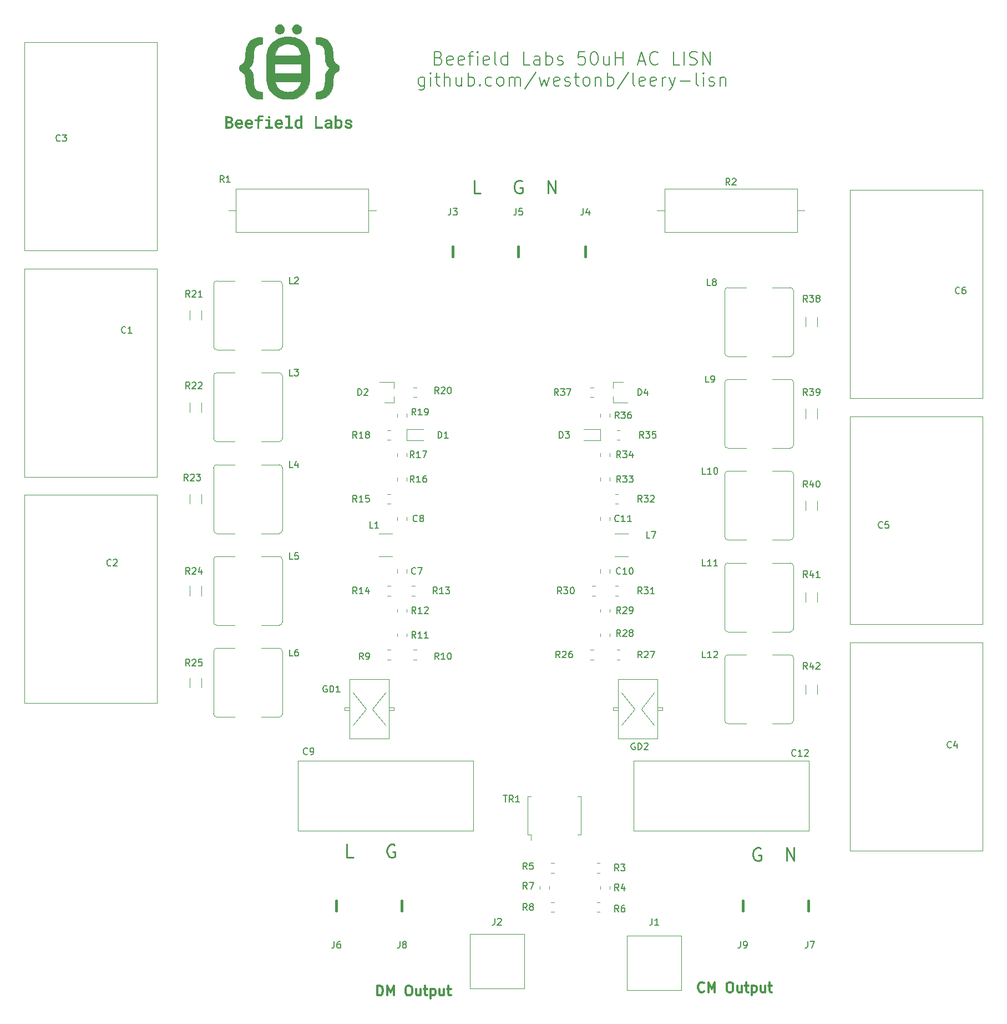
<source format=gbr>
%TF.GenerationSoftware,KiCad,Pcbnew,5.1.10-88a1d61d58~90~ubuntu20.04.1*%
%TF.CreationDate,2021-08-16T21:09:42-07:00*%
%TF.ProjectId,lisn-pcb,6c69736e-2d70-4636-922e-6b696361645f,rev?*%
%TF.SameCoordinates,Original*%
%TF.FileFunction,Legend,Top*%
%TF.FilePolarity,Positive*%
%FSLAX46Y46*%
G04 Gerber Fmt 4.6, Leading zero omitted, Abs format (unit mm)*
G04 Created by KiCad (PCBNEW 5.1.10-88a1d61d58~90~ubuntu20.04.1) date 2021-08-16 21:09:42*
%MOMM*%
%LPD*%
G01*
G04 APERTURE LIST*
%ADD10C,0.200000*%
%ADD11C,0.250000*%
%ADD12C,0.300000*%
%ADD13C,0.010000*%
%ADD14C,0.400000*%
%ADD15C,0.120000*%
%ADD16C,0.150000*%
G04 APERTURE END LIST*
D10*
X170119047Y-55757142D02*
X170404761Y-55852380D01*
X170500000Y-55947619D01*
X170595238Y-56138095D01*
X170595238Y-56423809D01*
X170500000Y-56614285D01*
X170404761Y-56709523D01*
X170214285Y-56804761D01*
X169452380Y-56804761D01*
X169452380Y-54804761D01*
X170119047Y-54804761D01*
X170309523Y-54900000D01*
X170404761Y-54995238D01*
X170500000Y-55185714D01*
X170500000Y-55376190D01*
X170404761Y-55566666D01*
X170309523Y-55661904D01*
X170119047Y-55757142D01*
X169452380Y-55757142D01*
X172214285Y-56709523D02*
X172023809Y-56804761D01*
X171642857Y-56804761D01*
X171452380Y-56709523D01*
X171357142Y-56519047D01*
X171357142Y-55757142D01*
X171452380Y-55566666D01*
X171642857Y-55471428D01*
X172023809Y-55471428D01*
X172214285Y-55566666D01*
X172309523Y-55757142D01*
X172309523Y-55947619D01*
X171357142Y-56138095D01*
X173928571Y-56709523D02*
X173738095Y-56804761D01*
X173357142Y-56804761D01*
X173166666Y-56709523D01*
X173071428Y-56519047D01*
X173071428Y-55757142D01*
X173166666Y-55566666D01*
X173357142Y-55471428D01*
X173738095Y-55471428D01*
X173928571Y-55566666D01*
X174023809Y-55757142D01*
X174023809Y-55947619D01*
X173071428Y-56138095D01*
X174595238Y-55471428D02*
X175357142Y-55471428D01*
X174880952Y-56804761D02*
X174880952Y-55090476D01*
X174976190Y-54900000D01*
X175166666Y-54804761D01*
X175357142Y-54804761D01*
X176023809Y-56804761D02*
X176023809Y-55471428D01*
X176023809Y-54804761D02*
X175928571Y-54900000D01*
X176023809Y-54995238D01*
X176119047Y-54900000D01*
X176023809Y-54804761D01*
X176023809Y-54995238D01*
X177738095Y-56709523D02*
X177547619Y-56804761D01*
X177166666Y-56804761D01*
X176976190Y-56709523D01*
X176880952Y-56519047D01*
X176880952Y-55757142D01*
X176976190Y-55566666D01*
X177166666Y-55471428D01*
X177547619Y-55471428D01*
X177738095Y-55566666D01*
X177833333Y-55757142D01*
X177833333Y-55947619D01*
X176880952Y-56138095D01*
X178976190Y-56804761D02*
X178785714Y-56709523D01*
X178690476Y-56519047D01*
X178690476Y-54804761D01*
X180595238Y-56804761D02*
X180595238Y-54804761D01*
X180595238Y-56709523D02*
X180404761Y-56804761D01*
X180023809Y-56804761D01*
X179833333Y-56709523D01*
X179738095Y-56614285D01*
X179642857Y-56423809D01*
X179642857Y-55852380D01*
X179738095Y-55661904D01*
X179833333Y-55566666D01*
X180023809Y-55471428D01*
X180404761Y-55471428D01*
X180595238Y-55566666D01*
X184023809Y-56804761D02*
X183071428Y-56804761D01*
X183071428Y-54804761D01*
X185547619Y-56804761D02*
X185547619Y-55757142D01*
X185452380Y-55566666D01*
X185261904Y-55471428D01*
X184880952Y-55471428D01*
X184690476Y-55566666D01*
X185547619Y-56709523D02*
X185357142Y-56804761D01*
X184880952Y-56804761D01*
X184690476Y-56709523D01*
X184595238Y-56519047D01*
X184595238Y-56328571D01*
X184690476Y-56138095D01*
X184880952Y-56042857D01*
X185357142Y-56042857D01*
X185547619Y-55947619D01*
X186500000Y-56804761D02*
X186500000Y-54804761D01*
X186500000Y-55566666D02*
X186690476Y-55471428D01*
X187071428Y-55471428D01*
X187261904Y-55566666D01*
X187357142Y-55661904D01*
X187452380Y-55852380D01*
X187452380Y-56423809D01*
X187357142Y-56614285D01*
X187261904Y-56709523D01*
X187071428Y-56804761D01*
X186690476Y-56804761D01*
X186500000Y-56709523D01*
X188214285Y-56709523D02*
X188404761Y-56804761D01*
X188785714Y-56804761D01*
X188976190Y-56709523D01*
X189071428Y-56519047D01*
X189071428Y-56423809D01*
X188976190Y-56233333D01*
X188785714Y-56138095D01*
X188500000Y-56138095D01*
X188309523Y-56042857D01*
X188214285Y-55852380D01*
X188214285Y-55757142D01*
X188309523Y-55566666D01*
X188500000Y-55471428D01*
X188785714Y-55471428D01*
X188976190Y-55566666D01*
X192404761Y-54804761D02*
X191452380Y-54804761D01*
X191357142Y-55757142D01*
X191452380Y-55661904D01*
X191642857Y-55566666D01*
X192119047Y-55566666D01*
X192309523Y-55661904D01*
X192404761Y-55757142D01*
X192500000Y-55947619D01*
X192500000Y-56423809D01*
X192404761Y-56614285D01*
X192309523Y-56709523D01*
X192119047Y-56804761D01*
X191642857Y-56804761D01*
X191452380Y-56709523D01*
X191357142Y-56614285D01*
X193738095Y-54804761D02*
X193928571Y-54804761D01*
X194119047Y-54900000D01*
X194214285Y-54995238D01*
X194309523Y-55185714D01*
X194404761Y-55566666D01*
X194404761Y-56042857D01*
X194309523Y-56423809D01*
X194214285Y-56614285D01*
X194119047Y-56709523D01*
X193928571Y-56804761D01*
X193738095Y-56804761D01*
X193547619Y-56709523D01*
X193452380Y-56614285D01*
X193357142Y-56423809D01*
X193261904Y-56042857D01*
X193261904Y-55566666D01*
X193357142Y-55185714D01*
X193452380Y-54995238D01*
X193547619Y-54900000D01*
X193738095Y-54804761D01*
X196119047Y-55471428D02*
X196119047Y-56804761D01*
X195261904Y-55471428D02*
X195261904Y-56519047D01*
X195357142Y-56709523D01*
X195547619Y-56804761D01*
X195833333Y-56804761D01*
X196023809Y-56709523D01*
X196119047Y-56614285D01*
X197071428Y-56804761D02*
X197071428Y-54804761D01*
X197071428Y-55757142D02*
X198214285Y-55757142D01*
X198214285Y-56804761D02*
X198214285Y-54804761D01*
X200595238Y-56233333D02*
X201547619Y-56233333D01*
X200404761Y-56804761D02*
X201071428Y-54804761D01*
X201738095Y-56804761D01*
X203547619Y-56614285D02*
X203452380Y-56709523D01*
X203166666Y-56804761D01*
X202976190Y-56804761D01*
X202690476Y-56709523D01*
X202500000Y-56519047D01*
X202404761Y-56328571D01*
X202309523Y-55947619D01*
X202309523Y-55661904D01*
X202404761Y-55280952D01*
X202500000Y-55090476D01*
X202690476Y-54900000D01*
X202976190Y-54804761D01*
X203166666Y-54804761D01*
X203452380Y-54900000D01*
X203547619Y-54995238D01*
X206880952Y-56804761D02*
X205928571Y-56804761D01*
X205928571Y-54804761D01*
X207547619Y-56804761D02*
X207547619Y-54804761D01*
X208404761Y-56709523D02*
X208690476Y-56804761D01*
X209166666Y-56804761D01*
X209357142Y-56709523D01*
X209452380Y-56614285D01*
X209547619Y-56423809D01*
X209547619Y-56233333D01*
X209452380Y-56042857D01*
X209357142Y-55947619D01*
X209166666Y-55852380D01*
X208785714Y-55757142D01*
X208595238Y-55661904D01*
X208500000Y-55566666D01*
X208404761Y-55376190D01*
X208404761Y-55185714D01*
X208500000Y-54995238D01*
X208595238Y-54900000D01*
X208785714Y-54804761D01*
X209261904Y-54804761D01*
X209547619Y-54900000D01*
X210404761Y-56804761D02*
X210404761Y-54804761D01*
X211547619Y-56804761D01*
X211547619Y-54804761D01*
X167928571Y-58671428D02*
X167928571Y-60290476D01*
X167833333Y-60480952D01*
X167738095Y-60576190D01*
X167547619Y-60671428D01*
X167261904Y-60671428D01*
X167071428Y-60576190D01*
X167928571Y-59909523D02*
X167738095Y-60004761D01*
X167357142Y-60004761D01*
X167166666Y-59909523D01*
X167071428Y-59814285D01*
X166976190Y-59623809D01*
X166976190Y-59052380D01*
X167071428Y-58861904D01*
X167166666Y-58766666D01*
X167357142Y-58671428D01*
X167738095Y-58671428D01*
X167928571Y-58766666D01*
X168880952Y-60004761D02*
X168880952Y-58671428D01*
X168880952Y-58004761D02*
X168785714Y-58100000D01*
X168880952Y-58195238D01*
X168976190Y-58100000D01*
X168880952Y-58004761D01*
X168880952Y-58195238D01*
X169547619Y-58671428D02*
X170309523Y-58671428D01*
X169833333Y-58004761D02*
X169833333Y-59719047D01*
X169928571Y-59909523D01*
X170119047Y-60004761D01*
X170309523Y-60004761D01*
X170976190Y-60004761D02*
X170976190Y-58004761D01*
X171833333Y-60004761D02*
X171833333Y-58957142D01*
X171738095Y-58766666D01*
X171547619Y-58671428D01*
X171261904Y-58671428D01*
X171071428Y-58766666D01*
X170976190Y-58861904D01*
X173642857Y-58671428D02*
X173642857Y-60004761D01*
X172785714Y-58671428D02*
X172785714Y-59719047D01*
X172880952Y-59909523D01*
X173071428Y-60004761D01*
X173357142Y-60004761D01*
X173547619Y-59909523D01*
X173642857Y-59814285D01*
X174595238Y-60004761D02*
X174595238Y-58004761D01*
X174595238Y-58766666D02*
X174785714Y-58671428D01*
X175166666Y-58671428D01*
X175357142Y-58766666D01*
X175452380Y-58861904D01*
X175547619Y-59052380D01*
X175547619Y-59623809D01*
X175452380Y-59814285D01*
X175357142Y-59909523D01*
X175166666Y-60004761D01*
X174785714Y-60004761D01*
X174595238Y-59909523D01*
X176404761Y-59814285D02*
X176500000Y-59909523D01*
X176404761Y-60004761D01*
X176309523Y-59909523D01*
X176404761Y-59814285D01*
X176404761Y-60004761D01*
X178214285Y-59909523D02*
X178023809Y-60004761D01*
X177642857Y-60004761D01*
X177452380Y-59909523D01*
X177357142Y-59814285D01*
X177261904Y-59623809D01*
X177261904Y-59052380D01*
X177357142Y-58861904D01*
X177452380Y-58766666D01*
X177642857Y-58671428D01*
X178023809Y-58671428D01*
X178214285Y-58766666D01*
X179357142Y-60004761D02*
X179166666Y-59909523D01*
X179071428Y-59814285D01*
X178976190Y-59623809D01*
X178976190Y-59052380D01*
X179071428Y-58861904D01*
X179166666Y-58766666D01*
X179357142Y-58671428D01*
X179642857Y-58671428D01*
X179833333Y-58766666D01*
X179928571Y-58861904D01*
X180023809Y-59052380D01*
X180023809Y-59623809D01*
X179928571Y-59814285D01*
X179833333Y-59909523D01*
X179642857Y-60004761D01*
X179357142Y-60004761D01*
X180880952Y-60004761D02*
X180880952Y-58671428D01*
X180880952Y-58861904D02*
X180976190Y-58766666D01*
X181166666Y-58671428D01*
X181452380Y-58671428D01*
X181642857Y-58766666D01*
X181738095Y-58957142D01*
X181738095Y-60004761D01*
X181738095Y-58957142D02*
X181833333Y-58766666D01*
X182023809Y-58671428D01*
X182309523Y-58671428D01*
X182500000Y-58766666D01*
X182595238Y-58957142D01*
X182595238Y-60004761D01*
X184976190Y-57909523D02*
X183261904Y-60480952D01*
X185452380Y-58671428D02*
X185833333Y-60004761D01*
X186214285Y-59052380D01*
X186595238Y-60004761D01*
X186976190Y-58671428D01*
X188500000Y-59909523D02*
X188309523Y-60004761D01*
X187928571Y-60004761D01*
X187738095Y-59909523D01*
X187642857Y-59719047D01*
X187642857Y-58957142D01*
X187738095Y-58766666D01*
X187928571Y-58671428D01*
X188309523Y-58671428D01*
X188500000Y-58766666D01*
X188595238Y-58957142D01*
X188595238Y-59147619D01*
X187642857Y-59338095D01*
X189357142Y-59909523D02*
X189547619Y-60004761D01*
X189928571Y-60004761D01*
X190119047Y-59909523D01*
X190214285Y-59719047D01*
X190214285Y-59623809D01*
X190119047Y-59433333D01*
X189928571Y-59338095D01*
X189642857Y-59338095D01*
X189452380Y-59242857D01*
X189357142Y-59052380D01*
X189357142Y-58957142D01*
X189452380Y-58766666D01*
X189642857Y-58671428D01*
X189928571Y-58671428D01*
X190119047Y-58766666D01*
X190785714Y-58671428D02*
X191547619Y-58671428D01*
X191071428Y-58004761D02*
X191071428Y-59719047D01*
X191166666Y-59909523D01*
X191357142Y-60004761D01*
X191547619Y-60004761D01*
X192500000Y-60004761D02*
X192309523Y-59909523D01*
X192214285Y-59814285D01*
X192119047Y-59623809D01*
X192119047Y-59052380D01*
X192214285Y-58861904D01*
X192309523Y-58766666D01*
X192500000Y-58671428D01*
X192785714Y-58671428D01*
X192976190Y-58766666D01*
X193071428Y-58861904D01*
X193166666Y-59052380D01*
X193166666Y-59623809D01*
X193071428Y-59814285D01*
X192976190Y-59909523D01*
X192785714Y-60004761D01*
X192500000Y-60004761D01*
X194023809Y-58671428D02*
X194023809Y-60004761D01*
X194023809Y-58861904D02*
X194119047Y-58766666D01*
X194309523Y-58671428D01*
X194595238Y-58671428D01*
X194785714Y-58766666D01*
X194880952Y-58957142D01*
X194880952Y-60004761D01*
X195833333Y-60004761D02*
X195833333Y-58004761D01*
X195833333Y-58766666D02*
X196023809Y-58671428D01*
X196404761Y-58671428D01*
X196595238Y-58766666D01*
X196690476Y-58861904D01*
X196785714Y-59052380D01*
X196785714Y-59623809D01*
X196690476Y-59814285D01*
X196595238Y-59909523D01*
X196404761Y-60004761D01*
X196023809Y-60004761D01*
X195833333Y-59909523D01*
X199071428Y-57909523D02*
X197357142Y-60480952D01*
X200023809Y-60004761D02*
X199833333Y-59909523D01*
X199738095Y-59719047D01*
X199738095Y-58004761D01*
X201547619Y-59909523D02*
X201357142Y-60004761D01*
X200976190Y-60004761D01*
X200785714Y-59909523D01*
X200690476Y-59719047D01*
X200690476Y-58957142D01*
X200785714Y-58766666D01*
X200976190Y-58671428D01*
X201357142Y-58671428D01*
X201547619Y-58766666D01*
X201642857Y-58957142D01*
X201642857Y-59147619D01*
X200690476Y-59338095D01*
X203261904Y-59909523D02*
X203071428Y-60004761D01*
X202690476Y-60004761D01*
X202500000Y-59909523D01*
X202404761Y-59719047D01*
X202404761Y-58957142D01*
X202500000Y-58766666D01*
X202690476Y-58671428D01*
X203071428Y-58671428D01*
X203261904Y-58766666D01*
X203357142Y-58957142D01*
X203357142Y-59147619D01*
X202404761Y-59338095D01*
X204214285Y-60004761D02*
X204214285Y-58671428D01*
X204214285Y-59052380D02*
X204309523Y-58861904D01*
X204404761Y-58766666D01*
X204595238Y-58671428D01*
X204785714Y-58671428D01*
X205261904Y-58671428D02*
X205738095Y-60004761D01*
X206214285Y-58671428D02*
X205738095Y-60004761D01*
X205547619Y-60480952D01*
X205452380Y-60576190D01*
X205261904Y-60671428D01*
X206976190Y-59242857D02*
X208500000Y-59242857D01*
X209738095Y-60004761D02*
X209547619Y-59909523D01*
X209452380Y-59719047D01*
X209452380Y-58004761D01*
X210500000Y-60004761D02*
X210500000Y-58671428D01*
X210500000Y-58004761D02*
X210404761Y-58100000D01*
X210500000Y-58195238D01*
X210595238Y-58100000D01*
X210500000Y-58004761D01*
X210500000Y-58195238D01*
X211357142Y-59909523D02*
X211547619Y-60004761D01*
X211928571Y-60004761D01*
X212119047Y-59909523D01*
X212214285Y-59719047D01*
X212214285Y-59623809D01*
X212119047Y-59433333D01*
X211928571Y-59338095D01*
X211642857Y-59338095D01*
X211452380Y-59242857D01*
X211357142Y-59052380D01*
X211357142Y-58957142D01*
X211452380Y-58766666D01*
X211642857Y-58671428D01*
X211928571Y-58671428D01*
X212119047Y-58766666D01*
X213071428Y-58671428D02*
X213071428Y-60004761D01*
X213071428Y-58861904D02*
X213166666Y-58766666D01*
X213357142Y-58671428D01*
X213642857Y-58671428D01*
X213833333Y-58766666D01*
X213928571Y-58957142D01*
X213928571Y-60004761D01*
D11*
X219202380Y-176250000D02*
X219011904Y-176154761D01*
X218726190Y-176154761D01*
X218440476Y-176250000D01*
X218250000Y-176440476D01*
X218154761Y-176630952D01*
X218059523Y-177011904D01*
X218059523Y-177297619D01*
X218154761Y-177678571D01*
X218250000Y-177869047D01*
X218440476Y-178059523D01*
X218726190Y-178154761D01*
X218916666Y-178154761D01*
X219202380Y-178059523D01*
X219297619Y-177964285D01*
X219297619Y-177297619D01*
X218916666Y-177297619D01*
X223202380Y-178154761D02*
X223202380Y-176154761D01*
X224345238Y-178154761D01*
X224345238Y-176154761D01*
X157071428Y-177654761D02*
X156119047Y-177654761D01*
X156119047Y-175654761D01*
X163357142Y-175750000D02*
X163166666Y-175654761D01*
X162880952Y-175654761D01*
X162595238Y-175750000D01*
X162404761Y-175940476D01*
X162309523Y-176130952D01*
X162214285Y-176511904D01*
X162214285Y-176797619D01*
X162309523Y-177178571D01*
X162404761Y-177369047D01*
X162595238Y-177559523D01*
X162880952Y-177654761D01*
X163071428Y-177654761D01*
X163357142Y-177559523D01*
X163452380Y-177464285D01*
X163452380Y-176797619D01*
X163071428Y-176797619D01*
X176511904Y-76404761D02*
X175559523Y-76404761D01*
X175559523Y-74404761D01*
X182797619Y-74500000D02*
X182607142Y-74404761D01*
X182321428Y-74404761D01*
X182035714Y-74500000D01*
X181845238Y-74690476D01*
X181750000Y-74880952D01*
X181654761Y-75261904D01*
X181654761Y-75547619D01*
X181750000Y-75928571D01*
X181845238Y-76119047D01*
X182035714Y-76309523D01*
X182321428Y-76404761D01*
X182511904Y-76404761D01*
X182797619Y-76309523D01*
X182892857Y-76214285D01*
X182892857Y-75547619D01*
X182511904Y-75547619D01*
X186797619Y-76404761D02*
X186797619Y-74404761D01*
X187940476Y-76404761D01*
X187940476Y-74404761D01*
D12*
X160750000Y-198678571D02*
X160750000Y-197178571D01*
X161107142Y-197178571D01*
X161321428Y-197250000D01*
X161464285Y-197392857D01*
X161535714Y-197535714D01*
X161607142Y-197821428D01*
X161607142Y-198035714D01*
X161535714Y-198321428D01*
X161464285Y-198464285D01*
X161321428Y-198607142D01*
X161107142Y-198678571D01*
X160750000Y-198678571D01*
X162250000Y-198678571D02*
X162250000Y-197178571D01*
X162750000Y-198250000D01*
X163250000Y-197178571D01*
X163250000Y-198678571D01*
X165392857Y-197178571D02*
X165678571Y-197178571D01*
X165821428Y-197250000D01*
X165964285Y-197392857D01*
X166035714Y-197678571D01*
X166035714Y-198178571D01*
X165964285Y-198464285D01*
X165821428Y-198607142D01*
X165678571Y-198678571D01*
X165392857Y-198678571D01*
X165250000Y-198607142D01*
X165107142Y-198464285D01*
X165035714Y-198178571D01*
X165035714Y-197678571D01*
X165107142Y-197392857D01*
X165250000Y-197250000D01*
X165392857Y-197178571D01*
X167321428Y-197678571D02*
X167321428Y-198678571D01*
X166678571Y-197678571D02*
X166678571Y-198464285D01*
X166750000Y-198607142D01*
X166892857Y-198678571D01*
X167107142Y-198678571D01*
X167250000Y-198607142D01*
X167321428Y-198535714D01*
X167821428Y-197678571D02*
X168392857Y-197678571D01*
X168035714Y-197178571D02*
X168035714Y-198464285D01*
X168107142Y-198607142D01*
X168250000Y-198678571D01*
X168392857Y-198678571D01*
X168892857Y-197678571D02*
X168892857Y-199178571D01*
X168892857Y-197750000D02*
X169035714Y-197678571D01*
X169321428Y-197678571D01*
X169464285Y-197750000D01*
X169535714Y-197821428D01*
X169607142Y-197964285D01*
X169607142Y-198392857D01*
X169535714Y-198535714D01*
X169464285Y-198607142D01*
X169321428Y-198678571D01*
X169035714Y-198678571D01*
X168892857Y-198607142D01*
X170892857Y-197678571D02*
X170892857Y-198678571D01*
X170250000Y-197678571D02*
X170250000Y-198464285D01*
X170321428Y-198607142D01*
X170464285Y-198678571D01*
X170678571Y-198678571D01*
X170821428Y-198607142D01*
X170892857Y-198535714D01*
X171392857Y-197678571D02*
X171964285Y-197678571D01*
X171607142Y-197178571D02*
X171607142Y-198464285D01*
X171678571Y-198607142D01*
X171821428Y-198678571D01*
X171964285Y-198678571D01*
X210607142Y-198035714D02*
X210535714Y-198107142D01*
X210321428Y-198178571D01*
X210178571Y-198178571D01*
X209964285Y-198107142D01*
X209821428Y-197964285D01*
X209750000Y-197821428D01*
X209678571Y-197535714D01*
X209678571Y-197321428D01*
X209750000Y-197035714D01*
X209821428Y-196892857D01*
X209964285Y-196750000D01*
X210178571Y-196678571D01*
X210321428Y-196678571D01*
X210535714Y-196750000D01*
X210607142Y-196821428D01*
X211250000Y-198178571D02*
X211250000Y-196678571D01*
X211750000Y-197750000D01*
X212250000Y-196678571D01*
X212250000Y-198178571D01*
X214392857Y-196678571D02*
X214678571Y-196678571D01*
X214821428Y-196750000D01*
X214964285Y-196892857D01*
X215035714Y-197178571D01*
X215035714Y-197678571D01*
X214964285Y-197964285D01*
X214821428Y-198107142D01*
X214678571Y-198178571D01*
X214392857Y-198178571D01*
X214250000Y-198107142D01*
X214107142Y-197964285D01*
X214035714Y-197678571D01*
X214035714Y-197178571D01*
X214107142Y-196892857D01*
X214250000Y-196750000D01*
X214392857Y-196678571D01*
X216321428Y-197178571D02*
X216321428Y-198178571D01*
X215678571Y-197178571D02*
X215678571Y-197964285D01*
X215750000Y-198107142D01*
X215892857Y-198178571D01*
X216107142Y-198178571D01*
X216250000Y-198107142D01*
X216321428Y-198035714D01*
X216821428Y-197178571D02*
X217392857Y-197178571D01*
X217035714Y-196678571D02*
X217035714Y-197964285D01*
X217107142Y-198107142D01*
X217250000Y-198178571D01*
X217392857Y-198178571D01*
X217892857Y-197178571D02*
X217892857Y-198678571D01*
X217892857Y-197250000D02*
X218035714Y-197178571D01*
X218321428Y-197178571D01*
X218464285Y-197250000D01*
X218535714Y-197321428D01*
X218607142Y-197464285D01*
X218607142Y-197892857D01*
X218535714Y-198035714D01*
X218464285Y-198107142D01*
X218321428Y-198178571D01*
X218035714Y-198178571D01*
X217892857Y-198107142D01*
X219892857Y-197178571D02*
X219892857Y-198178571D01*
X219250000Y-197178571D02*
X219250000Y-197964285D01*
X219321428Y-198107142D01*
X219464285Y-198178571D01*
X219678571Y-198178571D01*
X219821428Y-198107142D01*
X219892857Y-198035714D01*
X220392857Y-197178571D02*
X220964285Y-197178571D01*
X220607142Y-196678571D02*
X220607142Y-197964285D01*
X220678571Y-198107142D01*
X220821428Y-198178571D01*
X220964285Y-198178571D01*
D13*
%TO.C,G\u002A\u002A\u002A*%
G36*
X139748863Y-65095961D02*
G01*
X139868490Y-65136550D01*
X139917867Y-65163946D01*
X140011775Y-65243494D01*
X140087391Y-65348915D01*
X140143132Y-65476629D01*
X140177416Y-65623051D01*
X140188673Y-65777100D01*
X140188800Y-65849066D01*
X139227973Y-65849066D01*
X139242722Y-65928016D01*
X139279710Y-66044161D01*
X139341634Y-66139224D01*
X139425458Y-66210652D01*
X139528149Y-66255887D01*
X139646671Y-66272374D01*
X139651729Y-66272400D01*
X139765389Y-66261070D01*
X139862060Y-66224871D01*
X139944600Y-66166088D01*
X139987573Y-66129618D01*
X140014753Y-66112950D01*
X140035210Y-66112889D01*
X140057898Y-66126160D01*
X140113262Y-66166982D01*
X140144012Y-66195013D01*
X140154761Y-66214573D01*
X140154934Y-66217076D01*
X140141634Y-66242349D01*
X140106524Y-66279265D01*
X140056783Y-66321961D01*
X139999594Y-66364576D01*
X139942138Y-66401250D01*
X139906533Y-66419824D01*
X139815347Y-66449620D01*
X139706613Y-66467138D01*
X139594415Y-66471317D01*
X139492834Y-66461097D01*
X139460667Y-66453426D01*
X139320557Y-66397033D01*
X139203414Y-66316848D01*
X139110392Y-66214985D01*
X139042648Y-66093557D01*
X139001336Y-65954681D01*
X138987611Y-65800470D01*
X139001477Y-65645866D01*
X139237843Y-65645866D01*
X139947361Y-65645866D01*
X139933169Y-65569898D01*
X139904162Y-65469808D01*
X139856876Y-65392436D01*
X139816350Y-65352201D01*
X139749621Y-65310911D01*
X139669792Y-65282440D01*
X139604600Y-65273522D01*
X139508680Y-65289629D01*
X139419712Y-65334719D01*
X139343121Y-65403940D01*
X139284331Y-65492442D01*
X139249722Y-65590833D01*
X139237843Y-65645866D01*
X139001477Y-65645866D01*
X139002628Y-65633038D01*
X139005067Y-65619343D01*
X139047489Y-65474503D01*
X139116902Y-65346808D01*
X139210799Y-65239608D01*
X139326674Y-65156258D01*
X139366561Y-65135836D01*
X139489543Y-65095178D01*
X139619762Y-65082029D01*
X139748863Y-65095961D01*
G37*
X139748863Y-65095961D02*
X139868490Y-65136550D01*
X139917867Y-65163946D01*
X140011775Y-65243494D01*
X140087391Y-65348915D01*
X140143132Y-65476629D01*
X140177416Y-65623051D01*
X140188673Y-65777100D01*
X140188800Y-65849066D01*
X139227973Y-65849066D01*
X139242722Y-65928016D01*
X139279710Y-66044161D01*
X139341634Y-66139224D01*
X139425458Y-66210652D01*
X139528149Y-66255887D01*
X139646671Y-66272374D01*
X139651729Y-66272400D01*
X139765389Y-66261070D01*
X139862060Y-66224871D01*
X139944600Y-66166088D01*
X139987573Y-66129618D01*
X140014753Y-66112950D01*
X140035210Y-66112889D01*
X140057898Y-66126160D01*
X140113262Y-66166982D01*
X140144012Y-66195013D01*
X140154761Y-66214573D01*
X140154934Y-66217076D01*
X140141634Y-66242349D01*
X140106524Y-66279265D01*
X140056783Y-66321961D01*
X139999594Y-66364576D01*
X139942138Y-66401250D01*
X139906533Y-66419824D01*
X139815347Y-66449620D01*
X139706613Y-66467138D01*
X139594415Y-66471317D01*
X139492834Y-66461097D01*
X139460667Y-66453426D01*
X139320557Y-66397033D01*
X139203414Y-66316848D01*
X139110392Y-66214985D01*
X139042648Y-66093557D01*
X139001336Y-65954681D01*
X138987611Y-65800470D01*
X139001477Y-65645866D01*
X139237843Y-65645866D01*
X139947361Y-65645866D01*
X139933169Y-65569898D01*
X139904162Y-65469808D01*
X139856876Y-65392436D01*
X139816350Y-65352201D01*
X139749621Y-65310911D01*
X139669792Y-65282440D01*
X139604600Y-65273522D01*
X139508680Y-65289629D01*
X139419712Y-65334719D01*
X139343121Y-65403940D01*
X139284331Y-65492442D01*
X139249722Y-65590833D01*
X139237843Y-65645866D01*
X139001477Y-65645866D01*
X139002628Y-65633038D01*
X139005067Y-65619343D01*
X139047489Y-65474503D01*
X139116902Y-65346808D01*
X139210799Y-65239608D01*
X139326674Y-65156258D01*
X139366561Y-65135836D01*
X139489543Y-65095178D01*
X139619762Y-65082029D01*
X139748863Y-65095961D01*
G36*
X141229233Y-65091097D02*
G01*
X141352250Y-65123594D01*
X141462976Y-65184824D01*
X141554407Y-65270767D01*
X141564455Y-65283472D01*
X141616591Y-65361733D01*
X141652767Y-65442607D01*
X141675968Y-65535509D01*
X141689176Y-65649855D01*
X141691326Y-65683966D01*
X141700395Y-65849066D01*
X141223998Y-65849066D01*
X141079999Y-65849347D01*
X140966660Y-65850289D01*
X140880778Y-65852044D01*
X140819149Y-65854760D01*
X140778570Y-65858588D01*
X140755838Y-65863678D01*
X140747750Y-65870181D01*
X140747600Y-65871393D01*
X140757435Y-65930842D01*
X140783215Y-66003369D01*
X140819357Y-66075908D01*
X140860279Y-66135394D01*
X140860574Y-66135739D01*
X140937486Y-66207565D01*
X141024287Y-66251369D01*
X141128193Y-66270313D01*
X141170934Y-66271656D01*
X141286764Y-66259672D01*
X141387487Y-66221288D01*
X141480876Y-66154514D01*
X141543070Y-66099906D01*
X141611002Y-66153709D01*
X141649735Y-66186785D01*
X141674333Y-66212403D01*
X141678934Y-66220866D01*
X141665722Y-66244287D01*
X141630929Y-66279632D01*
X141581824Y-66321078D01*
X141525672Y-66362807D01*
X141469740Y-66398997D01*
X141430533Y-66419824D01*
X141330687Y-66452128D01*
X141213631Y-66469003D01*
X141092727Y-66469591D01*
X140981337Y-66453032D01*
X140968144Y-66449545D01*
X140831314Y-66395053D01*
X140716065Y-66314468D01*
X140622602Y-66207965D01*
X140564104Y-66105183D01*
X140545648Y-66062755D01*
X140533130Y-66023825D01*
X140525396Y-65980233D01*
X140521293Y-65923817D01*
X140519667Y-65846418D01*
X140519405Y-65788921D01*
X140519080Y-65611294D01*
X140763499Y-65611294D01*
X140776839Y-65627943D01*
X140808144Y-65638184D01*
X140860939Y-65643561D01*
X140938747Y-65645620D01*
X141045091Y-65645905D01*
X141111667Y-65645866D01*
X141458801Y-65645866D01*
X141458801Y-65598391D01*
X141446978Y-65536901D01*
X141416133Y-65465947D01*
X141373201Y-65397814D01*
X141325118Y-65344789D01*
X141308553Y-65332204D01*
X141217731Y-65291073D01*
X141121571Y-65279840D01*
X141026019Y-65296472D01*
X140937021Y-65338936D01*
X140860523Y-65405198D01*
X140802472Y-65493226D01*
X140796040Y-65507440D01*
X140776623Y-65552587D01*
X140764601Y-65586690D01*
X140763499Y-65611294D01*
X140519080Y-65611294D01*
X140519000Y-65567910D01*
X140582879Y-65438661D01*
X140663037Y-65309667D01*
X140761308Y-65208994D01*
X140876253Y-65137415D01*
X141006437Y-65095702D01*
X141150423Y-65084628D01*
X141229233Y-65091097D01*
G37*
X141229233Y-65091097D02*
X141352250Y-65123594D01*
X141462976Y-65184824D01*
X141554407Y-65270767D01*
X141564455Y-65283472D01*
X141616591Y-65361733D01*
X141652767Y-65442607D01*
X141675968Y-65535509D01*
X141689176Y-65649855D01*
X141691326Y-65683966D01*
X141700395Y-65849066D01*
X141223998Y-65849066D01*
X141079999Y-65849347D01*
X140966660Y-65850289D01*
X140880778Y-65852044D01*
X140819149Y-65854760D01*
X140778570Y-65858588D01*
X140755838Y-65863678D01*
X140747750Y-65870181D01*
X140747600Y-65871393D01*
X140757435Y-65930842D01*
X140783215Y-66003369D01*
X140819357Y-66075908D01*
X140860279Y-66135394D01*
X140860574Y-66135739D01*
X140937486Y-66207565D01*
X141024287Y-66251369D01*
X141128193Y-66270313D01*
X141170934Y-66271656D01*
X141286764Y-66259672D01*
X141387487Y-66221288D01*
X141480876Y-66154514D01*
X141543070Y-66099906D01*
X141611002Y-66153709D01*
X141649735Y-66186785D01*
X141674333Y-66212403D01*
X141678934Y-66220866D01*
X141665722Y-66244287D01*
X141630929Y-66279632D01*
X141581824Y-66321078D01*
X141525672Y-66362807D01*
X141469740Y-66398997D01*
X141430533Y-66419824D01*
X141330687Y-66452128D01*
X141213631Y-66469003D01*
X141092727Y-66469591D01*
X140981337Y-66453032D01*
X140968144Y-66449545D01*
X140831314Y-66395053D01*
X140716065Y-66314468D01*
X140622602Y-66207965D01*
X140564104Y-66105183D01*
X140545648Y-66062755D01*
X140533130Y-66023825D01*
X140525396Y-65980233D01*
X140521293Y-65923817D01*
X140519667Y-65846418D01*
X140519405Y-65788921D01*
X140519080Y-65611294D01*
X140763499Y-65611294D01*
X140776839Y-65627943D01*
X140808144Y-65638184D01*
X140860939Y-65643561D01*
X140938747Y-65645620D01*
X141045091Y-65645905D01*
X141111667Y-65645866D01*
X141458801Y-65645866D01*
X141458801Y-65598391D01*
X141446978Y-65536901D01*
X141416133Y-65465947D01*
X141373201Y-65397814D01*
X141325118Y-65344789D01*
X141308553Y-65332204D01*
X141217731Y-65291073D01*
X141121571Y-65279840D01*
X141026019Y-65296472D01*
X140937021Y-65338936D01*
X140860523Y-65405198D01*
X140802472Y-65493226D01*
X140796040Y-65507440D01*
X140776623Y-65552587D01*
X140764601Y-65586690D01*
X140763499Y-65611294D01*
X140519080Y-65611294D01*
X140519000Y-65567910D01*
X140582879Y-65438661D01*
X140663037Y-65309667D01*
X140761308Y-65208994D01*
X140876253Y-65137415D01*
X141006437Y-65095702D01*
X141150423Y-65084628D01*
X141229233Y-65091097D01*
G36*
X145820190Y-65097388D02*
G01*
X145943794Y-65137673D01*
X146047945Y-65205559D01*
X146133469Y-65301603D01*
X146201192Y-65426362D01*
X146207913Y-65442666D01*
X146225786Y-65506401D01*
X146239516Y-65594085D01*
X146246944Y-65683966D01*
X146255462Y-65849066D01*
X145779064Y-65849066D01*
X145635066Y-65849347D01*
X145521727Y-65850289D01*
X145435844Y-65852044D01*
X145374215Y-65854760D01*
X145333636Y-65858588D01*
X145310904Y-65863678D01*
X145302816Y-65870181D01*
X145302667Y-65871393D01*
X145312555Y-65932285D01*
X145338405Y-66005826D01*
X145374493Y-66078651D01*
X145415098Y-66137392D01*
X145417923Y-66140589D01*
X145497055Y-66210965D01*
X145585402Y-66253259D01*
X145690680Y-66270752D01*
X145726000Y-66271656D01*
X145841830Y-66259672D01*
X145942554Y-66221288D01*
X146035943Y-66154514D01*
X146098137Y-66099906D01*
X146165952Y-66153617D01*
X146205915Y-66188319D01*
X146221922Y-66212910D01*
X146218702Y-66235280D01*
X146216970Y-66238714D01*
X146185688Y-66277743D01*
X146133269Y-66324314D01*
X146069081Y-66371256D01*
X146002491Y-66411399D01*
X145971572Y-66426527D01*
X145884503Y-66453184D01*
X145778590Y-66467870D01*
X145666915Y-66469915D01*
X145562559Y-66458646D01*
X145523211Y-66449545D01*
X145386387Y-66395049D01*
X145271056Y-66314385D01*
X145177323Y-66207641D01*
X145118689Y-66105098D01*
X145100138Y-66062913D01*
X145087566Y-66024448D01*
X145079824Y-65981568D01*
X145075766Y-65926138D01*
X145074242Y-65850023D01*
X145074067Y-65788921D01*
X145074067Y-65645866D01*
X145319601Y-65645866D01*
X146018196Y-65645866D01*
X146006984Y-65573900D01*
X145980415Y-65485957D01*
X145932791Y-65404476D01*
X145871313Y-65340270D01*
X145836067Y-65317199D01*
X145741369Y-65285811D01*
X145640757Y-65283600D01*
X145542696Y-65309082D01*
X145455653Y-65360772D01*
X145425046Y-65389271D01*
X145384912Y-65442457D01*
X145349868Y-65507030D01*
X145326292Y-65569726D01*
X145319972Y-65607766D01*
X145319601Y-65645866D01*
X145074067Y-65645866D01*
X145074067Y-65567910D01*
X145137836Y-65438882D01*
X145217486Y-65310267D01*
X145314850Y-65209520D01*
X145428409Y-65137640D01*
X145556646Y-65095627D01*
X145676309Y-65084147D01*
X145820190Y-65097388D01*
G37*
X145820190Y-65097388D02*
X145943794Y-65137673D01*
X146047945Y-65205559D01*
X146133469Y-65301603D01*
X146201192Y-65426362D01*
X146207913Y-65442666D01*
X146225786Y-65506401D01*
X146239516Y-65594085D01*
X146246944Y-65683966D01*
X146255462Y-65849066D01*
X145779064Y-65849066D01*
X145635066Y-65849347D01*
X145521727Y-65850289D01*
X145435844Y-65852044D01*
X145374215Y-65854760D01*
X145333636Y-65858588D01*
X145310904Y-65863678D01*
X145302816Y-65870181D01*
X145302667Y-65871393D01*
X145312555Y-65932285D01*
X145338405Y-66005826D01*
X145374493Y-66078651D01*
X145415098Y-66137392D01*
X145417923Y-66140589D01*
X145497055Y-66210965D01*
X145585402Y-66253259D01*
X145690680Y-66270752D01*
X145726000Y-66271656D01*
X145841830Y-66259672D01*
X145942554Y-66221288D01*
X146035943Y-66154514D01*
X146098137Y-66099906D01*
X146165952Y-66153617D01*
X146205915Y-66188319D01*
X146221922Y-66212910D01*
X146218702Y-66235280D01*
X146216970Y-66238714D01*
X146185688Y-66277743D01*
X146133269Y-66324314D01*
X146069081Y-66371256D01*
X146002491Y-66411399D01*
X145971572Y-66426527D01*
X145884503Y-66453184D01*
X145778590Y-66467870D01*
X145666915Y-66469915D01*
X145562559Y-66458646D01*
X145523211Y-66449545D01*
X145386387Y-66395049D01*
X145271056Y-66314385D01*
X145177323Y-66207641D01*
X145118689Y-66105098D01*
X145100138Y-66062913D01*
X145087566Y-66024448D01*
X145079824Y-65981568D01*
X145075766Y-65926138D01*
X145074242Y-65850023D01*
X145074067Y-65788921D01*
X145074067Y-65645866D01*
X145319601Y-65645866D01*
X146018196Y-65645866D01*
X146006984Y-65573900D01*
X145980415Y-65485957D01*
X145932791Y-65404476D01*
X145871313Y-65340270D01*
X145836067Y-65317199D01*
X145741369Y-65285811D01*
X145640757Y-65283600D01*
X145542696Y-65309082D01*
X145455653Y-65360772D01*
X145425046Y-65389271D01*
X145384912Y-65442457D01*
X145349868Y-65507030D01*
X145326292Y-65569726D01*
X145319972Y-65607766D01*
X145319601Y-65645866D01*
X145074067Y-65645866D01*
X145074067Y-65567910D01*
X145137836Y-65438882D01*
X145217486Y-65310267D01*
X145314850Y-65209520D01*
X145428409Y-65137640D01*
X145556646Y-65095627D01*
X145676309Y-65084147D01*
X145820190Y-65097388D01*
G36*
X149244041Y-65497700D02*
G01*
X149239667Y-66450200D01*
X149019534Y-66450200D01*
X149014280Y-66386722D01*
X149009025Y-66323244D01*
X148944654Y-66374975D01*
X148845962Y-66433460D01*
X148731507Y-66466229D01*
X148608928Y-66472047D01*
X148485862Y-66449682D01*
X148484595Y-66449293D01*
X148385316Y-66401719D01*
X148295180Y-66325178D01*
X148218023Y-66224150D01*
X148157685Y-66103118D01*
X148137122Y-66043585D01*
X148115677Y-65939163D01*
X148106280Y-65817033D01*
X148107295Y-65764400D01*
X148346749Y-65764400D01*
X148356210Y-65908690D01*
X148385907Y-66031173D01*
X148434285Y-66130165D01*
X148499785Y-66203983D01*
X148580853Y-66250944D01*
X148675931Y-66269364D01*
X148783464Y-66257560D01*
X148799019Y-66253512D01*
X148852763Y-66229271D01*
X148909424Y-66189812D01*
X148930252Y-66170932D01*
X148994134Y-66107050D01*
X148994134Y-65776158D01*
X148994019Y-65662491D01*
X148993300Y-65577589D01*
X148991411Y-65516348D01*
X148987788Y-65473664D01*
X148981867Y-65444436D01*
X148973084Y-65423561D01*
X148960873Y-65405935D01*
X148951997Y-65395188D01*
X148879984Y-65333749D01*
X148789090Y-65299157D01*
X148697547Y-65290266D01*
X148592231Y-65304722D01*
X148504724Y-65347461D01*
X148435724Y-65417537D01*
X148385929Y-65514008D01*
X148356040Y-65635929D01*
X148346749Y-65764400D01*
X148107295Y-65764400D01*
X148108734Y-65689859D01*
X148122842Y-65570306D01*
X148145942Y-65477937D01*
X148206079Y-65341160D01*
X148281740Y-65234247D01*
X148373756Y-65156549D01*
X148482954Y-65107420D01*
X148610165Y-65086209D01*
X148648373Y-65085185D01*
X148768385Y-65095962D01*
X148872022Y-65130517D01*
X148956034Y-65181704D01*
X148994134Y-65209730D01*
X148994134Y-64545200D01*
X149248416Y-64545200D01*
X149244041Y-65497700D01*
G37*
X149244041Y-65497700D02*
X149239667Y-66450200D01*
X149019534Y-66450200D01*
X149014280Y-66386722D01*
X149009025Y-66323244D01*
X148944654Y-66374975D01*
X148845962Y-66433460D01*
X148731507Y-66466229D01*
X148608928Y-66472047D01*
X148485862Y-66449682D01*
X148484595Y-66449293D01*
X148385316Y-66401719D01*
X148295180Y-66325178D01*
X148218023Y-66224150D01*
X148157685Y-66103118D01*
X148137122Y-66043585D01*
X148115677Y-65939163D01*
X148106280Y-65817033D01*
X148107295Y-65764400D01*
X148346749Y-65764400D01*
X148356210Y-65908690D01*
X148385907Y-66031173D01*
X148434285Y-66130165D01*
X148499785Y-66203983D01*
X148580853Y-66250944D01*
X148675931Y-66269364D01*
X148783464Y-66257560D01*
X148799019Y-66253512D01*
X148852763Y-66229271D01*
X148909424Y-66189812D01*
X148930252Y-66170932D01*
X148994134Y-66107050D01*
X148994134Y-65776158D01*
X148994019Y-65662491D01*
X148993300Y-65577589D01*
X148991411Y-65516348D01*
X148987788Y-65473664D01*
X148981867Y-65444436D01*
X148973084Y-65423561D01*
X148960873Y-65405935D01*
X148951997Y-65395188D01*
X148879984Y-65333749D01*
X148789090Y-65299157D01*
X148697547Y-65290266D01*
X148592231Y-65304722D01*
X148504724Y-65347461D01*
X148435724Y-65417537D01*
X148385929Y-65514008D01*
X148356040Y-65635929D01*
X148346749Y-65764400D01*
X148107295Y-65764400D01*
X148108734Y-65689859D01*
X148122842Y-65570306D01*
X148145942Y-65477937D01*
X148206079Y-65341160D01*
X148281740Y-65234247D01*
X148373756Y-65156549D01*
X148482954Y-65107420D01*
X148610165Y-65086209D01*
X148648373Y-65085185D01*
X148768385Y-65095962D01*
X148872022Y-65130517D01*
X148956034Y-65181704D01*
X148994134Y-65209730D01*
X148994134Y-64545200D01*
X149248416Y-64545200D01*
X149244041Y-65497700D01*
G36*
X153393878Y-65096903D02*
G01*
X153520576Y-65133523D01*
X153624067Y-65194290D01*
X153703922Y-65278985D01*
X153738550Y-65337577D01*
X153750251Y-65362905D01*
X153759526Y-65388837D01*
X153766781Y-65419783D01*
X153772425Y-65460154D01*
X153776865Y-65514360D01*
X153780510Y-65586812D01*
X153783766Y-65681920D01*
X153787041Y-65804095D01*
X153788963Y-65882933D01*
X153792346Y-66008118D01*
X153796219Y-66124703D01*
X153800358Y-66227646D01*
X153804539Y-66311909D01*
X153808536Y-66372451D01*
X153812127Y-66404232D01*
X153812166Y-66404416D01*
X153824208Y-66460232D01*
X153699404Y-66455216D01*
X153574601Y-66450200D01*
X153559115Y-66380471D01*
X153543630Y-66310742D01*
X153469499Y-66367327D01*
X153362587Y-66428710D01*
X153240717Y-66464617D01*
X153112869Y-66473532D01*
X152988021Y-66453939D01*
X152976684Y-66450553D01*
X152864261Y-66400192D01*
X152777414Y-66328592D01*
X152717698Y-66238218D01*
X152686672Y-66131536D01*
X152685894Y-66011010D01*
X152686609Y-66005643D01*
X152925818Y-66005643D01*
X152926656Y-66080999D01*
X152947575Y-66151097D01*
X152986312Y-66205788D01*
X153011742Y-66224233D01*
X153101337Y-66254863D01*
X153203863Y-66260068D01*
X153310245Y-66240163D01*
X153382430Y-66211316D01*
X153449627Y-66172669D01*
X153493632Y-66131564D01*
X153519001Y-66079745D01*
X153530294Y-66008958D01*
X153532267Y-65939916D01*
X153532267Y-65798266D01*
X153399112Y-65798266D01*
X153255912Y-65804886D01*
X153136007Y-65824251D01*
X153041837Y-65855624D01*
X152975842Y-65898263D01*
X152947321Y-65935175D01*
X152925818Y-66005643D01*
X152686609Y-66005643D01*
X152688162Y-65994009D01*
X152719645Y-65888774D01*
X152779830Y-65801112D01*
X152868344Y-65731223D01*
X152984817Y-65679310D01*
X153128876Y-65645576D01*
X153300151Y-65630223D01*
X153358701Y-65629227D01*
X153532267Y-65628933D01*
X153532204Y-65540033D01*
X153519456Y-65444844D01*
X153481016Y-65371226D01*
X153416364Y-65318657D01*
X153324980Y-65286619D01*
X153270332Y-65278262D01*
X153176601Y-65279902D01*
X153090530Y-65302208D01*
X153018841Y-65341742D01*
X152968256Y-65395068D01*
X152947967Y-65443124D01*
X152940348Y-65470411D01*
X152926984Y-65485472D01*
X152899307Y-65491938D01*
X152848747Y-65493440D01*
X152829188Y-65493466D01*
X152771798Y-65491049D01*
X152728962Y-65484745D01*
X152711242Y-65476924D01*
X152706098Y-65439713D01*
X152720918Y-65386580D01*
X152751949Y-65325778D01*
X152795438Y-65265560D01*
X152819025Y-65239896D01*
X152909735Y-65166120D01*
X153012014Y-65117160D01*
X153131801Y-65090848D01*
X153244401Y-65084647D01*
X153393878Y-65096903D01*
G37*
X153393878Y-65096903D02*
X153520576Y-65133523D01*
X153624067Y-65194290D01*
X153703922Y-65278985D01*
X153738550Y-65337577D01*
X153750251Y-65362905D01*
X153759526Y-65388837D01*
X153766781Y-65419783D01*
X153772425Y-65460154D01*
X153776865Y-65514360D01*
X153780510Y-65586812D01*
X153783766Y-65681920D01*
X153787041Y-65804095D01*
X153788963Y-65882933D01*
X153792346Y-66008118D01*
X153796219Y-66124703D01*
X153800358Y-66227646D01*
X153804539Y-66311909D01*
X153808536Y-66372451D01*
X153812127Y-66404232D01*
X153812166Y-66404416D01*
X153824208Y-66460232D01*
X153699404Y-66455216D01*
X153574601Y-66450200D01*
X153559115Y-66380471D01*
X153543630Y-66310742D01*
X153469499Y-66367327D01*
X153362587Y-66428710D01*
X153240717Y-66464617D01*
X153112869Y-66473532D01*
X152988021Y-66453939D01*
X152976684Y-66450553D01*
X152864261Y-66400192D01*
X152777414Y-66328592D01*
X152717698Y-66238218D01*
X152686672Y-66131536D01*
X152685894Y-66011010D01*
X152686609Y-66005643D01*
X152925818Y-66005643D01*
X152926656Y-66080999D01*
X152947575Y-66151097D01*
X152986312Y-66205788D01*
X153011742Y-66224233D01*
X153101337Y-66254863D01*
X153203863Y-66260068D01*
X153310245Y-66240163D01*
X153382430Y-66211316D01*
X153449627Y-66172669D01*
X153493632Y-66131564D01*
X153519001Y-66079745D01*
X153530294Y-66008958D01*
X153532267Y-65939916D01*
X153532267Y-65798266D01*
X153399112Y-65798266D01*
X153255912Y-65804886D01*
X153136007Y-65824251D01*
X153041837Y-65855624D01*
X152975842Y-65898263D01*
X152947321Y-65935175D01*
X152925818Y-66005643D01*
X152686609Y-66005643D01*
X152688162Y-65994009D01*
X152719645Y-65888774D01*
X152779830Y-65801112D01*
X152868344Y-65731223D01*
X152984817Y-65679310D01*
X153128876Y-65645576D01*
X153300151Y-65630223D01*
X153358701Y-65629227D01*
X153532267Y-65628933D01*
X153532204Y-65540033D01*
X153519456Y-65444844D01*
X153481016Y-65371226D01*
X153416364Y-65318657D01*
X153324980Y-65286619D01*
X153270332Y-65278262D01*
X153176601Y-65279902D01*
X153090530Y-65302208D01*
X153018841Y-65341742D01*
X152968256Y-65395068D01*
X152947967Y-65443124D01*
X152940348Y-65470411D01*
X152926984Y-65485472D01*
X152899307Y-65491938D01*
X152848747Y-65493440D01*
X152829188Y-65493466D01*
X152771798Y-65491049D01*
X152728962Y-65484745D01*
X152711242Y-65476924D01*
X152706098Y-65439713D01*
X152720918Y-65386580D01*
X152751949Y-65325778D01*
X152795438Y-65265560D01*
X152819025Y-65239896D01*
X152909735Y-65166120D01*
X153012014Y-65117160D01*
X153131801Y-65090848D01*
X153244401Y-65084647D01*
X153393878Y-65096903D01*
G36*
X154463601Y-65228436D02*
G01*
X154501911Y-65192445D01*
X154577187Y-65141693D01*
X154673898Y-65105788D01*
X154782226Y-65086541D01*
X154892350Y-65085761D01*
X154987149Y-65103012D01*
X155092548Y-65151483D01*
X155182815Y-65228313D01*
X155256253Y-65330772D01*
X155311167Y-65456130D01*
X155345859Y-65601657D01*
X155356213Y-65696768D01*
X155355536Y-65865062D01*
X155331990Y-66017380D01*
X155287430Y-66151592D01*
X155223710Y-66265568D01*
X155142683Y-66357178D01*
X155046203Y-66424291D01*
X154936125Y-66464777D01*
X154814302Y-66476506D01*
X154692201Y-66459766D01*
X154588389Y-66418934D01*
X154498687Y-66353580D01*
X154493918Y-66348899D01*
X154448739Y-66303720D01*
X154438201Y-66450200D01*
X154218067Y-66450200D01*
X154213524Y-65460778D01*
X154463601Y-65460778D01*
X154463712Y-65769222D01*
X154464262Y-65888149D01*
X154466650Y-65978536D01*
X154472133Y-66045707D01*
X154481967Y-66094984D01*
X154497407Y-66131689D01*
X154519709Y-66161144D01*
X154550130Y-66188673D01*
X154565570Y-66200895D01*
X154650754Y-66246825D01*
X154747830Y-66266439D01*
X154846935Y-66259372D01*
X154938199Y-66225259D01*
X154954454Y-66215284D01*
X155018299Y-66153845D01*
X155068021Y-66066118D01*
X155102005Y-65957289D01*
X155118631Y-65832542D01*
X155116282Y-65697065D01*
X155116247Y-65696666D01*
X155093418Y-65559778D01*
X155051853Y-65451046D01*
X154991442Y-65370344D01*
X154912078Y-65317546D01*
X154813652Y-65292525D01*
X154768401Y-65290266D01*
X154668915Y-65301225D01*
X154587973Y-65336475D01*
X154518369Y-65398400D01*
X154463601Y-65460778D01*
X154213524Y-65460778D01*
X154209319Y-64545200D01*
X154463601Y-64545200D01*
X154463601Y-65228436D01*
G37*
X154463601Y-65228436D02*
X154501911Y-65192445D01*
X154577187Y-65141693D01*
X154673898Y-65105788D01*
X154782226Y-65086541D01*
X154892350Y-65085761D01*
X154987149Y-65103012D01*
X155092548Y-65151483D01*
X155182815Y-65228313D01*
X155256253Y-65330772D01*
X155311167Y-65456130D01*
X155345859Y-65601657D01*
X155356213Y-65696768D01*
X155355536Y-65865062D01*
X155331990Y-66017380D01*
X155287430Y-66151592D01*
X155223710Y-66265568D01*
X155142683Y-66357178D01*
X155046203Y-66424291D01*
X154936125Y-66464777D01*
X154814302Y-66476506D01*
X154692201Y-66459766D01*
X154588389Y-66418934D01*
X154498687Y-66353580D01*
X154493918Y-66348899D01*
X154448739Y-66303720D01*
X154438201Y-66450200D01*
X154218067Y-66450200D01*
X154213524Y-65460778D01*
X154463601Y-65460778D01*
X154463712Y-65769222D01*
X154464262Y-65888149D01*
X154466650Y-65978536D01*
X154472133Y-66045707D01*
X154481967Y-66094984D01*
X154497407Y-66131689D01*
X154519709Y-66161144D01*
X154550130Y-66188673D01*
X154565570Y-66200895D01*
X154650754Y-66246825D01*
X154747830Y-66266439D01*
X154846935Y-66259372D01*
X154938199Y-66225259D01*
X154954454Y-66215284D01*
X155018299Y-66153845D01*
X155068021Y-66066118D01*
X155102005Y-65957289D01*
X155118631Y-65832542D01*
X155116282Y-65697065D01*
X155116247Y-65696666D01*
X155093418Y-65559778D01*
X155051853Y-65451046D01*
X154991442Y-65370344D01*
X154912078Y-65317546D01*
X154813652Y-65292525D01*
X154768401Y-65290266D01*
X154668915Y-65301225D01*
X154587973Y-65336475D01*
X154518369Y-65398400D01*
X154463601Y-65460778D01*
X154213524Y-65460778D01*
X154209319Y-64545200D01*
X154463601Y-64545200D01*
X154463601Y-65228436D01*
G36*
X156455666Y-65096962D02*
G01*
X156581968Y-65133054D01*
X156686357Y-65191644D01*
X156766952Y-65271451D01*
X156821870Y-65371196D01*
X156843205Y-65447687D01*
X156854970Y-65510400D01*
X156621724Y-65510400D01*
X156588296Y-65438433D01*
X156535731Y-65363072D01*
X156461329Y-65309977D01*
X156370494Y-65281295D01*
X156268634Y-65279173D01*
X156212948Y-65289319D01*
X156120947Y-65322782D01*
X156060056Y-65369118D01*
X156029960Y-65428573D01*
X156028961Y-65433428D01*
X156024400Y-65489817D01*
X156036399Y-65535722D01*
X156068309Y-65573751D01*
X156123479Y-65606510D01*
X156205259Y-65636606D01*
X156316998Y-65666645D01*
X156333829Y-65670665D01*
X156484198Y-65711138D01*
X156603931Y-65754706D01*
X156696215Y-65802794D01*
X156764240Y-65856826D01*
X156774289Y-65867442D01*
X156831799Y-65953320D01*
X156858507Y-66045453D01*
X156855622Y-66139031D01*
X156824351Y-66229247D01*
X156765901Y-66311294D01*
X156681481Y-66380364D01*
X156639534Y-66403869D01*
X156530767Y-66443830D01*
X156404606Y-66467566D01*
X156274099Y-66473696D01*
X156152292Y-66460839D01*
X156135698Y-66457215D01*
X156026153Y-66418599D01*
X155925599Y-66359176D01*
X155841118Y-66284623D01*
X155779797Y-66200615D01*
X155759726Y-66155971D01*
X155739964Y-66095936D01*
X155736146Y-66060091D01*
X155752982Y-66042199D01*
X155795180Y-66036025D01*
X155850821Y-66035333D01*
X155968041Y-66035333D01*
X155986779Y-66092109D01*
X156028678Y-66167780D01*
X156096973Y-66223553D01*
X156190044Y-66258556D01*
X156306268Y-66271919D01*
X156321490Y-66272028D01*
X156415788Y-66264110D01*
X156498082Y-66242740D01*
X156561068Y-66210546D01*
X156595834Y-66173352D01*
X156608554Y-66132698D01*
X156614124Y-66081457D01*
X156614134Y-66079439D01*
X156605916Y-66028730D01*
X156579034Y-65986016D01*
X156530143Y-65949138D01*
X156455899Y-65915940D01*
X156352957Y-65884263D01*
X156285377Y-65867295D01*
X156127778Y-65823316D01*
X156002041Y-65773200D01*
X155906509Y-65715647D01*
X155839524Y-65649356D01*
X155799429Y-65573026D01*
X155784567Y-65485355D01*
X155784401Y-65474087D01*
X155800129Y-65372169D01*
X155845264Y-65282114D01*
X155916728Y-65206205D01*
X156011442Y-65146725D01*
X156126331Y-65105958D01*
X156258316Y-65086186D01*
X156309334Y-65084647D01*
X156455666Y-65096962D01*
G37*
X156455666Y-65096962D02*
X156581968Y-65133054D01*
X156686357Y-65191644D01*
X156766952Y-65271451D01*
X156821870Y-65371196D01*
X156843205Y-65447687D01*
X156854970Y-65510400D01*
X156621724Y-65510400D01*
X156588296Y-65438433D01*
X156535731Y-65363072D01*
X156461329Y-65309977D01*
X156370494Y-65281295D01*
X156268634Y-65279173D01*
X156212948Y-65289319D01*
X156120947Y-65322782D01*
X156060056Y-65369118D01*
X156029960Y-65428573D01*
X156028961Y-65433428D01*
X156024400Y-65489817D01*
X156036399Y-65535722D01*
X156068309Y-65573751D01*
X156123479Y-65606510D01*
X156205259Y-65636606D01*
X156316998Y-65666645D01*
X156333829Y-65670665D01*
X156484198Y-65711138D01*
X156603931Y-65754706D01*
X156696215Y-65802794D01*
X156764240Y-65856826D01*
X156774289Y-65867442D01*
X156831799Y-65953320D01*
X156858507Y-66045453D01*
X156855622Y-66139031D01*
X156824351Y-66229247D01*
X156765901Y-66311294D01*
X156681481Y-66380364D01*
X156639534Y-66403869D01*
X156530767Y-66443830D01*
X156404606Y-66467566D01*
X156274099Y-66473696D01*
X156152292Y-66460839D01*
X156135698Y-66457215D01*
X156026153Y-66418599D01*
X155925599Y-66359176D01*
X155841118Y-66284623D01*
X155779797Y-66200615D01*
X155759726Y-66155971D01*
X155739964Y-66095936D01*
X155736146Y-66060091D01*
X155752982Y-66042199D01*
X155795180Y-66036025D01*
X155850821Y-66035333D01*
X155968041Y-66035333D01*
X155986779Y-66092109D01*
X156028678Y-66167780D01*
X156096973Y-66223553D01*
X156190044Y-66258556D01*
X156306268Y-66271919D01*
X156321490Y-66272028D01*
X156415788Y-66264110D01*
X156498082Y-66242740D01*
X156561068Y-66210546D01*
X156595834Y-66173352D01*
X156608554Y-66132698D01*
X156614124Y-66081457D01*
X156614134Y-66079439D01*
X156605916Y-66028730D01*
X156579034Y-65986016D01*
X156530143Y-65949138D01*
X156455899Y-65915940D01*
X156352957Y-65884263D01*
X156285377Y-65867295D01*
X156127778Y-65823316D01*
X156002041Y-65773200D01*
X155906509Y-65715647D01*
X155839524Y-65649356D01*
X155799429Y-65573026D01*
X155784567Y-65485355D01*
X155784401Y-65474087D01*
X155800129Y-65372169D01*
X155845264Y-65282114D01*
X155916728Y-65206205D01*
X156011442Y-65146725D01*
X156126331Y-65105958D01*
X156258316Y-65086186D01*
X156309334Y-65084647D01*
X156455666Y-65096962D01*
G36*
X137881634Y-64651106D02*
G01*
X138011911Y-64654406D01*
X138124657Y-64659141D01*
X138215632Y-64665044D01*
X138280593Y-64671848D01*
X138312203Y-64678146D01*
X138407530Y-64722462D01*
X138497505Y-64787690D01*
X138569922Y-64864411D01*
X138588107Y-64891005D01*
X138614339Y-64937212D01*
X138629757Y-64978040D01*
X138637158Y-65025570D01*
X138639342Y-65091881D01*
X138639401Y-65112375D01*
X138638090Y-65184945D01*
X138632449Y-65235016D01*
X138619919Y-65273907D01*
X138597937Y-65312940D01*
X138591951Y-65322108D01*
X138548048Y-65376132D01*
X138492617Y-65428823D01*
X138469554Y-65446636D01*
X138394607Y-65499464D01*
X138477840Y-65547000D01*
X138571707Y-65617814D01*
X138639329Y-65704731D01*
X138681184Y-65803054D01*
X138697754Y-65908086D01*
X138689516Y-66015129D01*
X138656952Y-66119485D01*
X138600541Y-66216457D01*
X138520763Y-66301346D01*
X138418097Y-66369457D01*
X138392591Y-66381676D01*
X138315796Y-66410100D01*
X138229201Y-66433417D01*
X138175836Y-66443085D01*
X138121014Y-66448149D01*
X138046916Y-66452204D01*
X137959958Y-66455208D01*
X137866555Y-66457118D01*
X137773121Y-66457893D01*
X137686073Y-66457490D01*
X137611824Y-66455866D01*
X137556791Y-66452980D01*
X137527388Y-66448789D01*
X137524623Y-66447377D01*
X137522470Y-66428765D01*
X137520451Y-66379456D01*
X137518607Y-66302619D01*
X137517575Y-66238533D01*
X137750401Y-66238533D01*
X137974767Y-66238161D01*
X138074652Y-66237055D01*
X138147828Y-66233610D01*
X138201416Y-66227060D01*
X138242536Y-66216642D01*
X138267568Y-66206704D01*
X138351943Y-66152347D01*
X138411199Y-66081254D01*
X138445324Y-65999299D01*
X138454308Y-65912357D01*
X138438139Y-65826303D01*
X138396807Y-65747011D01*
X138330300Y-65680357D01*
X138268616Y-65644298D01*
X138231899Y-65630581D01*
X138188295Y-65621312D01*
X138130610Y-65615709D01*
X138051647Y-65612988D01*
X137974767Y-65612371D01*
X137750401Y-65612000D01*
X137750401Y-66238533D01*
X137517575Y-66238533D01*
X137516976Y-66201424D01*
X137515597Y-66079040D01*
X137514512Y-65938637D01*
X137513757Y-65783383D01*
X137513375Y-65616450D01*
X137513334Y-65540260D01*
X137513334Y-65412201D01*
X137750401Y-65412201D01*
X137966301Y-65405712D01*
X138061606Y-65401998D01*
X138130644Y-65396754D01*
X138181010Y-65388823D01*
X138220301Y-65377046D01*
X138252741Y-65362062D01*
X138331534Y-65306715D01*
X138380221Y-65237872D01*
X138401129Y-65151779D01*
X138402334Y-65120933D01*
X138396775Y-65049104D01*
X138377662Y-64995523D01*
X138364567Y-64974854D01*
X138328073Y-64932112D01*
X138284641Y-64900666D01*
X138228510Y-64878715D01*
X138153921Y-64864457D01*
X138055112Y-64856090D01*
X137974767Y-64852947D01*
X137750401Y-64846677D01*
X137750401Y-65412201D01*
X137513334Y-65412201D01*
X137513334Y-64644432D01*
X137881634Y-64651106D01*
G37*
X137881634Y-64651106D02*
X138011911Y-64654406D01*
X138124657Y-64659141D01*
X138215632Y-64665044D01*
X138280593Y-64671848D01*
X138312203Y-64678146D01*
X138407530Y-64722462D01*
X138497505Y-64787690D01*
X138569922Y-64864411D01*
X138588107Y-64891005D01*
X138614339Y-64937212D01*
X138629757Y-64978040D01*
X138637158Y-65025570D01*
X138639342Y-65091881D01*
X138639401Y-65112375D01*
X138638090Y-65184945D01*
X138632449Y-65235016D01*
X138619919Y-65273907D01*
X138597937Y-65312940D01*
X138591951Y-65322108D01*
X138548048Y-65376132D01*
X138492617Y-65428823D01*
X138469554Y-65446636D01*
X138394607Y-65499464D01*
X138477840Y-65547000D01*
X138571707Y-65617814D01*
X138639329Y-65704731D01*
X138681184Y-65803054D01*
X138697754Y-65908086D01*
X138689516Y-66015129D01*
X138656952Y-66119485D01*
X138600541Y-66216457D01*
X138520763Y-66301346D01*
X138418097Y-66369457D01*
X138392591Y-66381676D01*
X138315796Y-66410100D01*
X138229201Y-66433417D01*
X138175836Y-66443085D01*
X138121014Y-66448149D01*
X138046916Y-66452204D01*
X137959958Y-66455208D01*
X137866555Y-66457118D01*
X137773121Y-66457893D01*
X137686073Y-66457490D01*
X137611824Y-66455866D01*
X137556791Y-66452980D01*
X137527388Y-66448789D01*
X137524623Y-66447377D01*
X137522470Y-66428765D01*
X137520451Y-66379456D01*
X137518607Y-66302619D01*
X137517575Y-66238533D01*
X137750401Y-66238533D01*
X137974767Y-66238161D01*
X138074652Y-66237055D01*
X138147828Y-66233610D01*
X138201416Y-66227060D01*
X138242536Y-66216642D01*
X138267568Y-66206704D01*
X138351943Y-66152347D01*
X138411199Y-66081254D01*
X138445324Y-65999299D01*
X138454308Y-65912357D01*
X138438139Y-65826303D01*
X138396807Y-65747011D01*
X138330300Y-65680357D01*
X138268616Y-65644298D01*
X138231899Y-65630581D01*
X138188295Y-65621312D01*
X138130610Y-65615709D01*
X138051647Y-65612988D01*
X137974767Y-65612371D01*
X137750401Y-65612000D01*
X137750401Y-66238533D01*
X137517575Y-66238533D01*
X137516976Y-66201424D01*
X137515597Y-66079040D01*
X137514512Y-65938637D01*
X137513757Y-65783383D01*
X137513375Y-65616450D01*
X137513334Y-65540260D01*
X137513334Y-65412201D01*
X137750401Y-65412201D01*
X137966301Y-65405712D01*
X138061606Y-65401998D01*
X138130644Y-65396754D01*
X138181010Y-65388823D01*
X138220301Y-65377046D01*
X138252741Y-65362062D01*
X138331534Y-65306715D01*
X138380221Y-65237872D01*
X138401129Y-65151779D01*
X138402334Y-65120933D01*
X138396775Y-65049104D01*
X138377662Y-64995523D01*
X138364567Y-64974854D01*
X138328073Y-64932112D01*
X138284641Y-64900666D01*
X138228510Y-64878715D01*
X138153921Y-64864457D01*
X138055112Y-64856090D01*
X137974767Y-64852947D01*
X137750401Y-64846677D01*
X137750401Y-65412201D01*
X137513334Y-65412201D01*
X137513334Y-64644432D01*
X137881634Y-64651106D01*
G36*
X143032447Y-64499382D02*
G01*
X143110833Y-64506714D01*
X143172743Y-64516504D01*
X143177534Y-64517586D01*
X143227106Y-64530492D01*
X143251560Y-64543924D01*
X143258847Y-64565718D01*
X143257502Y-64596394D01*
X143250231Y-64665858D01*
X143240374Y-64706872D01*
X143225402Y-64724854D01*
X143202783Y-64725221D01*
X143197933Y-64723903D01*
X143163635Y-64717433D01*
X143106668Y-64710372D01*
X143038171Y-64704061D01*
X143024060Y-64703006D01*
X142903348Y-64704044D01*
X142808200Y-64726914D01*
X142737589Y-64772478D01*
X142690487Y-64841595D01*
X142665867Y-64935125D01*
X142661439Y-65006633D01*
X142661067Y-65104000D01*
X143169067Y-65104000D01*
X143169067Y-65290266D01*
X142661512Y-65290266D01*
X142657056Y-65870233D01*
X142652601Y-66450200D01*
X142541816Y-66455126D01*
X142483298Y-66455946D01*
X142438878Y-66453263D01*
X142419050Y-66448071D01*
X142416210Y-66428873D01*
X142413611Y-66379816D01*
X142411334Y-66304907D01*
X142409461Y-66208152D01*
X142408075Y-66093558D01*
X142407258Y-65965132D01*
X142407067Y-65863177D01*
X142407067Y-65290266D01*
X142051467Y-65290266D01*
X142051467Y-65104000D01*
X142403630Y-65104000D01*
X142414890Y-64981233D01*
X142441083Y-64838565D01*
X142490974Y-64720042D01*
X142564069Y-64626110D01*
X142659870Y-64557215D01*
X142777885Y-64513804D01*
X142917616Y-64496324D01*
X142953349Y-64496025D01*
X143032447Y-64499382D01*
G37*
X143032447Y-64499382D02*
X143110833Y-64506714D01*
X143172743Y-64516504D01*
X143177534Y-64517586D01*
X143227106Y-64530492D01*
X143251560Y-64543924D01*
X143258847Y-64565718D01*
X143257502Y-64596394D01*
X143250231Y-64665858D01*
X143240374Y-64706872D01*
X143225402Y-64724854D01*
X143202783Y-64725221D01*
X143197933Y-64723903D01*
X143163635Y-64717433D01*
X143106668Y-64710372D01*
X143038171Y-64704061D01*
X143024060Y-64703006D01*
X142903348Y-64704044D01*
X142808200Y-64726914D01*
X142737589Y-64772478D01*
X142690487Y-64841595D01*
X142665867Y-64935125D01*
X142661439Y-65006633D01*
X142661067Y-65104000D01*
X143169067Y-65104000D01*
X143169067Y-65290266D01*
X142661512Y-65290266D01*
X142657056Y-65870233D01*
X142652601Y-66450200D01*
X142541816Y-66455126D01*
X142483298Y-66455946D01*
X142438878Y-66453263D01*
X142419050Y-66448071D01*
X142416210Y-66428873D01*
X142413611Y-66379816D01*
X142411334Y-66304907D01*
X142409461Y-66208152D01*
X142408075Y-66093558D01*
X142407258Y-65965132D01*
X142407067Y-65863177D01*
X142407067Y-65290266D01*
X142051467Y-65290266D01*
X142051467Y-65104000D01*
X142403630Y-65104000D01*
X142414890Y-64981233D01*
X142441083Y-64838565D01*
X142490974Y-64720042D01*
X142564069Y-64626110D01*
X142659870Y-64557215D01*
X142777885Y-64513804D01*
X142917616Y-64496324D01*
X142953349Y-64496025D01*
X143032447Y-64499382D01*
G36*
X144320534Y-66238533D02*
G01*
X144762417Y-66238533D01*
X144757375Y-66344366D01*
X144752334Y-66450200D01*
X144200817Y-66454660D01*
X144067373Y-66455396D01*
X143944862Y-66455410D01*
X143837367Y-66454756D01*
X143748972Y-66453484D01*
X143683760Y-66451644D01*
X143645814Y-66449289D01*
X143637784Y-66447605D01*
X143631564Y-66425634D01*
X143627382Y-66380704D01*
X143626267Y-66337311D01*
X143626267Y-66238533D01*
X144083467Y-66238533D01*
X144083467Y-65307200D01*
X143626267Y-65307200D01*
X143626267Y-65104000D01*
X144320534Y-65104000D01*
X144320534Y-66238533D01*
G37*
X144320534Y-66238533D02*
X144762417Y-66238533D01*
X144757375Y-66344366D01*
X144752334Y-66450200D01*
X144200817Y-66454660D01*
X144067373Y-66455396D01*
X143944862Y-66455410D01*
X143837367Y-66454756D01*
X143748972Y-66453484D01*
X143683760Y-66451644D01*
X143645814Y-66449289D01*
X143637784Y-66447605D01*
X143631564Y-66425634D01*
X143627382Y-66380704D01*
X143626267Y-66337311D01*
X143626267Y-66238533D01*
X144083467Y-66238533D01*
X144083467Y-65307200D01*
X143626267Y-65307200D01*
X143626267Y-65104000D01*
X144320534Y-65104000D01*
X144320534Y-66238533D01*
G36*
X147351600Y-66238533D02*
G01*
X147793483Y-66238533D01*
X147788442Y-66344366D01*
X147783400Y-66450200D01*
X147228391Y-66454665D01*
X147072964Y-66455709D01*
X146948200Y-66456003D01*
X146850903Y-66455440D01*
X146777875Y-66453912D01*
X146725918Y-66451310D01*
X146691837Y-66447525D01*
X146672434Y-66442451D01*
X146664511Y-66435978D01*
X146664345Y-66435580D01*
X146660020Y-66405512D01*
X146659377Y-66356194D01*
X146660554Y-66329515D01*
X146665800Y-66247000D01*
X147114534Y-66237550D01*
X147114534Y-64748400D01*
X146657334Y-64748400D01*
X146657334Y-64545200D01*
X147351600Y-64545200D01*
X147351600Y-66238533D01*
G37*
X147351600Y-66238533D02*
X147793483Y-66238533D01*
X147788442Y-66344366D01*
X147783400Y-66450200D01*
X147228391Y-66454665D01*
X147072964Y-66455709D01*
X146948200Y-66456003D01*
X146850903Y-66455440D01*
X146777875Y-66453912D01*
X146725918Y-66451310D01*
X146691837Y-66447525D01*
X146672434Y-66442451D01*
X146664511Y-66435978D01*
X146664345Y-66435580D01*
X146660020Y-66405512D01*
X146659377Y-66356194D01*
X146660554Y-66329515D01*
X146665800Y-66247000D01*
X147114534Y-66237550D01*
X147114534Y-64748400D01*
X146657334Y-64748400D01*
X146657334Y-64545200D01*
X147351600Y-64545200D01*
X147351600Y-66238533D01*
G36*
X151449467Y-66238533D02*
G01*
X152331617Y-66238533D01*
X152326575Y-66344366D01*
X152321534Y-66450200D01*
X151778487Y-66454663D01*
X151646098Y-66455402D01*
X151524665Y-66455409D01*
X151418305Y-66454738D01*
X151331134Y-66453439D01*
X151267270Y-66451566D01*
X151230828Y-66449171D01*
X151223920Y-66447608D01*
X151221721Y-66428950D01*
X151219660Y-66379597D01*
X151217777Y-66302724D01*
X151216112Y-66201502D01*
X151214706Y-66079105D01*
X151213598Y-65938704D01*
X151212830Y-65783473D01*
X151212441Y-65616585D01*
X151212401Y-65541444D01*
X151212401Y-64646800D01*
X151449467Y-64646800D01*
X151449467Y-66238533D01*
G37*
X151449467Y-66238533D02*
X152331617Y-66238533D01*
X152326575Y-66344366D01*
X152321534Y-66450200D01*
X151778487Y-66454663D01*
X151646098Y-66455402D01*
X151524665Y-66455409D01*
X151418305Y-66454738D01*
X151331134Y-66453439D01*
X151267270Y-66451566D01*
X151230828Y-66449171D01*
X151223920Y-66447608D01*
X151221721Y-66428950D01*
X151219660Y-66379597D01*
X151217777Y-66302724D01*
X151216112Y-66201502D01*
X151214706Y-66079105D01*
X151213598Y-65938704D01*
X151212830Y-65783473D01*
X151212441Y-65616585D01*
X151212401Y-65541444D01*
X151212401Y-64646800D01*
X151449467Y-64646800D01*
X151449467Y-66238533D01*
G36*
X144254177Y-64627594D02*
G01*
X144299863Y-64666179D01*
X144326658Y-64720586D01*
X144330625Y-64782715D01*
X144307831Y-64844467D01*
X144306793Y-64846076D01*
X144277026Y-64867874D01*
X144228296Y-64883629D01*
X144175450Y-64889254D01*
X144155771Y-64887640D01*
X144115102Y-64867525D01*
X144076973Y-64828284D01*
X144052845Y-64783280D01*
X144049601Y-64763846D01*
X144064321Y-64701857D01*
X144102853Y-64650584D01*
X144156751Y-64618880D01*
X144193534Y-64612933D01*
X144254177Y-64627594D01*
G37*
X144254177Y-64627594D02*
X144299863Y-64666179D01*
X144326658Y-64720586D01*
X144330625Y-64782715D01*
X144307831Y-64844467D01*
X144306793Y-64846076D01*
X144277026Y-64867874D01*
X144228296Y-64883629D01*
X144175450Y-64889254D01*
X144155771Y-64887640D01*
X144115102Y-64867525D01*
X144076973Y-64828284D01*
X144052845Y-64783280D01*
X144049601Y-64763846D01*
X144064321Y-64701857D01*
X144102853Y-64650584D01*
X144156751Y-64618880D01*
X144193534Y-64612933D01*
X144254177Y-64627594D01*
G36*
X147453185Y-52519996D02*
G01*
X147802035Y-52563129D01*
X148135012Y-52635253D01*
X148451447Y-52736172D01*
X148750666Y-52865691D01*
X149032000Y-53023613D01*
X149163467Y-53111549D01*
X149275060Y-53197831D01*
X149397126Y-53304787D01*
X149521836Y-53424596D01*
X149641359Y-53549439D01*
X149747867Y-53671495D01*
X149828337Y-53775599D01*
X149956183Y-53975834D01*
X150073390Y-54199956D01*
X150176021Y-54438656D01*
X150260140Y-54682626D01*
X150321812Y-54922556D01*
X150329523Y-54960933D01*
X150340515Y-55019899D01*
X150350336Y-55077719D01*
X150359044Y-55136515D01*
X150366695Y-55198412D01*
X150373348Y-55265533D01*
X150379059Y-55340000D01*
X150383887Y-55423938D01*
X150387888Y-55519469D01*
X150391120Y-55628717D01*
X150393640Y-55753804D01*
X150395505Y-55896855D01*
X150396774Y-56059993D01*
X150397503Y-56245340D01*
X150397749Y-56455020D01*
X150397571Y-56691157D01*
X150397025Y-56955873D01*
X150396170Y-57251292D01*
X150395655Y-57407800D01*
X150394654Y-57705784D01*
X150393709Y-57972086D01*
X150392714Y-58208890D01*
X150391566Y-58418379D01*
X150390159Y-58602739D01*
X150388389Y-58764153D01*
X150386150Y-58904805D01*
X150383339Y-59026878D01*
X150379849Y-59132558D01*
X150375577Y-59224029D01*
X150370418Y-59303473D01*
X150364267Y-59373076D01*
X150357019Y-59435021D01*
X150348570Y-59491493D01*
X150338814Y-59544675D01*
X150327647Y-59596752D01*
X150314964Y-59649907D01*
X150300661Y-59706325D01*
X150284632Y-59768190D01*
X150281926Y-59778637D01*
X150186399Y-60082502D01*
X150062074Y-60369682D01*
X149910391Y-60638744D01*
X149732791Y-60888253D01*
X149530713Y-61116776D01*
X149305597Y-61322880D01*
X149058883Y-61505131D01*
X148792013Y-61662095D01*
X148506425Y-61792339D01*
X148203560Y-61894428D01*
X148139000Y-61911871D01*
X147977752Y-61950807D01*
X147826867Y-61980580D01*
X147677217Y-62002317D01*
X147519673Y-62017148D01*
X147345107Y-62026200D01*
X147182267Y-62030110D01*
X147067671Y-62031437D01*
X146960620Y-62032014D01*
X146867093Y-62031860D01*
X146793066Y-62030997D01*
X146744519Y-62029442D01*
X146733534Y-62028627D01*
X146375968Y-61977540D01*
X146040907Y-61901248D01*
X145728050Y-61799582D01*
X145437099Y-61672376D01*
X145167754Y-61519462D01*
X144919715Y-61340675D01*
X144692683Y-61135845D01*
X144486359Y-60904807D01*
X144324836Y-60684399D01*
X144177912Y-60436041D01*
X144053554Y-60165392D01*
X143953217Y-59876644D01*
X143878353Y-59573985D01*
X143851266Y-59397466D01*
X145134180Y-59397466D01*
X145144160Y-59452499D01*
X145153969Y-59493585D01*
X145171521Y-59555668D01*
X145193631Y-59627691D01*
X145202462Y-59655047D01*
X145295310Y-59886062D01*
X145415412Y-60098408D01*
X145560794Y-60290523D01*
X145729479Y-60460844D01*
X145919492Y-60607809D01*
X146128858Y-60729855D01*
X146355602Y-60825420D01*
X146597748Y-60892939D01*
X146809734Y-60926640D01*
X146900046Y-60932781D01*
X147012816Y-60935236D01*
X147136861Y-60934235D01*
X147261001Y-60930007D01*
X147374054Y-60922782D01*
X147461667Y-60913254D01*
X147719996Y-60860398D01*
X147960562Y-60779499D01*
X148182427Y-60671092D01*
X148384652Y-60535713D01*
X148566299Y-60373898D01*
X148719532Y-60195400D01*
X148829377Y-60029700D01*
X148927559Y-59842969D01*
X149008358Y-59647513D01*
X149066053Y-59455644D01*
X149068766Y-59444033D01*
X149079446Y-59397466D01*
X145134180Y-59397466D01*
X143851266Y-59397466D01*
X143830417Y-59261607D01*
X143830077Y-59258434D01*
X143827221Y-59214050D01*
X143824614Y-59138635D01*
X143822255Y-59034980D01*
X143820145Y-58905875D01*
X143818283Y-58754112D01*
X143816668Y-58582480D01*
X143815302Y-58393772D01*
X143814182Y-58190777D01*
X143813310Y-57976288D01*
X143812684Y-57753094D01*
X143812305Y-57523986D01*
X143812173Y-57291756D01*
X143812286Y-57059194D01*
X143812645Y-56829092D01*
X143813069Y-56671200D01*
X145082534Y-56671200D01*
X145082534Y-58093600D01*
X149112667Y-58093600D01*
X149112667Y-56671200D01*
X145082534Y-56671200D01*
X143813069Y-56671200D01*
X143813250Y-56604240D01*
X143814100Y-56387428D01*
X143815194Y-56181449D01*
X143816534Y-55989092D01*
X143818118Y-55813149D01*
X143819946Y-55656411D01*
X143822019Y-55521667D01*
X143824335Y-55411711D01*
X143826239Y-55350400D01*
X145100314Y-55350400D01*
X147098024Y-55350400D01*
X147405188Y-55350353D01*
X147680173Y-55350199D01*
X147924663Y-55349918D01*
X148140346Y-55349490D01*
X148328908Y-55348896D01*
X148492035Y-55348115D01*
X148631414Y-55347128D01*
X148748730Y-55345914D01*
X148845671Y-55344455D01*
X148923923Y-55342730D01*
X148985172Y-55340718D01*
X149031104Y-55338401D01*
X149063405Y-55335759D01*
X149083763Y-55332771D01*
X149093864Y-55329418D01*
X149095734Y-55326870D01*
X149091016Y-55278820D01*
X149078269Y-55207544D01*
X149059602Y-55122127D01*
X149037126Y-55031657D01*
X149012950Y-54945219D01*
X148991844Y-54879420D01*
X148893142Y-54645254D01*
X148768835Y-54432294D01*
X148620486Y-54241525D01*
X148449655Y-54073929D01*
X148257905Y-53930492D01*
X148046796Y-53812196D01*
X147817890Y-53720024D01*
X147572749Y-53654961D01*
X147312934Y-53617991D01*
X147040006Y-53610095D01*
X146980270Y-53612266D01*
X146720084Y-53636116D01*
X146482867Y-53682592D01*
X146265223Y-53753064D01*
X146063755Y-53848902D01*
X145875069Y-53971474D01*
X145695767Y-54122150D01*
X145680925Y-54136226D01*
X145529205Y-54298761D01*
X145401603Y-54474225D01*
X145296328Y-54666254D01*
X145211587Y-54878482D01*
X145145591Y-55114544D01*
X145109680Y-55295366D01*
X145100314Y-55350400D01*
X143826239Y-55350400D01*
X143826894Y-55329331D01*
X143829697Y-55277319D01*
X143830445Y-55269299D01*
X143881896Y-54938879D01*
X143962328Y-54624801D01*
X144071438Y-54327745D01*
X144208920Y-54048389D01*
X144374471Y-53787413D01*
X144567785Y-53545495D01*
X144637856Y-53469713D01*
X144869944Y-53251551D01*
X145121495Y-53060946D01*
X145392017Y-52898091D01*
X145681018Y-52763179D01*
X145988006Y-52656404D01*
X146312488Y-52577960D01*
X146653973Y-52528039D01*
X147011968Y-52506836D01*
X147089134Y-52506051D01*
X147453185Y-52519996D01*
G37*
X147453185Y-52519996D02*
X147802035Y-52563129D01*
X148135012Y-52635253D01*
X148451447Y-52736172D01*
X148750666Y-52865691D01*
X149032000Y-53023613D01*
X149163467Y-53111549D01*
X149275060Y-53197831D01*
X149397126Y-53304787D01*
X149521836Y-53424596D01*
X149641359Y-53549439D01*
X149747867Y-53671495D01*
X149828337Y-53775599D01*
X149956183Y-53975834D01*
X150073390Y-54199956D01*
X150176021Y-54438656D01*
X150260140Y-54682626D01*
X150321812Y-54922556D01*
X150329523Y-54960933D01*
X150340515Y-55019899D01*
X150350336Y-55077719D01*
X150359044Y-55136515D01*
X150366695Y-55198412D01*
X150373348Y-55265533D01*
X150379059Y-55340000D01*
X150383887Y-55423938D01*
X150387888Y-55519469D01*
X150391120Y-55628717D01*
X150393640Y-55753804D01*
X150395505Y-55896855D01*
X150396774Y-56059993D01*
X150397503Y-56245340D01*
X150397749Y-56455020D01*
X150397571Y-56691157D01*
X150397025Y-56955873D01*
X150396170Y-57251292D01*
X150395655Y-57407800D01*
X150394654Y-57705784D01*
X150393709Y-57972086D01*
X150392714Y-58208890D01*
X150391566Y-58418379D01*
X150390159Y-58602739D01*
X150388389Y-58764153D01*
X150386150Y-58904805D01*
X150383339Y-59026878D01*
X150379849Y-59132558D01*
X150375577Y-59224029D01*
X150370418Y-59303473D01*
X150364267Y-59373076D01*
X150357019Y-59435021D01*
X150348570Y-59491493D01*
X150338814Y-59544675D01*
X150327647Y-59596752D01*
X150314964Y-59649907D01*
X150300661Y-59706325D01*
X150284632Y-59768190D01*
X150281926Y-59778637D01*
X150186399Y-60082502D01*
X150062074Y-60369682D01*
X149910391Y-60638744D01*
X149732791Y-60888253D01*
X149530713Y-61116776D01*
X149305597Y-61322880D01*
X149058883Y-61505131D01*
X148792013Y-61662095D01*
X148506425Y-61792339D01*
X148203560Y-61894428D01*
X148139000Y-61911871D01*
X147977752Y-61950807D01*
X147826867Y-61980580D01*
X147677217Y-62002317D01*
X147519673Y-62017148D01*
X147345107Y-62026200D01*
X147182267Y-62030110D01*
X147067671Y-62031437D01*
X146960620Y-62032014D01*
X146867093Y-62031860D01*
X146793066Y-62030997D01*
X146744519Y-62029442D01*
X146733534Y-62028627D01*
X146375968Y-61977540D01*
X146040907Y-61901248D01*
X145728050Y-61799582D01*
X145437099Y-61672376D01*
X145167754Y-61519462D01*
X144919715Y-61340675D01*
X144692683Y-61135845D01*
X144486359Y-60904807D01*
X144324836Y-60684399D01*
X144177912Y-60436041D01*
X144053554Y-60165392D01*
X143953217Y-59876644D01*
X143878353Y-59573985D01*
X143851266Y-59397466D01*
X145134180Y-59397466D01*
X145144160Y-59452499D01*
X145153969Y-59493585D01*
X145171521Y-59555668D01*
X145193631Y-59627691D01*
X145202462Y-59655047D01*
X145295310Y-59886062D01*
X145415412Y-60098408D01*
X145560794Y-60290523D01*
X145729479Y-60460844D01*
X145919492Y-60607809D01*
X146128858Y-60729855D01*
X146355602Y-60825420D01*
X146597748Y-60892939D01*
X146809734Y-60926640D01*
X146900046Y-60932781D01*
X147012816Y-60935236D01*
X147136861Y-60934235D01*
X147261001Y-60930007D01*
X147374054Y-60922782D01*
X147461667Y-60913254D01*
X147719996Y-60860398D01*
X147960562Y-60779499D01*
X148182427Y-60671092D01*
X148384652Y-60535713D01*
X148566299Y-60373898D01*
X148719532Y-60195400D01*
X148829377Y-60029700D01*
X148927559Y-59842969D01*
X149008358Y-59647513D01*
X149066053Y-59455644D01*
X149068766Y-59444033D01*
X149079446Y-59397466D01*
X145134180Y-59397466D01*
X143851266Y-59397466D01*
X143830417Y-59261607D01*
X143830077Y-59258434D01*
X143827221Y-59214050D01*
X143824614Y-59138635D01*
X143822255Y-59034980D01*
X143820145Y-58905875D01*
X143818283Y-58754112D01*
X143816668Y-58582480D01*
X143815302Y-58393772D01*
X143814182Y-58190777D01*
X143813310Y-57976288D01*
X143812684Y-57753094D01*
X143812305Y-57523986D01*
X143812173Y-57291756D01*
X143812286Y-57059194D01*
X143812645Y-56829092D01*
X143813069Y-56671200D01*
X145082534Y-56671200D01*
X145082534Y-58093600D01*
X149112667Y-58093600D01*
X149112667Y-56671200D01*
X145082534Y-56671200D01*
X143813069Y-56671200D01*
X143813250Y-56604240D01*
X143814100Y-56387428D01*
X143815194Y-56181449D01*
X143816534Y-55989092D01*
X143818118Y-55813149D01*
X143819946Y-55656411D01*
X143822019Y-55521667D01*
X143824335Y-55411711D01*
X143826239Y-55350400D01*
X145100314Y-55350400D01*
X147098024Y-55350400D01*
X147405188Y-55350353D01*
X147680173Y-55350199D01*
X147924663Y-55349918D01*
X148140346Y-55349490D01*
X148328908Y-55348896D01*
X148492035Y-55348115D01*
X148631414Y-55347128D01*
X148748730Y-55345914D01*
X148845671Y-55344455D01*
X148923923Y-55342730D01*
X148985172Y-55340718D01*
X149031104Y-55338401D01*
X149063405Y-55335759D01*
X149083763Y-55332771D01*
X149093864Y-55329418D01*
X149095734Y-55326870D01*
X149091016Y-55278820D01*
X149078269Y-55207544D01*
X149059602Y-55122127D01*
X149037126Y-55031657D01*
X149012950Y-54945219D01*
X148991844Y-54879420D01*
X148893142Y-54645254D01*
X148768835Y-54432294D01*
X148620486Y-54241525D01*
X148449655Y-54073929D01*
X148257905Y-53930492D01*
X148046796Y-53812196D01*
X147817890Y-53720024D01*
X147572749Y-53654961D01*
X147312934Y-53617991D01*
X147040006Y-53610095D01*
X146980270Y-53612266D01*
X146720084Y-53636116D01*
X146482867Y-53682592D01*
X146265223Y-53753064D01*
X146063755Y-53848902D01*
X145875069Y-53971474D01*
X145695767Y-54122150D01*
X145680925Y-54136226D01*
X145529205Y-54298761D01*
X145401603Y-54474225D01*
X145296328Y-54666254D01*
X145211587Y-54878482D01*
X145145591Y-55114544D01*
X145109680Y-55295366D01*
X145100314Y-55350400D01*
X143826239Y-55350400D01*
X143826894Y-55329331D01*
X143829697Y-55277319D01*
X143830445Y-55269299D01*
X143881896Y-54938879D01*
X143962328Y-54624801D01*
X144071438Y-54327745D01*
X144208920Y-54048389D01*
X144374471Y-53787413D01*
X144567785Y-53545495D01*
X144637856Y-53469713D01*
X144869944Y-53251551D01*
X145121495Y-53060946D01*
X145392017Y-52898091D01*
X145681018Y-52763179D01*
X145988006Y-52656404D01*
X146312488Y-52577960D01*
X146653973Y-52528039D01*
X147011968Y-52506836D01*
X147089134Y-52506051D01*
X147453185Y-52519996D01*
G36*
X143028141Y-52585013D02*
G01*
X143074194Y-52588494D01*
X143105892Y-52595264D01*
X143129735Y-52606078D01*
X143146375Y-52617299D01*
X143174043Y-52639317D01*
X143195378Y-52662464D01*
X143211204Y-52691261D01*
X143222344Y-52730233D01*
X143229622Y-52783902D01*
X143233861Y-52856791D01*
X143235884Y-52953425D01*
X143236515Y-53078325D01*
X143236551Y-53112640D01*
X143235897Y-53260316D01*
X143232522Y-53377803D01*
X143224625Y-53468768D01*
X143210410Y-53536874D01*
X143188076Y-53585789D01*
X143155826Y-53619177D01*
X143111861Y-53640704D01*
X143054382Y-53654035D01*
X142981592Y-53662837D01*
X142965867Y-53664301D01*
X142752724Y-53695341D01*
X142565367Y-53747723D01*
X142402828Y-53822021D01*
X142264142Y-53918809D01*
X142148344Y-54038659D01*
X142054465Y-54182147D01*
X142037185Y-54215866D01*
X141996019Y-54306798D01*
X141960632Y-54401537D01*
X141930431Y-54503730D01*
X141904823Y-54617022D01*
X141883216Y-54745057D01*
X141865015Y-54891481D01*
X141849628Y-55059938D01*
X141836463Y-55254075D01*
X141824925Y-55477536D01*
X141822300Y-55536666D01*
X141812598Y-55739302D01*
X141801786Y-55912637D01*
X141788953Y-56061236D01*
X141773189Y-56189666D01*
X141753585Y-56302491D01*
X141729229Y-56404276D01*
X141699213Y-56499588D01*
X141662625Y-56592991D01*
X141618555Y-56689050D01*
X141575590Y-56774172D01*
X141506019Y-56887037D01*
X141416153Y-57002045D01*
X141315103Y-57108959D01*
X141211980Y-57197546D01*
X141176034Y-57223026D01*
X141126168Y-57257071D01*
X141100918Y-57278554D01*
X141096253Y-57292977D01*
X141108141Y-57305844D01*
X141112889Y-57309228D01*
X141254727Y-57414603D01*
X141369815Y-57517231D01*
X141463996Y-57623558D01*
X141543115Y-57740032D01*
X141600699Y-57847317D01*
X141646996Y-57946775D01*
X141685790Y-58041671D01*
X141717932Y-58136598D01*
X141744276Y-58236151D01*
X141765672Y-58344922D01*
X141782973Y-58467505D01*
X141797032Y-58608494D01*
X141808700Y-58772481D01*
X141818830Y-58964061D01*
X141822316Y-59041866D01*
X141835329Y-59298428D01*
X141851273Y-59524108D01*
X141870856Y-59721815D01*
X141894786Y-59894462D01*
X141923769Y-60044957D01*
X141958513Y-60176213D01*
X141999724Y-60291140D01*
X142048111Y-60392649D01*
X142104380Y-60483650D01*
X142169238Y-60567054D01*
X142201614Y-60603096D01*
X142299094Y-60694480D01*
X142405580Y-60767576D01*
X142526395Y-60824658D01*
X142666859Y-60868002D01*
X142832293Y-60899885D01*
X142923791Y-60911979D01*
X143009736Y-60922505D01*
X143069301Y-60931926D01*
X143109810Y-60942448D01*
X143138586Y-60956279D01*
X143162953Y-60975626D01*
X143175572Y-60987857D01*
X143228334Y-61040587D01*
X143233428Y-61447535D01*
X143234893Y-61575898D01*
X143235472Y-61674974D01*
X143234871Y-61749339D01*
X143232793Y-61803568D01*
X143228945Y-61842235D01*
X143223031Y-61869917D01*
X143214756Y-61891189D01*
X143203824Y-61910624D01*
X143203528Y-61911105D01*
X143170588Y-61953406D01*
X143128400Y-61984726D01*
X143072869Y-62005766D01*
X142999897Y-62017227D01*
X142905391Y-62019809D01*
X142785252Y-62014212D01*
X142661911Y-62003739D01*
X142399182Y-61964994D01*
X142143023Y-61901028D01*
X141902865Y-61814307D01*
X141852911Y-61792326D01*
X141641249Y-61677456D01*
X141446844Y-61534178D01*
X141270556Y-61363721D01*
X141113249Y-61167312D01*
X140975783Y-60946178D01*
X140859020Y-60701546D01*
X140763823Y-60434644D01*
X140691053Y-60146699D01*
X140688480Y-60134066D01*
X140666314Y-60019798D01*
X140648400Y-59915677D01*
X140634048Y-59814949D01*
X140622568Y-59710863D01*
X140613268Y-59596666D01*
X140605458Y-59465606D01*
X140598448Y-59310929D01*
X140594903Y-59219316D01*
X140585735Y-59019982D01*
X140573604Y-58850129D01*
X140557587Y-58705430D01*
X140536757Y-58581560D01*
X140510190Y-58474193D01*
X140476959Y-58379004D01*
X140436140Y-58291667D01*
X140386807Y-58207857D01*
X140374516Y-58189158D01*
X140292006Y-58081214D01*
X140196972Y-57988601D01*
X140081637Y-57904521D01*
X139980912Y-57845038D01*
X139871184Y-57779284D01*
X139790368Y-57717533D01*
X139734357Y-57656260D01*
X139706854Y-57609986D01*
X139695913Y-57568520D01*
X139687689Y-57501128D01*
X139682221Y-57415646D01*
X139679550Y-57319907D01*
X139679715Y-57221746D01*
X139682755Y-57128999D01*
X139688711Y-57049501D01*
X139697623Y-56991085D01*
X139703612Y-56971222D01*
X139742326Y-56910632D01*
X139806158Y-56846522D01*
X139887849Y-56785304D01*
X139964045Y-56741266D01*
X140108382Y-56657187D01*
X140231734Y-56560072D01*
X140335144Y-56447607D01*
X140419653Y-56317479D01*
X140486304Y-56167373D01*
X140536138Y-55994976D01*
X140570197Y-55797973D01*
X140589522Y-55574051D01*
X140595186Y-55339494D01*
X140605835Y-55043868D01*
X140636874Y-54748209D01*
X140686998Y-54459408D01*
X140754907Y-54184353D01*
X140839297Y-53929934D01*
X140881277Y-53826389D01*
X140995134Y-53601314D01*
X141134579Y-53392306D01*
X141296423Y-53202825D01*
X141477479Y-53036331D01*
X141674558Y-52896282D01*
X141805934Y-52822975D01*
X142020917Y-52731562D01*
X142257572Y-52660998D01*
X142509877Y-52612632D01*
X142771812Y-52587815D01*
X142866975Y-52584910D01*
X142961234Y-52584070D01*
X143028141Y-52585013D01*
G37*
X143028141Y-52585013D02*
X143074194Y-52588494D01*
X143105892Y-52595264D01*
X143129735Y-52606078D01*
X143146375Y-52617299D01*
X143174043Y-52639317D01*
X143195378Y-52662464D01*
X143211204Y-52691261D01*
X143222344Y-52730233D01*
X143229622Y-52783902D01*
X143233861Y-52856791D01*
X143235884Y-52953425D01*
X143236515Y-53078325D01*
X143236551Y-53112640D01*
X143235897Y-53260316D01*
X143232522Y-53377803D01*
X143224625Y-53468768D01*
X143210410Y-53536874D01*
X143188076Y-53585789D01*
X143155826Y-53619177D01*
X143111861Y-53640704D01*
X143054382Y-53654035D01*
X142981592Y-53662837D01*
X142965867Y-53664301D01*
X142752724Y-53695341D01*
X142565367Y-53747723D01*
X142402828Y-53822021D01*
X142264142Y-53918809D01*
X142148344Y-54038659D01*
X142054465Y-54182147D01*
X142037185Y-54215866D01*
X141996019Y-54306798D01*
X141960632Y-54401537D01*
X141930431Y-54503730D01*
X141904823Y-54617022D01*
X141883216Y-54745057D01*
X141865015Y-54891481D01*
X141849628Y-55059938D01*
X141836463Y-55254075D01*
X141824925Y-55477536D01*
X141822300Y-55536666D01*
X141812598Y-55739302D01*
X141801786Y-55912637D01*
X141788953Y-56061236D01*
X141773189Y-56189666D01*
X141753585Y-56302491D01*
X141729229Y-56404276D01*
X141699213Y-56499588D01*
X141662625Y-56592991D01*
X141618555Y-56689050D01*
X141575590Y-56774172D01*
X141506019Y-56887037D01*
X141416153Y-57002045D01*
X141315103Y-57108959D01*
X141211980Y-57197546D01*
X141176034Y-57223026D01*
X141126168Y-57257071D01*
X141100918Y-57278554D01*
X141096253Y-57292977D01*
X141108141Y-57305844D01*
X141112889Y-57309228D01*
X141254727Y-57414603D01*
X141369815Y-57517231D01*
X141463996Y-57623558D01*
X141543115Y-57740032D01*
X141600699Y-57847317D01*
X141646996Y-57946775D01*
X141685790Y-58041671D01*
X141717932Y-58136598D01*
X141744276Y-58236151D01*
X141765672Y-58344922D01*
X141782973Y-58467505D01*
X141797032Y-58608494D01*
X141808700Y-58772481D01*
X141818830Y-58964061D01*
X141822316Y-59041866D01*
X141835329Y-59298428D01*
X141851273Y-59524108D01*
X141870856Y-59721815D01*
X141894786Y-59894462D01*
X141923769Y-60044957D01*
X141958513Y-60176213D01*
X141999724Y-60291140D01*
X142048111Y-60392649D01*
X142104380Y-60483650D01*
X142169238Y-60567054D01*
X142201614Y-60603096D01*
X142299094Y-60694480D01*
X142405580Y-60767576D01*
X142526395Y-60824658D01*
X142666859Y-60868002D01*
X142832293Y-60899885D01*
X142923791Y-60911979D01*
X143009736Y-60922505D01*
X143069301Y-60931926D01*
X143109810Y-60942448D01*
X143138586Y-60956279D01*
X143162953Y-60975626D01*
X143175572Y-60987857D01*
X143228334Y-61040587D01*
X143233428Y-61447535D01*
X143234893Y-61575898D01*
X143235472Y-61674974D01*
X143234871Y-61749339D01*
X143232793Y-61803568D01*
X143228945Y-61842235D01*
X143223031Y-61869917D01*
X143214756Y-61891189D01*
X143203824Y-61910624D01*
X143203528Y-61911105D01*
X143170588Y-61953406D01*
X143128400Y-61984726D01*
X143072869Y-62005766D01*
X142999897Y-62017227D01*
X142905391Y-62019809D01*
X142785252Y-62014212D01*
X142661911Y-62003739D01*
X142399182Y-61964994D01*
X142143023Y-61901028D01*
X141902865Y-61814307D01*
X141852911Y-61792326D01*
X141641249Y-61677456D01*
X141446844Y-61534178D01*
X141270556Y-61363721D01*
X141113249Y-61167312D01*
X140975783Y-60946178D01*
X140859020Y-60701546D01*
X140763823Y-60434644D01*
X140691053Y-60146699D01*
X140688480Y-60134066D01*
X140666314Y-60019798D01*
X140648400Y-59915677D01*
X140634048Y-59814949D01*
X140622568Y-59710863D01*
X140613268Y-59596666D01*
X140605458Y-59465606D01*
X140598448Y-59310929D01*
X140594903Y-59219316D01*
X140585735Y-59019982D01*
X140573604Y-58850129D01*
X140557587Y-58705430D01*
X140536757Y-58581560D01*
X140510190Y-58474193D01*
X140476959Y-58379004D01*
X140436140Y-58291667D01*
X140386807Y-58207857D01*
X140374516Y-58189158D01*
X140292006Y-58081214D01*
X140196972Y-57988601D01*
X140081637Y-57904521D01*
X139980912Y-57845038D01*
X139871184Y-57779284D01*
X139790368Y-57717533D01*
X139734357Y-57656260D01*
X139706854Y-57609986D01*
X139695913Y-57568520D01*
X139687689Y-57501128D01*
X139682221Y-57415646D01*
X139679550Y-57319907D01*
X139679715Y-57221746D01*
X139682755Y-57128999D01*
X139688711Y-57049501D01*
X139697623Y-56991085D01*
X139703612Y-56971222D01*
X139742326Y-56910632D01*
X139806158Y-56846522D01*
X139887849Y-56785304D01*
X139964045Y-56741266D01*
X140108382Y-56657187D01*
X140231734Y-56560072D01*
X140335144Y-56447607D01*
X140419653Y-56317479D01*
X140486304Y-56167373D01*
X140536138Y-55994976D01*
X140570197Y-55797973D01*
X140589522Y-55574051D01*
X140595186Y-55339494D01*
X140605835Y-55043868D01*
X140636874Y-54748209D01*
X140686998Y-54459408D01*
X140754907Y-54184353D01*
X140839297Y-53929934D01*
X140881277Y-53826389D01*
X140995134Y-53601314D01*
X141134579Y-53392306D01*
X141296423Y-53202825D01*
X141477479Y-53036331D01*
X141674558Y-52896282D01*
X141805934Y-52822975D01*
X142020917Y-52731562D01*
X142257572Y-52660998D01*
X142509877Y-52612632D01*
X142771812Y-52587815D01*
X142866975Y-52584910D01*
X142961234Y-52584070D01*
X143028141Y-52585013D01*
G36*
X151628805Y-52576248D02*
G01*
X151720904Y-52579192D01*
X151745801Y-52580112D01*
X152041700Y-52605092D01*
X152317169Y-52657071D01*
X152572058Y-52735926D01*
X152806218Y-52841534D01*
X153019499Y-52973771D01*
X153211752Y-53132515D01*
X153382829Y-53317643D01*
X153532579Y-53529031D01*
X153660854Y-53766556D01*
X153767505Y-54030096D01*
X153851877Y-54317466D01*
X153884150Y-54457330D01*
X153910098Y-54590345D01*
X153930688Y-54724137D01*
X153946884Y-54866333D01*
X153959653Y-55024560D01*
X153969960Y-55206444D01*
X153973039Y-55274200D01*
X153982133Y-55465678D01*
X153991722Y-55627029D01*
X154002193Y-55761994D01*
X154013935Y-55874311D01*
X154027336Y-55967722D01*
X154042784Y-56045964D01*
X154059764Y-56109832D01*
X154126265Y-56275756D01*
X154218451Y-56425825D01*
X154332789Y-56555523D01*
X154465747Y-56660333D01*
X154512105Y-56688133D01*
X154625335Y-56753917D01*
X154711954Y-56810980D01*
X154776909Y-56862890D01*
X154825147Y-56913216D01*
X154826502Y-56914880D01*
X154878467Y-56979025D01*
X154883905Y-57251315D01*
X154884238Y-57390886D01*
X154877181Y-57502365D01*
X154859964Y-57591214D01*
X154829816Y-57662891D01*
X154783968Y-57722855D01*
X154719650Y-57776566D01*
X154634091Y-57829484D01*
X154574207Y-57861671D01*
X154454663Y-57936333D01*
X154340350Y-58030681D01*
X154240460Y-58136094D01*
X154164183Y-58243952D01*
X154161420Y-58248783D01*
X154117433Y-58333197D01*
X154080982Y-58419553D01*
X154051225Y-58512334D01*
X154027316Y-58616023D01*
X154008415Y-58735104D01*
X153993675Y-58874058D01*
X153982255Y-59037370D01*
X153973310Y-59229523D01*
X153972415Y-59253330D01*
X153965066Y-59418663D01*
X153955671Y-59576023D01*
X153944743Y-59718554D01*
X153932792Y-59839401D01*
X153923129Y-59913933D01*
X153862798Y-60232678D01*
X153781436Y-60524908D01*
X153678923Y-60790748D01*
X153555141Y-61030322D01*
X153409971Y-61243753D01*
X153243294Y-61431167D01*
X153054991Y-61592687D01*
X152844942Y-61728437D01*
X152613028Y-61838543D01*
X152359131Y-61923128D01*
X152083131Y-61982317D01*
X151920035Y-62004289D01*
X151762418Y-62018136D01*
X151635685Y-62021983D01*
X151538349Y-62015788D01*
X151468925Y-61999510D01*
X151450511Y-61991191D01*
X151414345Y-61969508D01*
X151386262Y-61945042D01*
X151365253Y-61913439D01*
X151350307Y-61870343D01*
X151340414Y-61811397D01*
X151334562Y-61732245D01*
X151331742Y-61628532D01*
X151330942Y-61495902D01*
X151330934Y-61475753D01*
X151331443Y-61328698D01*
X151334424Y-61211738D01*
X151342057Y-61121104D01*
X151356522Y-61053025D01*
X151379999Y-61003731D01*
X151414667Y-60969452D01*
X151462707Y-60946418D01*
X151526299Y-60930860D01*
X151607622Y-60919007D01*
X151656207Y-60913222D01*
X151842033Y-60884633D01*
X151999978Y-60844374D01*
X152134602Y-60790505D01*
X152250463Y-60721087D01*
X152352120Y-60634181D01*
X152379567Y-60605460D01*
X152448671Y-60522157D01*
X152508906Y-60431365D01*
X152560919Y-60330288D01*
X152605356Y-60216133D01*
X152642865Y-60086106D01*
X152674093Y-59937412D01*
X152699685Y-59767256D01*
X152720289Y-59572845D01*
X152736552Y-59351383D01*
X152749120Y-59100078D01*
X152753241Y-58991066D01*
X152759962Y-58820632D01*
X152767327Y-58679873D01*
X152775664Y-58564599D01*
X152785298Y-58470621D01*
X152796557Y-58393748D01*
X152802054Y-58364533D01*
X152863216Y-58125946D01*
X152944767Y-57912612D01*
X153046306Y-57725204D01*
X153167433Y-57564397D01*
X153307746Y-57430863D01*
X153395966Y-57367333D01*
X153500724Y-57299625D01*
X153427596Y-57253590D01*
X153270916Y-57135470D01*
X153134564Y-56991050D01*
X153018362Y-56820033D01*
X152922132Y-56622124D01*
X152845697Y-56397028D01*
X152802142Y-56214601D01*
X152789915Y-56142367D01*
X152779422Y-56053803D01*
X152770345Y-55944869D01*
X152762369Y-55811525D01*
X152755173Y-55649731D01*
X152752846Y-55587466D01*
X152741238Y-55324634D01*
X152726075Y-55092733D01*
X152706780Y-54888959D01*
X152682781Y-54710507D01*
X152653501Y-54554572D01*
X152618367Y-54418351D01*
X152576803Y-54299039D01*
X152528236Y-54193832D01*
X152472089Y-54099925D01*
X152438346Y-54052835D01*
X152339922Y-53941813D01*
X152227838Y-53851868D01*
X152098209Y-53781124D01*
X151947147Y-53727703D01*
X151770764Y-53689726D01*
X151653837Y-53673869D01*
X151546597Y-53657523D01*
X151467461Y-53634213D01*
X151410944Y-53601299D01*
X151371561Y-53556137D01*
X151358137Y-53531473D01*
X151348684Y-53505900D01*
X151341616Y-53471311D01*
X151336620Y-53422955D01*
X151333386Y-53356080D01*
X151331601Y-53265936D01*
X151330954Y-53147771D01*
X151330934Y-53116330D01*
X151331573Y-52980201D01*
X151334096Y-52873503D01*
X151339412Y-52791814D01*
X151348429Y-52730712D01*
X151362055Y-52685776D01*
X151381200Y-52652583D01*
X151406771Y-52626712D01*
X151435748Y-52606213D01*
X151459550Y-52592506D01*
X151484502Y-52583183D01*
X151516859Y-52577716D01*
X151562874Y-52575580D01*
X151628805Y-52576248D01*
G37*
X151628805Y-52576248D02*
X151720904Y-52579192D01*
X151745801Y-52580112D01*
X152041700Y-52605092D01*
X152317169Y-52657071D01*
X152572058Y-52735926D01*
X152806218Y-52841534D01*
X153019499Y-52973771D01*
X153211752Y-53132515D01*
X153382829Y-53317643D01*
X153532579Y-53529031D01*
X153660854Y-53766556D01*
X153767505Y-54030096D01*
X153851877Y-54317466D01*
X153884150Y-54457330D01*
X153910098Y-54590345D01*
X153930688Y-54724137D01*
X153946884Y-54866333D01*
X153959653Y-55024560D01*
X153969960Y-55206444D01*
X153973039Y-55274200D01*
X153982133Y-55465678D01*
X153991722Y-55627029D01*
X154002193Y-55761994D01*
X154013935Y-55874311D01*
X154027336Y-55967722D01*
X154042784Y-56045964D01*
X154059764Y-56109832D01*
X154126265Y-56275756D01*
X154218451Y-56425825D01*
X154332789Y-56555523D01*
X154465747Y-56660333D01*
X154512105Y-56688133D01*
X154625335Y-56753917D01*
X154711954Y-56810980D01*
X154776909Y-56862890D01*
X154825147Y-56913216D01*
X154826502Y-56914880D01*
X154878467Y-56979025D01*
X154883905Y-57251315D01*
X154884238Y-57390886D01*
X154877181Y-57502365D01*
X154859964Y-57591214D01*
X154829816Y-57662891D01*
X154783968Y-57722855D01*
X154719650Y-57776566D01*
X154634091Y-57829484D01*
X154574207Y-57861671D01*
X154454663Y-57936333D01*
X154340350Y-58030681D01*
X154240460Y-58136094D01*
X154164183Y-58243952D01*
X154161420Y-58248783D01*
X154117433Y-58333197D01*
X154080982Y-58419553D01*
X154051225Y-58512334D01*
X154027316Y-58616023D01*
X154008415Y-58735104D01*
X153993675Y-58874058D01*
X153982255Y-59037370D01*
X153973310Y-59229523D01*
X153972415Y-59253330D01*
X153965066Y-59418663D01*
X153955671Y-59576023D01*
X153944743Y-59718554D01*
X153932792Y-59839401D01*
X153923129Y-59913933D01*
X153862798Y-60232678D01*
X153781436Y-60524908D01*
X153678923Y-60790748D01*
X153555141Y-61030322D01*
X153409971Y-61243753D01*
X153243294Y-61431167D01*
X153054991Y-61592687D01*
X152844942Y-61728437D01*
X152613028Y-61838543D01*
X152359131Y-61923128D01*
X152083131Y-61982317D01*
X151920035Y-62004289D01*
X151762418Y-62018136D01*
X151635685Y-62021983D01*
X151538349Y-62015788D01*
X151468925Y-61999510D01*
X151450511Y-61991191D01*
X151414345Y-61969508D01*
X151386262Y-61945042D01*
X151365253Y-61913439D01*
X151350307Y-61870343D01*
X151340414Y-61811397D01*
X151334562Y-61732245D01*
X151331742Y-61628532D01*
X151330942Y-61495902D01*
X151330934Y-61475753D01*
X151331443Y-61328698D01*
X151334424Y-61211738D01*
X151342057Y-61121104D01*
X151356522Y-61053025D01*
X151379999Y-61003731D01*
X151414667Y-60969452D01*
X151462707Y-60946418D01*
X151526299Y-60930860D01*
X151607622Y-60919007D01*
X151656207Y-60913222D01*
X151842033Y-60884633D01*
X151999978Y-60844374D01*
X152134602Y-60790505D01*
X152250463Y-60721087D01*
X152352120Y-60634181D01*
X152379567Y-60605460D01*
X152448671Y-60522157D01*
X152508906Y-60431365D01*
X152560919Y-60330288D01*
X152605356Y-60216133D01*
X152642865Y-60086106D01*
X152674093Y-59937412D01*
X152699685Y-59767256D01*
X152720289Y-59572845D01*
X152736552Y-59351383D01*
X152749120Y-59100078D01*
X152753241Y-58991066D01*
X152759962Y-58820632D01*
X152767327Y-58679873D01*
X152775664Y-58564599D01*
X152785298Y-58470621D01*
X152796557Y-58393748D01*
X152802054Y-58364533D01*
X152863216Y-58125946D01*
X152944767Y-57912612D01*
X153046306Y-57725204D01*
X153167433Y-57564397D01*
X153307746Y-57430863D01*
X153395966Y-57367333D01*
X153500724Y-57299625D01*
X153427596Y-57253590D01*
X153270916Y-57135470D01*
X153134564Y-56991050D01*
X153018362Y-56820033D01*
X152922132Y-56622124D01*
X152845697Y-56397028D01*
X152802142Y-56214601D01*
X152789915Y-56142367D01*
X152779422Y-56053803D01*
X152770345Y-55944869D01*
X152762369Y-55811525D01*
X152755173Y-55649731D01*
X152752846Y-55587466D01*
X152741238Y-55324634D01*
X152726075Y-55092733D01*
X152706780Y-54888959D01*
X152682781Y-54710507D01*
X152653501Y-54554572D01*
X152618367Y-54418351D01*
X152576803Y-54299039D01*
X152528236Y-54193832D01*
X152472089Y-54099925D01*
X152438346Y-54052835D01*
X152339922Y-53941813D01*
X152227838Y-53851868D01*
X152098209Y-53781124D01*
X151947147Y-53727703D01*
X151770764Y-53689726D01*
X151653837Y-53673869D01*
X151546597Y-53657523D01*
X151467461Y-53634213D01*
X151410944Y-53601299D01*
X151371561Y-53556137D01*
X151358137Y-53531473D01*
X151348684Y-53505900D01*
X151341616Y-53471311D01*
X151336620Y-53422955D01*
X151333386Y-53356080D01*
X151331601Y-53265936D01*
X151330954Y-53147771D01*
X151330934Y-53116330D01*
X151331573Y-52980201D01*
X151334096Y-52873503D01*
X151339412Y-52791814D01*
X151348429Y-52730712D01*
X151362055Y-52685776D01*
X151381200Y-52652583D01*
X151406771Y-52626712D01*
X151435748Y-52606213D01*
X151459550Y-52592506D01*
X151484502Y-52583183D01*
X151516859Y-52577716D01*
X151562874Y-52575580D01*
X151628805Y-52576248D01*
G36*
X145945608Y-50672989D02*
G01*
X145988467Y-50682885D01*
X146131514Y-50737694D01*
X146259714Y-50819903D01*
X146368028Y-50925417D01*
X146451414Y-51050141D01*
X146458927Y-51065019D01*
X146482632Y-51115442D01*
X146498237Y-51157296D01*
X146507427Y-51200051D01*
X146511888Y-51253177D01*
X146513306Y-51326144D01*
X146513400Y-51371066D01*
X146512664Y-51458737D01*
X146509484Y-51521854D01*
X146502402Y-51569718D01*
X146489961Y-51611628D01*
X146470702Y-51656884D01*
X146467529Y-51663695D01*
X146396293Y-51780433D01*
X146300055Y-51886684D01*
X146187632Y-51973712D01*
X146113767Y-52014139D01*
X145985143Y-52057830D01*
X145846424Y-52077934D01*
X145709468Y-52073406D01*
X145627523Y-52056905D01*
X145488158Y-52001024D01*
X145366897Y-51919014D01*
X145266277Y-51814825D01*
X145188838Y-51692407D01*
X145137118Y-51555711D01*
X145113656Y-51408685D01*
X145119395Y-51266335D01*
X145154664Y-51125774D01*
X145217678Y-50998601D01*
X145304280Y-50887607D01*
X145410312Y-50795581D01*
X145531618Y-50725316D01*
X145664041Y-50679602D01*
X145803423Y-50661229D01*
X145945608Y-50672989D01*
G37*
X145945608Y-50672989D02*
X145988467Y-50682885D01*
X146131514Y-50737694D01*
X146259714Y-50819903D01*
X146368028Y-50925417D01*
X146451414Y-51050141D01*
X146458927Y-51065019D01*
X146482632Y-51115442D01*
X146498237Y-51157296D01*
X146507427Y-51200051D01*
X146511888Y-51253177D01*
X146513306Y-51326144D01*
X146513400Y-51371066D01*
X146512664Y-51458737D01*
X146509484Y-51521854D01*
X146502402Y-51569718D01*
X146489961Y-51611628D01*
X146470702Y-51656884D01*
X146467529Y-51663695D01*
X146396293Y-51780433D01*
X146300055Y-51886684D01*
X146187632Y-51973712D01*
X146113767Y-52014139D01*
X145985143Y-52057830D01*
X145846424Y-52077934D01*
X145709468Y-52073406D01*
X145627523Y-52056905D01*
X145488158Y-52001024D01*
X145366897Y-51919014D01*
X145266277Y-51814825D01*
X145188838Y-51692407D01*
X145137118Y-51555711D01*
X145113656Y-51408685D01*
X145119395Y-51266335D01*
X145154664Y-51125774D01*
X145217678Y-50998601D01*
X145304280Y-50887607D01*
X145410312Y-50795581D01*
X145531618Y-50725316D01*
X145664041Y-50679602D01*
X145803423Y-50661229D01*
X145945608Y-50672989D01*
G36*
X148526443Y-50672612D02*
G01*
X148595741Y-50680281D01*
X148655074Y-50695186D01*
X148689334Y-50707731D01*
X148828903Y-50781179D01*
X148947007Y-50880249D01*
X149041346Y-51002643D01*
X149098669Y-51117066D01*
X149124063Y-51209428D01*
X149136686Y-51319442D01*
X149136463Y-51434437D01*
X149123319Y-51541746D01*
X149101636Y-51618192D01*
X149029377Y-51757062D01*
X148933325Y-51875431D01*
X148817052Y-51969673D01*
X148693602Y-52032600D01*
X148574691Y-52064800D01*
X148444450Y-52077444D01*
X148316380Y-52070063D01*
X148223025Y-52048927D01*
X148084957Y-51986545D01*
X147962396Y-51896764D01*
X147860340Y-51784277D01*
X147783789Y-51653780D01*
X147771635Y-51625066D01*
X147745285Y-51527476D01*
X147733248Y-51412433D01*
X147735515Y-51292972D01*
X147752075Y-51182128D01*
X147771999Y-51117066D01*
X147845446Y-50977497D01*
X147944516Y-50859393D01*
X148066910Y-50765054D01*
X148181334Y-50707731D01*
X148240304Y-50687868D01*
X148302417Y-50676245D01*
X148379520Y-50671121D01*
X148435334Y-50670443D01*
X148526443Y-50672612D01*
G37*
X148526443Y-50672612D02*
X148595741Y-50680281D01*
X148655074Y-50695186D01*
X148689334Y-50707731D01*
X148828903Y-50781179D01*
X148947007Y-50880249D01*
X149041346Y-51002643D01*
X149098669Y-51117066D01*
X149124063Y-51209428D01*
X149136686Y-51319442D01*
X149136463Y-51434437D01*
X149123319Y-51541746D01*
X149101636Y-51618192D01*
X149029377Y-51757062D01*
X148933325Y-51875431D01*
X148817052Y-51969673D01*
X148693602Y-52032600D01*
X148574691Y-52064800D01*
X148444450Y-52077444D01*
X148316380Y-52070063D01*
X148223025Y-52048927D01*
X148084957Y-51986545D01*
X147962396Y-51896764D01*
X147860340Y-51784277D01*
X147783789Y-51653780D01*
X147771635Y-51625066D01*
X147745285Y-51527476D01*
X147733248Y-51412433D01*
X147735515Y-51292972D01*
X147752075Y-51182128D01*
X147771999Y-51117066D01*
X147845446Y-50977497D01*
X147944516Y-50859393D01*
X148066910Y-50765054D01*
X148181334Y-50707731D01*
X148240304Y-50687868D01*
X148302417Y-50676245D01*
X148379520Y-50671121D01*
X148435334Y-50670443D01*
X148526443Y-50672612D01*
D14*
%TO.C,J9*%
X216500000Y-185750000D02*
X216500000Y-184250000D01*
%TO.C,J8*%
X164500000Y-185750000D02*
X164500000Y-184250000D01*
%TO.C,J7*%
X226500000Y-185750000D02*
X226500000Y-184250000D01*
%TO.C,J6*%
X154500000Y-184250000D02*
X154500000Y-185750000D01*
%TO.C,J5*%
X182250000Y-86000000D02*
X182250000Y-84500000D01*
%TO.C,J4*%
X192500000Y-86000000D02*
X192500000Y-84500000D01*
%TO.C,J3*%
X172250000Y-86000000D02*
X172250000Y-84500000D01*
D15*
%TO.C,GD2*%
X197500000Y-150500000D02*
X203500000Y-150500000D01*
X203500000Y-150500000D02*
X203500000Y-159500000D01*
X203500000Y-159500000D02*
X197500000Y-159500000D01*
X197500000Y-159500000D02*
X197500000Y-150500000D01*
X198000000Y-152500000D02*
X200000000Y-155000000D01*
X200000000Y-155000000D02*
X198000000Y-157500000D01*
X201000000Y-155000000D02*
X203000000Y-152500000D01*
X201000000Y-155000000D02*
X203000000Y-157500000D01*
X196750000Y-154750000D02*
X197500000Y-154750000D01*
X197500000Y-155250000D02*
X196750000Y-155250000D01*
X196750000Y-155250000D02*
X196750000Y-154750000D01*
X203500000Y-154750000D02*
X204250000Y-154750000D01*
X204250000Y-154750000D02*
X204250000Y-155250000D01*
X204250000Y-155250000D02*
X203500000Y-155250000D01*
%TO.C,GD1*%
X162500000Y-159500000D02*
X156500000Y-159500000D01*
X156500000Y-159500000D02*
X156500000Y-150500000D01*
X156500000Y-150500000D02*
X162500000Y-150500000D01*
X162500000Y-150500000D02*
X162500000Y-159500000D01*
X162000000Y-157500000D02*
X160000000Y-155000000D01*
X160000000Y-155000000D02*
X162000000Y-152500000D01*
X159000000Y-155000000D02*
X157000000Y-157500000D01*
X159000000Y-155000000D02*
X157000000Y-152500000D01*
X163250000Y-155250000D02*
X162500000Y-155250000D01*
X162500000Y-154750000D02*
X163250000Y-154750000D01*
X163250000Y-154750000D02*
X163250000Y-155250000D01*
X156500000Y-155250000D02*
X155750000Y-155250000D01*
X155750000Y-155250000D02*
X155750000Y-154750000D01*
X155750000Y-154750000D02*
X156500000Y-154750000D01*
%TO.C,TR1*%
X184194000Y-168329000D02*
X183686000Y-168329000D01*
X183686000Y-168329000D02*
X183686000Y-174171000D01*
X183686000Y-174171000D02*
X184194000Y-174171000D01*
X184194000Y-174171000D02*
X184194000Y-175060000D01*
X191306000Y-174171000D02*
X191814000Y-174171000D01*
X191814000Y-174171000D02*
X191814000Y-168329000D01*
X191814000Y-168329000D02*
X191306000Y-168329000D01*
%TO.C,R42*%
X226090000Y-152727064D02*
X226090000Y-151272936D01*
X227910000Y-152727064D02*
X227910000Y-151272936D01*
%TO.C,R41*%
X226090000Y-138727064D02*
X226090000Y-137272936D01*
X227910000Y-138727064D02*
X227910000Y-137272936D01*
%TO.C,R40*%
X226090000Y-124727064D02*
X226090000Y-123272936D01*
X227910000Y-124727064D02*
X227910000Y-123272936D01*
%TO.C,R39*%
X226090000Y-110727064D02*
X226090000Y-109272936D01*
X227910000Y-110727064D02*
X227910000Y-109272936D01*
%TO.C,R38*%
X226090000Y-96727064D02*
X226090000Y-95272936D01*
X227910000Y-96727064D02*
X227910000Y-95272936D01*
%TO.C,R37*%
X193727064Y-107485000D02*
X193272936Y-107485000D01*
X193727064Y-106015000D02*
X193272936Y-106015000D01*
%TO.C,R36*%
X196235000Y-110022936D02*
X196235000Y-110477064D01*
X194765000Y-110022936D02*
X194765000Y-110477064D01*
%TO.C,R35*%
X197272936Y-112515000D02*
X197727064Y-112515000D01*
X197272936Y-113985000D02*
X197727064Y-113985000D01*
%TO.C,R34*%
X194765000Y-116477064D02*
X194765000Y-116022936D01*
X196235000Y-116477064D02*
X196235000Y-116022936D01*
%TO.C,R33*%
X194765000Y-120227064D02*
X194765000Y-119772936D01*
X196235000Y-120227064D02*
X196235000Y-119772936D01*
%TO.C,R32*%
X197022936Y-122265000D02*
X197477064Y-122265000D01*
X197022936Y-123735000D02*
X197477064Y-123735000D01*
%TO.C,R31*%
X197022936Y-136265000D02*
X197477064Y-136265000D01*
X197022936Y-137735000D02*
X197477064Y-137735000D01*
%TO.C,R30*%
X193977064Y-137735000D02*
X193522936Y-137735000D01*
X193977064Y-136265000D02*
X193522936Y-136265000D01*
%TO.C,R29*%
X196235000Y-139772936D02*
X196235000Y-140227064D01*
X194765000Y-139772936D02*
X194765000Y-140227064D01*
%TO.C,R28*%
X196235000Y-143522936D02*
X196235000Y-143977064D01*
X194765000Y-143522936D02*
X194765000Y-143977064D01*
%TO.C,R27*%
X197272936Y-146015000D02*
X197727064Y-146015000D01*
X197272936Y-147485000D02*
X197727064Y-147485000D01*
%TO.C,R26*%
X193727064Y-147485000D02*
X193272936Y-147485000D01*
X193727064Y-146015000D02*
X193272936Y-146015000D01*
%TO.C,R25*%
X132090000Y-151727064D02*
X132090000Y-150272936D01*
X133910000Y-151727064D02*
X133910000Y-150272936D01*
%TO.C,R24*%
X132090000Y-137727064D02*
X132090000Y-136272936D01*
X133910000Y-137727064D02*
X133910000Y-136272936D01*
%TO.C,R23*%
X132090000Y-123727064D02*
X132090000Y-122272936D01*
X133910000Y-123727064D02*
X133910000Y-122272936D01*
%TO.C,R22*%
X132090000Y-109727064D02*
X132090000Y-108272936D01*
X133910000Y-109727064D02*
X133910000Y-108272936D01*
%TO.C,R21*%
X132090000Y-95727064D02*
X132090000Y-94272936D01*
X133910000Y-95727064D02*
X133910000Y-94272936D01*
%TO.C,R20*%
X166272936Y-106015000D02*
X166727064Y-106015000D01*
X166272936Y-107485000D02*
X166727064Y-107485000D01*
%TO.C,R19*%
X165235000Y-110022936D02*
X165235000Y-110477064D01*
X163765000Y-110022936D02*
X163765000Y-110477064D01*
%TO.C,R18*%
X162727064Y-113985000D02*
X162272936Y-113985000D01*
X162727064Y-112515000D02*
X162272936Y-112515000D01*
%TO.C,R17*%
X163765000Y-116477064D02*
X163765000Y-116022936D01*
X165235000Y-116477064D02*
X165235000Y-116022936D01*
%TO.C,R16*%
X163765000Y-120227064D02*
X163765000Y-119772936D01*
X165235000Y-120227064D02*
X165235000Y-119772936D01*
%TO.C,R15*%
X162727064Y-123735000D02*
X162272936Y-123735000D01*
X162727064Y-122265000D02*
X162272936Y-122265000D01*
%TO.C,R14*%
X162727064Y-137735000D02*
X162272936Y-137735000D01*
X162727064Y-136265000D02*
X162272936Y-136265000D01*
%TO.C,R13*%
X166022936Y-136265000D02*
X166477064Y-136265000D01*
X166022936Y-137735000D02*
X166477064Y-137735000D01*
%TO.C,R12*%
X165235000Y-139772936D02*
X165235000Y-140227064D01*
X163765000Y-139772936D02*
X163765000Y-140227064D01*
%TO.C,R11*%
X165235000Y-143522936D02*
X165235000Y-143977064D01*
X163765000Y-143522936D02*
X163765000Y-143977064D01*
%TO.C,R10*%
X166272936Y-146015000D02*
X166727064Y-146015000D01*
X166272936Y-147485000D02*
X166727064Y-147485000D01*
%TO.C,R9*%
X162727064Y-147485000D02*
X162272936Y-147485000D01*
X162727064Y-146015000D02*
X162272936Y-146015000D01*
%TO.C,R8*%
X187272936Y-184515000D02*
X187727064Y-184515000D01*
X187272936Y-185985000D02*
X187727064Y-185985000D01*
%TO.C,R7*%
X186985000Y-182022936D02*
X186985000Y-182477064D01*
X185515000Y-182022936D02*
X185515000Y-182477064D01*
%TO.C,R6*%
X194727064Y-185985000D02*
X194272936Y-185985000D01*
X194727064Y-184515000D02*
X194272936Y-184515000D01*
%TO.C,R5*%
X187272936Y-178515000D02*
X187727064Y-178515000D01*
X187272936Y-179985000D02*
X187727064Y-179985000D01*
%TO.C,R4*%
X196235000Y-182022936D02*
X196235000Y-182477064D01*
X194765000Y-182022936D02*
X194765000Y-182477064D01*
%TO.C,R3*%
X194727064Y-179985000D02*
X194272936Y-179985000D01*
X194727064Y-178515000D02*
X194272936Y-178515000D01*
%TO.C,R2*%
X204580000Y-75680000D02*
X204580000Y-82320000D01*
X204580000Y-82320000D02*
X224820000Y-82320000D01*
X224820000Y-82320000D02*
X224820000Y-75680000D01*
X224820000Y-75680000D02*
X204580000Y-75680000D01*
X203440000Y-79000000D02*
X204580000Y-79000000D01*
X225960000Y-79000000D02*
X224820000Y-79000000D01*
%TO.C,R1*%
X159420000Y-82320000D02*
X159420000Y-75680000D01*
X159420000Y-75680000D02*
X139180000Y-75680000D01*
X139180000Y-75680000D02*
X139180000Y-82320000D01*
X139180000Y-82320000D02*
X159420000Y-82320000D01*
X160560000Y-79000000D02*
X159420000Y-79000000D01*
X138040000Y-79000000D02*
X139180000Y-79000000D01*
%TO.C,L12*%
X223750000Y-146750000D02*
X221000000Y-146750000D01*
X223750000Y-157250000D02*
X221000000Y-157250000D01*
X217000000Y-146750000D02*
X214250000Y-146750000D01*
X217000000Y-157250000D02*
X214250000Y-157250000D01*
X224250000Y-147250000D02*
X224250000Y-156750000D01*
X213750000Y-147250000D02*
X213750000Y-156750000D01*
X224250000Y-156750000D02*
G75*
G02*
X223750000Y-157250000I-500000J0D01*
G01*
X223750000Y-146750000D02*
G75*
G02*
X224250000Y-147250000I0J-500000D01*
G01*
X213750000Y-147250000D02*
G75*
G02*
X214250000Y-146750000I500000J0D01*
G01*
X214250000Y-157250000D02*
G75*
G02*
X213750000Y-156750000I0J500000D01*
G01*
%TO.C,L11*%
X223750000Y-132750000D02*
X221000000Y-132750000D01*
X223750000Y-143250000D02*
X221000000Y-143250000D01*
X217000000Y-132750000D02*
X214250000Y-132750000D01*
X217000000Y-143250000D02*
X214250000Y-143250000D01*
X224250000Y-133250000D02*
X224250000Y-142750000D01*
X213750000Y-133250000D02*
X213750000Y-142750000D01*
X224250000Y-142750000D02*
G75*
G02*
X223750000Y-143250000I-500000J0D01*
G01*
X223750000Y-132750000D02*
G75*
G02*
X224250000Y-133250000I0J-500000D01*
G01*
X213750000Y-133250000D02*
G75*
G02*
X214250000Y-132750000I500000J0D01*
G01*
X214250000Y-143250000D02*
G75*
G02*
X213750000Y-142750000I0J500000D01*
G01*
%TO.C,L10*%
X223750000Y-118750000D02*
X221000000Y-118750000D01*
X223750000Y-129250000D02*
X221000000Y-129250000D01*
X217000000Y-118750000D02*
X214250000Y-118750000D01*
X217000000Y-129250000D02*
X214250000Y-129250000D01*
X224250000Y-119250000D02*
X224250000Y-128750000D01*
X213750000Y-119250000D02*
X213750000Y-128750000D01*
X224250000Y-128750000D02*
G75*
G02*
X223750000Y-129250000I-500000J0D01*
G01*
X223750000Y-118750000D02*
G75*
G02*
X224250000Y-119250000I0J-500000D01*
G01*
X213750000Y-119250000D02*
G75*
G02*
X214250000Y-118750000I500000J0D01*
G01*
X214250000Y-129250000D02*
G75*
G02*
X213750000Y-128750000I0J500000D01*
G01*
%TO.C,L9*%
X223750000Y-104750000D02*
X221000000Y-104750000D01*
X223750000Y-115250000D02*
X221000000Y-115250000D01*
X217000000Y-104750000D02*
X214250000Y-104750000D01*
X217000000Y-115250000D02*
X214250000Y-115250000D01*
X224250000Y-105250000D02*
X224250000Y-114750000D01*
X213750000Y-105250000D02*
X213750000Y-114750000D01*
X224250000Y-114750000D02*
G75*
G02*
X223750000Y-115250000I-500000J0D01*
G01*
X223750000Y-104750000D02*
G75*
G02*
X224250000Y-105250000I0J-500000D01*
G01*
X213750000Y-105250000D02*
G75*
G02*
X214250000Y-104750000I500000J0D01*
G01*
X214250000Y-115250000D02*
G75*
G02*
X213750000Y-114750000I0J500000D01*
G01*
%TO.C,L8*%
X223750000Y-90750000D02*
X221000000Y-90750000D01*
X223750000Y-101250000D02*
X221000000Y-101250000D01*
X217000000Y-90750000D02*
X214250000Y-90750000D01*
X217000000Y-101250000D02*
X214250000Y-101250000D01*
X224250000Y-91250000D02*
X224250000Y-100750000D01*
X213750000Y-91250000D02*
X213750000Y-100750000D01*
X224250000Y-100750000D02*
G75*
G02*
X223750000Y-101250000I-500000J0D01*
G01*
X223750000Y-90750000D02*
G75*
G02*
X224250000Y-91250000I0J-500000D01*
G01*
X213750000Y-91250000D02*
G75*
G02*
X214250000Y-90750000I500000J0D01*
G01*
X214250000Y-101250000D02*
G75*
G02*
X213750000Y-100750000I0J500000D01*
G01*
%TO.C,L7*%
X197000000Y-131750000D02*
X199000000Y-131750000D01*
X197000000Y-128250000D02*
X199000000Y-128250000D01*
%TO.C,L6*%
X145750000Y-145750000D02*
X143000000Y-145750000D01*
X145750000Y-156250000D02*
X143000000Y-156250000D01*
X139000000Y-145750000D02*
X136250000Y-145750000D01*
X139000000Y-156250000D02*
X136250000Y-156250000D01*
X146250000Y-146250000D02*
X146250000Y-155750000D01*
X135750000Y-146250000D02*
X135750000Y-155750000D01*
X146250000Y-155750000D02*
G75*
G02*
X145750000Y-156250000I-500000J0D01*
G01*
X145750000Y-145750000D02*
G75*
G02*
X146250000Y-146250000I0J-500000D01*
G01*
X135750000Y-146250000D02*
G75*
G02*
X136250000Y-145750000I500000J0D01*
G01*
X136250000Y-156250000D02*
G75*
G02*
X135750000Y-155750000I0J500000D01*
G01*
%TO.C,L5*%
X145750000Y-131750000D02*
X143000000Y-131750000D01*
X145750000Y-142250000D02*
X143000000Y-142250000D01*
X139000000Y-131750000D02*
X136250000Y-131750000D01*
X139000000Y-142250000D02*
X136250000Y-142250000D01*
X146250000Y-132250000D02*
X146250000Y-141750000D01*
X135750000Y-132250000D02*
X135750000Y-141750000D01*
X146250000Y-141750000D02*
G75*
G02*
X145750000Y-142250000I-500000J0D01*
G01*
X145750000Y-131750000D02*
G75*
G02*
X146250000Y-132250000I0J-500000D01*
G01*
X135750000Y-132250000D02*
G75*
G02*
X136250000Y-131750000I500000J0D01*
G01*
X136250000Y-142250000D02*
G75*
G02*
X135750000Y-141750000I0J500000D01*
G01*
%TO.C,L4*%
X145750000Y-117750000D02*
X143000000Y-117750000D01*
X145750000Y-128250000D02*
X143000000Y-128250000D01*
X139000000Y-117750000D02*
X136250000Y-117750000D01*
X139000000Y-128250000D02*
X136250000Y-128250000D01*
X146250000Y-118250000D02*
X146250000Y-127750000D01*
X135750000Y-118250000D02*
X135750000Y-127750000D01*
X146250000Y-127750000D02*
G75*
G02*
X145750000Y-128250000I-500000J0D01*
G01*
X145750000Y-117750000D02*
G75*
G02*
X146250000Y-118250000I0J-500000D01*
G01*
X135750000Y-118250000D02*
G75*
G02*
X136250000Y-117750000I500000J0D01*
G01*
X136250000Y-128250000D02*
G75*
G02*
X135750000Y-127750000I0J500000D01*
G01*
%TO.C,L3*%
X145750000Y-103750000D02*
X143000000Y-103750000D01*
X145750000Y-114250000D02*
X143000000Y-114250000D01*
X139000000Y-103750000D02*
X136250000Y-103750000D01*
X139000000Y-114250000D02*
X136250000Y-114250000D01*
X146250000Y-104250000D02*
X146250000Y-113750000D01*
X135750000Y-104250000D02*
X135750000Y-113750000D01*
X146250000Y-113750000D02*
G75*
G02*
X145750000Y-114250000I-500000J0D01*
G01*
X145750000Y-103750000D02*
G75*
G02*
X146250000Y-104250000I0J-500000D01*
G01*
X135750000Y-104250000D02*
G75*
G02*
X136250000Y-103750000I500000J0D01*
G01*
X136250000Y-114250000D02*
G75*
G02*
X135750000Y-113750000I0J500000D01*
G01*
%TO.C,L2*%
X145750000Y-89750000D02*
X143000000Y-89750000D01*
X145750000Y-100250000D02*
X143000000Y-100250000D01*
X139000000Y-89750000D02*
X136250000Y-89750000D01*
X139000000Y-100250000D02*
X136250000Y-100250000D01*
X146250000Y-90250000D02*
X146250000Y-99750000D01*
X135750000Y-90250000D02*
X135750000Y-99750000D01*
X146250000Y-99750000D02*
G75*
G02*
X145750000Y-100250000I-500000J0D01*
G01*
X145750000Y-89750000D02*
G75*
G02*
X146250000Y-90250000I0J-500000D01*
G01*
X135750000Y-90250000D02*
G75*
G02*
X136250000Y-89750000I500000J0D01*
G01*
X136250000Y-100250000D02*
G75*
G02*
X135750000Y-99750000I0J500000D01*
G01*
%TO.C,L1*%
X163000000Y-128250000D02*
X161000000Y-128250000D01*
X163000000Y-131750000D02*
X161000000Y-131750000D01*
%TO.C,J2*%
X183150000Y-197650000D02*
X174850000Y-197650000D01*
X183150000Y-189350000D02*
X174850000Y-189350000D01*
X174850000Y-197650000D02*
X174850000Y-189350000D01*
X183150000Y-197650000D02*
X183150000Y-189350000D01*
%TO.C,J1*%
X207150000Y-197900000D02*
X198850000Y-197900000D01*
X207150000Y-189600000D02*
X198850000Y-189600000D01*
X198850000Y-197900000D02*
X198850000Y-189600000D01*
X207150000Y-197900000D02*
X207150000Y-189600000D01*
%TO.C,D4*%
X196740000Y-105170000D02*
X196740000Y-106100000D01*
X196740000Y-108330000D02*
X196740000Y-107400000D01*
X196740000Y-108330000D02*
X198900000Y-108330000D01*
X196740000Y-105170000D02*
X198200000Y-105170000D01*
%TO.C,D3*%
X194750000Y-114100000D02*
X194750000Y-112400000D01*
X194750000Y-112400000D02*
X192200000Y-112400000D01*
X194750000Y-114100000D02*
X192200000Y-114100000D01*
%TO.C,D2*%
X163260000Y-108330000D02*
X163260000Y-107400000D01*
X163260000Y-105170000D02*
X163260000Y-106100000D01*
X163260000Y-105170000D02*
X161100000Y-105170000D01*
X163260000Y-108330000D02*
X161800000Y-108330000D01*
%TO.C,D1*%
X165250000Y-112400000D02*
X165250000Y-114100000D01*
X165250000Y-114100000D02*
X167800000Y-114100000D01*
X165250000Y-112400000D02*
X167800000Y-112400000D01*
%TO.C,C12*%
X226620000Y-173620000D02*
X199880000Y-173620000D01*
X226620000Y-162880000D02*
X199880000Y-162880000D01*
X226620000Y-173620000D02*
X226620000Y-162880000D01*
X199880000Y-173620000D02*
X199880000Y-162880000D01*
%TO.C,C11*%
X196235000Y-125738748D02*
X196235000Y-126261252D01*
X194765000Y-125738748D02*
X194765000Y-126261252D01*
%TO.C,C10*%
X196235000Y-133738748D02*
X196235000Y-134261252D01*
X194765000Y-133738748D02*
X194765000Y-134261252D01*
%TO.C,C9*%
X148630000Y-162880000D02*
X175370000Y-162880000D01*
X148630000Y-173620000D02*
X175370000Y-173620000D01*
X148630000Y-162880000D02*
X148630000Y-173620000D01*
X175370000Y-162880000D02*
X175370000Y-173620000D01*
%TO.C,C8*%
X165235000Y-125738748D02*
X165235000Y-126261252D01*
X163765000Y-125738748D02*
X163765000Y-126261252D01*
%TO.C,C7*%
X165235000Y-133738748D02*
X165235000Y-134261252D01*
X163765000Y-133738748D02*
X163765000Y-134261252D01*
%TO.C,C6*%
X253120000Y-75880000D02*
X253120000Y-107620000D01*
X232880000Y-75880000D02*
X232880000Y-107620000D01*
X253120000Y-75880000D02*
X232880000Y-75880000D01*
X253120000Y-107620000D02*
X232880000Y-107620000D01*
%TO.C,C5*%
X232880000Y-142120000D02*
X232880000Y-110380000D01*
X253120000Y-142120000D02*
X253120000Y-110380000D01*
X232880000Y-142120000D02*
X253120000Y-142120000D01*
X232880000Y-110380000D02*
X253120000Y-110380000D01*
%TO.C,C4*%
X253120000Y-144880000D02*
X253120000Y-176620000D01*
X232880000Y-144880000D02*
X232880000Y-176620000D01*
X253120000Y-144880000D02*
X232880000Y-144880000D01*
X253120000Y-176620000D02*
X232880000Y-176620000D01*
%TO.C,C3*%
X106880000Y-85120000D02*
X106880000Y-53380000D01*
X127120000Y-85120000D02*
X127120000Y-53380000D01*
X106880000Y-85120000D02*
X127120000Y-85120000D01*
X106880000Y-53380000D02*
X127120000Y-53380000D01*
%TO.C,C2*%
X127120000Y-122380000D02*
X127120000Y-154120000D01*
X106880000Y-122380000D02*
X106880000Y-154120000D01*
X127120000Y-122380000D02*
X106880000Y-122380000D01*
X127120000Y-154120000D02*
X106880000Y-154120000D01*
%TO.C,C1*%
X127120000Y-87880000D02*
X127120000Y-119620000D01*
X106880000Y-87880000D02*
X106880000Y-119620000D01*
X127120000Y-87880000D02*
X106880000Y-87880000D01*
X127120000Y-119620000D02*
X106880000Y-119620000D01*
%TO.C,J9*%
D16*
X216166666Y-190452380D02*
X216166666Y-191166666D01*
X216119047Y-191309523D01*
X216023809Y-191404761D01*
X215880952Y-191452380D01*
X215785714Y-191452380D01*
X216690476Y-191452380D02*
X216880952Y-191452380D01*
X216976190Y-191404761D01*
X217023809Y-191357142D01*
X217119047Y-191214285D01*
X217166666Y-191023809D01*
X217166666Y-190642857D01*
X217119047Y-190547619D01*
X217071428Y-190500000D01*
X216976190Y-190452380D01*
X216785714Y-190452380D01*
X216690476Y-190500000D01*
X216642857Y-190547619D01*
X216595238Y-190642857D01*
X216595238Y-190880952D01*
X216642857Y-190976190D01*
X216690476Y-191023809D01*
X216785714Y-191071428D01*
X216976190Y-191071428D01*
X217071428Y-191023809D01*
X217119047Y-190976190D01*
X217166666Y-190880952D01*
%TO.C,J8*%
X164166666Y-190452380D02*
X164166666Y-191166666D01*
X164119047Y-191309523D01*
X164023809Y-191404761D01*
X163880952Y-191452380D01*
X163785714Y-191452380D01*
X164785714Y-190880952D02*
X164690476Y-190833333D01*
X164642857Y-190785714D01*
X164595238Y-190690476D01*
X164595238Y-190642857D01*
X164642857Y-190547619D01*
X164690476Y-190500000D01*
X164785714Y-190452380D01*
X164976190Y-190452380D01*
X165071428Y-190500000D01*
X165119047Y-190547619D01*
X165166666Y-190642857D01*
X165166666Y-190690476D01*
X165119047Y-190785714D01*
X165071428Y-190833333D01*
X164976190Y-190880952D01*
X164785714Y-190880952D01*
X164690476Y-190928571D01*
X164642857Y-190976190D01*
X164595238Y-191071428D01*
X164595238Y-191261904D01*
X164642857Y-191357142D01*
X164690476Y-191404761D01*
X164785714Y-191452380D01*
X164976190Y-191452380D01*
X165071428Y-191404761D01*
X165119047Y-191357142D01*
X165166666Y-191261904D01*
X165166666Y-191071428D01*
X165119047Y-190976190D01*
X165071428Y-190928571D01*
X164976190Y-190880952D01*
%TO.C,J7*%
X226416666Y-190452380D02*
X226416666Y-191166666D01*
X226369047Y-191309523D01*
X226273809Y-191404761D01*
X226130952Y-191452380D01*
X226035714Y-191452380D01*
X226797619Y-190452380D02*
X227464285Y-190452380D01*
X227035714Y-191452380D01*
%TO.C,J6*%
X154166666Y-190452380D02*
X154166666Y-191166666D01*
X154119047Y-191309523D01*
X154023809Y-191404761D01*
X153880952Y-191452380D01*
X153785714Y-191452380D01*
X155071428Y-190452380D02*
X154880952Y-190452380D01*
X154785714Y-190500000D01*
X154738095Y-190547619D01*
X154642857Y-190690476D01*
X154595238Y-190880952D01*
X154595238Y-191261904D01*
X154642857Y-191357142D01*
X154690476Y-191404761D01*
X154785714Y-191452380D01*
X154976190Y-191452380D01*
X155071428Y-191404761D01*
X155119047Y-191357142D01*
X155166666Y-191261904D01*
X155166666Y-191023809D01*
X155119047Y-190928571D01*
X155071428Y-190880952D01*
X154976190Y-190833333D01*
X154785714Y-190833333D01*
X154690476Y-190880952D01*
X154642857Y-190928571D01*
X154595238Y-191023809D01*
%TO.C,J5*%
X181916666Y-78702380D02*
X181916666Y-79416666D01*
X181869047Y-79559523D01*
X181773809Y-79654761D01*
X181630952Y-79702380D01*
X181535714Y-79702380D01*
X182869047Y-78702380D02*
X182392857Y-78702380D01*
X182345238Y-79178571D01*
X182392857Y-79130952D01*
X182488095Y-79083333D01*
X182726190Y-79083333D01*
X182821428Y-79130952D01*
X182869047Y-79178571D01*
X182916666Y-79273809D01*
X182916666Y-79511904D01*
X182869047Y-79607142D01*
X182821428Y-79654761D01*
X182726190Y-79702380D01*
X182488095Y-79702380D01*
X182392857Y-79654761D01*
X182345238Y-79607142D01*
%TO.C,J4*%
X192166666Y-78702380D02*
X192166666Y-79416666D01*
X192119047Y-79559523D01*
X192023809Y-79654761D01*
X191880952Y-79702380D01*
X191785714Y-79702380D01*
X193071428Y-79035714D02*
X193071428Y-79702380D01*
X192833333Y-78654761D02*
X192595238Y-79369047D01*
X193214285Y-79369047D01*
%TO.C,J3*%
X171916666Y-78702380D02*
X171916666Y-79416666D01*
X171869047Y-79559523D01*
X171773809Y-79654761D01*
X171630952Y-79702380D01*
X171535714Y-79702380D01*
X172297619Y-78702380D02*
X172916666Y-78702380D01*
X172583333Y-79083333D01*
X172726190Y-79083333D01*
X172821428Y-79130952D01*
X172869047Y-79178571D01*
X172916666Y-79273809D01*
X172916666Y-79511904D01*
X172869047Y-79607142D01*
X172821428Y-79654761D01*
X172726190Y-79702380D01*
X172440476Y-79702380D01*
X172345238Y-79654761D01*
X172297619Y-79607142D01*
%TO.C,GD2*%
X200035714Y-160250000D02*
X199940476Y-160202380D01*
X199797619Y-160202380D01*
X199654761Y-160250000D01*
X199559523Y-160345238D01*
X199511904Y-160440476D01*
X199464285Y-160630952D01*
X199464285Y-160773809D01*
X199511904Y-160964285D01*
X199559523Y-161059523D01*
X199654761Y-161154761D01*
X199797619Y-161202380D01*
X199892857Y-161202380D01*
X200035714Y-161154761D01*
X200083333Y-161107142D01*
X200083333Y-160773809D01*
X199892857Y-160773809D01*
X200511904Y-161202380D02*
X200511904Y-160202380D01*
X200750000Y-160202380D01*
X200892857Y-160250000D01*
X200988095Y-160345238D01*
X201035714Y-160440476D01*
X201083333Y-160630952D01*
X201083333Y-160773809D01*
X201035714Y-160964285D01*
X200988095Y-161059523D01*
X200892857Y-161154761D01*
X200750000Y-161202380D01*
X200511904Y-161202380D01*
X201464285Y-160297619D02*
X201511904Y-160250000D01*
X201607142Y-160202380D01*
X201845238Y-160202380D01*
X201940476Y-160250000D01*
X201988095Y-160297619D01*
X202035714Y-160392857D01*
X202035714Y-160488095D01*
X201988095Y-160630952D01*
X201416666Y-161202380D01*
X202035714Y-161202380D01*
%TO.C,GD1*%
X153035714Y-151500000D02*
X152940476Y-151452380D01*
X152797619Y-151452380D01*
X152654761Y-151500000D01*
X152559523Y-151595238D01*
X152511904Y-151690476D01*
X152464285Y-151880952D01*
X152464285Y-152023809D01*
X152511904Y-152214285D01*
X152559523Y-152309523D01*
X152654761Y-152404761D01*
X152797619Y-152452380D01*
X152892857Y-152452380D01*
X153035714Y-152404761D01*
X153083333Y-152357142D01*
X153083333Y-152023809D01*
X152892857Y-152023809D01*
X153511904Y-152452380D02*
X153511904Y-151452380D01*
X153750000Y-151452380D01*
X153892857Y-151500000D01*
X153988095Y-151595238D01*
X154035714Y-151690476D01*
X154083333Y-151880952D01*
X154083333Y-152023809D01*
X154035714Y-152214285D01*
X153988095Y-152309523D01*
X153892857Y-152404761D01*
X153750000Y-152452380D01*
X153511904Y-152452380D01*
X155035714Y-152452380D02*
X154464285Y-152452380D01*
X154750000Y-152452380D02*
X154750000Y-151452380D01*
X154654761Y-151595238D01*
X154559523Y-151690476D01*
X154464285Y-151738095D01*
%TO.C,TR1*%
X179988095Y-168202380D02*
X180559523Y-168202380D01*
X180273809Y-169202380D02*
X180273809Y-168202380D01*
X181464285Y-169202380D02*
X181130952Y-168726190D01*
X180892857Y-169202380D02*
X180892857Y-168202380D01*
X181273809Y-168202380D01*
X181369047Y-168250000D01*
X181416666Y-168297619D01*
X181464285Y-168392857D01*
X181464285Y-168535714D01*
X181416666Y-168630952D01*
X181369047Y-168678571D01*
X181273809Y-168726190D01*
X180892857Y-168726190D01*
X182416666Y-169202380D02*
X181845238Y-169202380D01*
X182130952Y-169202380D02*
X182130952Y-168202380D01*
X182035714Y-168345238D01*
X181940476Y-168440476D01*
X181845238Y-168488095D01*
%TO.C,R42*%
X226357142Y-148952380D02*
X226023809Y-148476190D01*
X225785714Y-148952380D02*
X225785714Y-147952380D01*
X226166666Y-147952380D01*
X226261904Y-148000000D01*
X226309523Y-148047619D01*
X226357142Y-148142857D01*
X226357142Y-148285714D01*
X226309523Y-148380952D01*
X226261904Y-148428571D01*
X226166666Y-148476190D01*
X225785714Y-148476190D01*
X227214285Y-148285714D02*
X227214285Y-148952380D01*
X226976190Y-147904761D02*
X226738095Y-148619047D01*
X227357142Y-148619047D01*
X227690476Y-148047619D02*
X227738095Y-148000000D01*
X227833333Y-147952380D01*
X228071428Y-147952380D01*
X228166666Y-148000000D01*
X228214285Y-148047619D01*
X228261904Y-148142857D01*
X228261904Y-148238095D01*
X228214285Y-148380952D01*
X227642857Y-148952380D01*
X228261904Y-148952380D01*
%TO.C,R41*%
X226357142Y-134952380D02*
X226023809Y-134476190D01*
X225785714Y-134952380D02*
X225785714Y-133952380D01*
X226166666Y-133952380D01*
X226261904Y-134000000D01*
X226309523Y-134047619D01*
X226357142Y-134142857D01*
X226357142Y-134285714D01*
X226309523Y-134380952D01*
X226261904Y-134428571D01*
X226166666Y-134476190D01*
X225785714Y-134476190D01*
X227214285Y-134285714D02*
X227214285Y-134952380D01*
X226976190Y-133904761D02*
X226738095Y-134619047D01*
X227357142Y-134619047D01*
X228261904Y-134952380D02*
X227690476Y-134952380D01*
X227976190Y-134952380D02*
X227976190Y-133952380D01*
X227880952Y-134095238D01*
X227785714Y-134190476D01*
X227690476Y-134238095D01*
%TO.C,R40*%
X226357142Y-121202380D02*
X226023809Y-120726190D01*
X225785714Y-121202380D02*
X225785714Y-120202380D01*
X226166666Y-120202380D01*
X226261904Y-120250000D01*
X226309523Y-120297619D01*
X226357142Y-120392857D01*
X226357142Y-120535714D01*
X226309523Y-120630952D01*
X226261904Y-120678571D01*
X226166666Y-120726190D01*
X225785714Y-120726190D01*
X227214285Y-120535714D02*
X227214285Y-121202380D01*
X226976190Y-120154761D02*
X226738095Y-120869047D01*
X227357142Y-120869047D01*
X227928571Y-120202380D02*
X228023809Y-120202380D01*
X228119047Y-120250000D01*
X228166666Y-120297619D01*
X228214285Y-120392857D01*
X228261904Y-120583333D01*
X228261904Y-120821428D01*
X228214285Y-121011904D01*
X228166666Y-121107142D01*
X228119047Y-121154761D01*
X228023809Y-121202380D01*
X227928571Y-121202380D01*
X227833333Y-121154761D01*
X227785714Y-121107142D01*
X227738095Y-121011904D01*
X227690476Y-120821428D01*
X227690476Y-120583333D01*
X227738095Y-120392857D01*
X227785714Y-120297619D01*
X227833333Y-120250000D01*
X227928571Y-120202380D01*
%TO.C,R39*%
X226357142Y-107202380D02*
X226023809Y-106726190D01*
X225785714Y-107202380D02*
X225785714Y-106202380D01*
X226166666Y-106202380D01*
X226261904Y-106250000D01*
X226309523Y-106297619D01*
X226357142Y-106392857D01*
X226357142Y-106535714D01*
X226309523Y-106630952D01*
X226261904Y-106678571D01*
X226166666Y-106726190D01*
X225785714Y-106726190D01*
X226690476Y-106202380D02*
X227309523Y-106202380D01*
X226976190Y-106583333D01*
X227119047Y-106583333D01*
X227214285Y-106630952D01*
X227261904Y-106678571D01*
X227309523Y-106773809D01*
X227309523Y-107011904D01*
X227261904Y-107107142D01*
X227214285Y-107154761D01*
X227119047Y-107202380D01*
X226833333Y-107202380D01*
X226738095Y-107154761D01*
X226690476Y-107107142D01*
X227785714Y-107202380D02*
X227976190Y-107202380D01*
X228071428Y-107154761D01*
X228119047Y-107107142D01*
X228214285Y-106964285D01*
X228261904Y-106773809D01*
X228261904Y-106392857D01*
X228214285Y-106297619D01*
X228166666Y-106250000D01*
X228071428Y-106202380D01*
X227880952Y-106202380D01*
X227785714Y-106250000D01*
X227738095Y-106297619D01*
X227690476Y-106392857D01*
X227690476Y-106630952D01*
X227738095Y-106726190D01*
X227785714Y-106773809D01*
X227880952Y-106821428D01*
X228071428Y-106821428D01*
X228166666Y-106773809D01*
X228214285Y-106726190D01*
X228261904Y-106630952D01*
%TO.C,R38*%
X226357142Y-92952380D02*
X226023809Y-92476190D01*
X225785714Y-92952380D02*
X225785714Y-91952380D01*
X226166666Y-91952380D01*
X226261904Y-92000000D01*
X226309523Y-92047619D01*
X226357142Y-92142857D01*
X226357142Y-92285714D01*
X226309523Y-92380952D01*
X226261904Y-92428571D01*
X226166666Y-92476190D01*
X225785714Y-92476190D01*
X226690476Y-91952380D02*
X227309523Y-91952380D01*
X226976190Y-92333333D01*
X227119047Y-92333333D01*
X227214285Y-92380952D01*
X227261904Y-92428571D01*
X227309523Y-92523809D01*
X227309523Y-92761904D01*
X227261904Y-92857142D01*
X227214285Y-92904761D01*
X227119047Y-92952380D01*
X226833333Y-92952380D01*
X226738095Y-92904761D01*
X226690476Y-92857142D01*
X227880952Y-92380952D02*
X227785714Y-92333333D01*
X227738095Y-92285714D01*
X227690476Y-92190476D01*
X227690476Y-92142857D01*
X227738095Y-92047619D01*
X227785714Y-92000000D01*
X227880952Y-91952380D01*
X228071428Y-91952380D01*
X228166666Y-92000000D01*
X228214285Y-92047619D01*
X228261904Y-92142857D01*
X228261904Y-92190476D01*
X228214285Y-92285714D01*
X228166666Y-92333333D01*
X228071428Y-92380952D01*
X227880952Y-92380952D01*
X227785714Y-92428571D01*
X227738095Y-92476190D01*
X227690476Y-92571428D01*
X227690476Y-92761904D01*
X227738095Y-92857142D01*
X227785714Y-92904761D01*
X227880952Y-92952380D01*
X228071428Y-92952380D01*
X228166666Y-92904761D01*
X228214285Y-92857142D01*
X228261904Y-92761904D01*
X228261904Y-92571428D01*
X228214285Y-92476190D01*
X228166666Y-92428571D01*
X228071428Y-92380952D01*
%TO.C,R37*%
X188357142Y-107202380D02*
X188023809Y-106726190D01*
X187785714Y-107202380D02*
X187785714Y-106202380D01*
X188166666Y-106202380D01*
X188261904Y-106250000D01*
X188309523Y-106297619D01*
X188357142Y-106392857D01*
X188357142Y-106535714D01*
X188309523Y-106630952D01*
X188261904Y-106678571D01*
X188166666Y-106726190D01*
X187785714Y-106726190D01*
X188690476Y-106202380D02*
X189309523Y-106202380D01*
X188976190Y-106583333D01*
X189119047Y-106583333D01*
X189214285Y-106630952D01*
X189261904Y-106678571D01*
X189309523Y-106773809D01*
X189309523Y-107011904D01*
X189261904Y-107107142D01*
X189214285Y-107154761D01*
X189119047Y-107202380D01*
X188833333Y-107202380D01*
X188738095Y-107154761D01*
X188690476Y-107107142D01*
X189642857Y-106202380D02*
X190309523Y-106202380D01*
X189880952Y-107202380D01*
%TO.C,R36*%
X197607142Y-110702380D02*
X197273809Y-110226190D01*
X197035714Y-110702380D02*
X197035714Y-109702380D01*
X197416666Y-109702380D01*
X197511904Y-109750000D01*
X197559523Y-109797619D01*
X197607142Y-109892857D01*
X197607142Y-110035714D01*
X197559523Y-110130952D01*
X197511904Y-110178571D01*
X197416666Y-110226190D01*
X197035714Y-110226190D01*
X197940476Y-109702380D02*
X198559523Y-109702380D01*
X198226190Y-110083333D01*
X198369047Y-110083333D01*
X198464285Y-110130952D01*
X198511904Y-110178571D01*
X198559523Y-110273809D01*
X198559523Y-110511904D01*
X198511904Y-110607142D01*
X198464285Y-110654761D01*
X198369047Y-110702380D01*
X198083333Y-110702380D01*
X197988095Y-110654761D01*
X197940476Y-110607142D01*
X199416666Y-109702380D02*
X199226190Y-109702380D01*
X199130952Y-109750000D01*
X199083333Y-109797619D01*
X198988095Y-109940476D01*
X198940476Y-110130952D01*
X198940476Y-110511904D01*
X198988095Y-110607142D01*
X199035714Y-110654761D01*
X199130952Y-110702380D01*
X199321428Y-110702380D01*
X199416666Y-110654761D01*
X199464285Y-110607142D01*
X199511904Y-110511904D01*
X199511904Y-110273809D01*
X199464285Y-110178571D01*
X199416666Y-110130952D01*
X199321428Y-110083333D01*
X199130952Y-110083333D01*
X199035714Y-110130952D01*
X198988095Y-110178571D01*
X198940476Y-110273809D01*
%TO.C,R35*%
X201357142Y-113702380D02*
X201023809Y-113226190D01*
X200785714Y-113702380D02*
X200785714Y-112702380D01*
X201166666Y-112702380D01*
X201261904Y-112750000D01*
X201309523Y-112797619D01*
X201357142Y-112892857D01*
X201357142Y-113035714D01*
X201309523Y-113130952D01*
X201261904Y-113178571D01*
X201166666Y-113226190D01*
X200785714Y-113226190D01*
X201690476Y-112702380D02*
X202309523Y-112702380D01*
X201976190Y-113083333D01*
X202119047Y-113083333D01*
X202214285Y-113130952D01*
X202261904Y-113178571D01*
X202309523Y-113273809D01*
X202309523Y-113511904D01*
X202261904Y-113607142D01*
X202214285Y-113654761D01*
X202119047Y-113702380D01*
X201833333Y-113702380D01*
X201738095Y-113654761D01*
X201690476Y-113607142D01*
X203214285Y-112702380D02*
X202738095Y-112702380D01*
X202690476Y-113178571D01*
X202738095Y-113130952D01*
X202833333Y-113083333D01*
X203071428Y-113083333D01*
X203166666Y-113130952D01*
X203214285Y-113178571D01*
X203261904Y-113273809D01*
X203261904Y-113511904D01*
X203214285Y-113607142D01*
X203166666Y-113654761D01*
X203071428Y-113702380D01*
X202833333Y-113702380D01*
X202738095Y-113654761D01*
X202690476Y-113607142D01*
%TO.C,R34*%
X197857142Y-116702380D02*
X197523809Y-116226190D01*
X197285714Y-116702380D02*
X197285714Y-115702380D01*
X197666666Y-115702380D01*
X197761904Y-115750000D01*
X197809523Y-115797619D01*
X197857142Y-115892857D01*
X197857142Y-116035714D01*
X197809523Y-116130952D01*
X197761904Y-116178571D01*
X197666666Y-116226190D01*
X197285714Y-116226190D01*
X198190476Y-115702380D02*
X198809523Y-115702380D01*
X198476190Y-116083333D01*
X198619047Y-116083333D01*
X198714285Y-116130952D01*
X198761904Y-116178571D01*
X198809523Y-116273809D01*
X198809523Y-116511904D01*
X198761904Y-116607142D01*
X198714285Y-116654761D01*
X198619047Y-116702380D01*
X198333333Y-116702380D01*
X198238095Y-116654761D01*
X198190476Y-116607142D01*
X199666666Y-116035714D02*
X199666666Y-116702380D01*
X199428571Y-115654761D02*
X199190476Y-116369047D01*
X199809523Y-116369047D01*
%TO.C,R33*%
X197857142Y-120452380D02*
X197523809Y-119976190D01*
X197285714Y-120452380D02*
X197285714Y-119452380D01*
X197666666Y-119452380D01*
X197761904Y-119500000D01*
X197809523Y-119547619D01*
X197857142Y-119642857D01*
X197857142Y-119785714D01*
X197809523Y-119880952D01*
X197761904Y-119928571D01*
X197666666Y-119976190D01*
X197285714Y-119976190D01*
X198190476Y-119452380D02*
X198809523Y-119452380D01*
X198476190Y-119833333D01*
X198619047Y-119833333D01*
X198714285Y-119880952D01*
X198761904Y-119928571D01*
X198809523Y-120023809D01*
X198809523Y-120261904D01*
X198761904Y-120357142D01*
X198714285Y-120404761D01*
X198619047Y-120452380D01*
X198333333Y-120452380D01*
X198238095Y-120404761D01*
X198190476Y-120357142D01*
X199142857Y-119452380D02*
X199761904Y-119452380D01*
X199428571Y-119833333D01*
X199571428Y-119833333D01*
X199666666Y-119880952D01*
X199714285Y-119928571D01*
X199761904Y-120023809D01*
X199761904Y-120261904D01*
X199714285Y-120357142D01*
X199666666Y-120404761D01*
X199571428Y-120452380D01*
X199285714Y-120452380D01*
X199190476Y-120404761D01*
X199142857Y-120357142D01*
%TO.C,R32*%
X201107142Y-123452380D02*
X200773809Y-122976190D01*
X200535714Y-123452380D02*
X200535714Y-122452380D01*
X200916666Y-122452380D01*
X201011904Y-122500000D01*
X201059523Y-122547619D01*
X201107142Y-122642857D01*
X201107142Y-122785714D01*
X201059523Y-122880952D01*
X201011904Y-122928571D01*
X200916666Y-122976190D01*
X200535714Y-122976190D01*
X201440476Y-122452380D02*
X202059523Y-122452380D01*
X201726190Y-122833333D01*
X201869047Y-122833333D01*
X201964285Y-122880952D01*
X202011904Y-122928571D01*
X202059523Y-123023809D01*
X202059523Y-123261904D01*
X202011904Y-123357142D01*
X201964285Y-123404761D01*
X201869047Y-123452380D01*
X201583333Y-123452380D01*
X201488095Y-123404761D01*
X201440476Y-123357142D01*
X202440476Y-122547619D02*
X202488095Y-122500000D01*
X202583333Y-122452380D01*
X202821428Y-122452380D01*
X202916666Y-122500000D01*
X202964285Y-122547619D01*
X203011904Y-122642857D01*
X203011904Y-122738095D01*
X202964285Y-122880952D01*
X202392857Y-123452380D01*
X203011904Y-123452380D01*
%TO.C,R31*%
X201107142Y-137452380D02*
X200773809Y-136976190D01*
X200535714Y-137452380D02*
X200535714Y-136452380D01*
X200916666Y-136452380D01*
X201011904Y-136500000D01*
X201059523Y-136547619D01*
X201107142Y-136642857D01*
X201107142Y-136785714D01*
X201059523Y-136880952D01*
X201011904Y-136928571D01*
X200916666Y-136976190D01*
X200535714Y-136976190D01*
X201440476Y-136452380D02*
X202059523Y-136452380D01*
X201726190Y-136833333D01*
X201869047Y-136833333D01*
X201964285Y-136880952D01*
X202011904Y-136928571D01*
X202059523Y-137023809D01*
X202059523Y-137261904D01*
X202011904Y-137357142D01*
X201964285Y-137404761D01*
X201869047Y-137452380D01*
X201583333Y-137452380D01*
X201488095Y-137404761D01*
X201440476Y-137357142D01*
X203011904Y-137452380D02*
X202440476Y-137452380D01*
X202726190Y-137452380D02*
X202726190Y-136452380D01*
X202630952Y-136595238D01*
X202535714Y-136690476D01*
X202440476Y-136738095D01*
%TO.C,R30*%
X188857142Y-137452380D02*
X188523809Y-136976190D01*
X188285714Y-137452380D02*
X188285714Y-136452380D01*
X188666666Y-136452380D01*
X188761904Y-136500000D01*
X188809523Y-136547619D01*
X188857142Y-136642857D01*
X188857142Y-136785714D01*
X188809523Y-136880952D01*
X188761904Y-136928571D01*
X188666666Y-136976190D01*
X188285714Y-136976190D01*
X189190476Y-136452380D02*
X189809523Y-136452380D01*
X189476190Y-136833333D01*
X189619047Y-136833333D01*
X189714285Y-136880952D01*
X189761904Y-136928571D01*
X189809523Y-137023809D01*
X189809523Y-137261904D01*
X189761904Y-137357142D01*
X189714285Y-137404761D01*
X189619047Y-137452380D01*
X189333333Y-137452380D01*
X189238095Y-137404761D01*
X189190476Y-137357142D01*
X190428571Y-136452380D02*
X190523809Y-136452380D01*
X190619047Y-136500000D01*
X190666666Y-136547619D01*
X190714285Y-136642857D01*
X190761904Y-136833333D01*
X190761904Y-137071428D01*
X190714285Y-137261904D01*
X190666666Y-137357142D01*
X190619047Y-137404761D01*
X190523809Y-137452380D01*
X190428571Y-137452380D01*
X190333333Y-137404761D01*
X190285714Y-137357142D01*
X190238095Y-137261904D01*
X190190476Y-137071428D01*
X190190476Y-136833333D01*
X190238095Y-136642857D01*
X190285714Y-136547619D01*
X190333333Y-136500000D01*
X190428571Y-136452380D01*
%TO.C,R29*%
X197857142Y-140452380D02*
X197523809Y-139976190D01*
X197285714Y-140452380D02*
X197285714Y-139452380D01*
X197666666Y-139452380D01*
X197761904Y-139500000D01*
X197809523Y-139547619D01*
X197857142Y-139642857D01*
X197857142Y-139785714D01*
X197809523Y-139880952D01*
X197761904Y-139928571D01*
X197666666Y-139976190D01*
X197285714Y-139976190D01*
X198238095Y-139547619D02*
X198285714Y-139500000D01*
X198380952Y-139452380D01*
X198619047Y-139452380D01*
X198714285Y-139500000D01*
X198761904Y-139547619D01*
X198809523Y-139642857D01*
X198809523Y-139738095D01*
X198761904Y-139880952D01*
X198190476Y-140452380D01*
X198809523Y-140452380D01*
X199285714Y-140452380D02*
X199476190Y-140452380D01*
X199571428Y-140404761D01*
X199619047Y-140357142D01*
X199714285Y-140214285D01*
X199761904Y-140023809D01*
X199761904Y-139642857D01*
X199714285Y-139547619D01*
X199666666Y-139500000D01*
X199571428Y-139452380D01*
X199380952Y-139452380D01*
X199285714Y-139500000D01*
X199238095Y-139547619D01*
X199190476Y-139642857D01*
X199190476Y-139880952D01*
X199238095Y-139976190D01*
X199285714Y-140023809D01*
X199380952Y-140071428D01*
X199571428Y-140071428D01*
X199666666Y-140023809D01*
X199714285Y-139976190D01*
X199761904Y-139880952D01*
%TO.C,R28*%
X197857142Y-143952380D02*
X197523809Y-143476190D01*
X197285714Y-143952380D02*
X197285714Y-142952380D01*
X197666666Y-142952380D01*
X197761904Y-143000000D01*
X197809523Y-143047619D01*
X197857142Y-143142857D01*
X197857142Y-143285714D01*
X197809523Y-143380952D01*
X197761904Y-143428571D01*
X197666666Y-143476190D01*
X197285714Y-143476190D01*
X198238095Y-143047619D02*
X198285714Y-143000000D01*
X198380952Y-142952380D01*
X198619047Y-142952380D01*
X198714285Y-143000000D01*
X198761904Y-143047619D01*
X198809523Y-143142857D01*
X198809523Y-143238095D01*
X198761904Y-143380952D01*
X198190476Y-143952380D01*
X198809523Y-143952380D01*
X199380952Y-143380952D02*
X199285714Y-143333333D01*
X199238095Y-143285714D01*
X199190476Y-143190476D01*
X199190476Y-143142857D01*
X199238095Y-143047619D01*
X199285714Y-143000000D01*
X199380952Y-142952380D01*
X199571428Y-142952380D01*
X199666666Y-143000000D01*
X199714285Y-143047619D01*
X199761904Y-143142857D01*
X199761904Y-143190476D01*
X199714285Y-143285714D01*
X199666666Y-143333333D01*
X199571428Y-143380952D01*
X199380952Y-143380952D01*
X199285714Y-143428571D01*
X199238095Y-143476190D01*
X199190476Y-143571428D01*
X199190476Y-143761904D01*
X199238095Y-143857142D01*
X199285714Y-143904761D01*
X199380952Y-143952380D01*
X199571428Y-143952380D01*
X199666666Y-143904761D01*
X199714285Y-143857142D01*
X199761904Y-143761904D01*
X199761904Y-143571428D01*
X199714285Y-143476190D01*
X199666666Y-143428571D01*
X199571428Y-143380952D01*
%TO.C,R27*%
X201107142Y-147202380D02*
X200773809Y-146726190D01*
X200535714Y-147202380D02*
X200535714Y-146202380D01*
X200916666Y-146202380D01*
X201011904Y-146250000D01*
X201059523Y-146297619D01*
X201107142Y-146392857D01*
X201107142Y-146535714D01*
X201059523Y-146630952D01*
X201011904Y-146678571D01*
X200916666Y-146726190D01*
X200535714Y-146726190D01*
X201488095Y-146297619D02*
X201535714Y-146250000D01*
X201630952Y-146202380D01*
X201869047Y-146202380D01*
X201964285Y-146250000D01*
X202011904Y-146297619D01*
X202059523Y-146392857D01*
X202059523Y-146488095D01*
X202011904Y-146630952D01*
X201440476Y-147202380D01*
X202059523Y-147202380D01*
X202392857Y-146202380D02*
X203059523Y-146202380D01*
X202630952Y-147202380D01*
%TO.C,R26*%
X188607142Y-147202380D02*
X188273809Y-146726190D01*
X188035714Y-147202380D02*
X188035714Y-146202380D01*
X188416666Y-146202380D01*
X188511904Y-146250000D01*
X188559523Y-146297619D01*
X188607142Y-146392857D01*
X188607142Y-146535714D01*
X188559523Y-146630952D01*
X188511904Y-146678571D01*
X188416666Y-146726190D01*
X188035714Y-146726190D01*
X188988095Y-146297619D02*
X189035714Y-146250000D01*
X189130952Y-146202380D01*
X189369047Y-146202380D01*
X189464285Y-146250000D01*
X189511904Y-146297619D01*
X189559523Y-146392857D01*
X189559523Y-146488095D01*
X189511904Y-146630952D01*
X188940476Y-147202380D01*
X189559523Y-147202380D01*
X190416666Y-146202380D02*
X190226190Y-146202380D01*
X190130952Y-146250000D01*
X190083333Y-146297619D01*
X189988095Y-146440476D01*
X189940476Y-146630952D01*
X189940476Y-147011904D01*
X189988095Y-147107142D01*
X190035714Y-147154761D01*
X190130952Y-147202380D01*
X190321428Y-147202380D01*
X190416666Y-147154761D01*
X190464285Y-147107142D01*
X190511904Y-147011904D01*
X190511904Y-146773809D01*
X190464285Y-146678571D01*
X190416666Y-146630952D01*
X190321428Y-146583333D01*
X190130952Y-146583333D01*
X190035714Y-146630952D01*
X189988095Y-146678571D01*
X189940476Y-146773809D01*
%TO.C,R25*%
X132107142Y-148452380D02*
X131773809Y-147976190D01*
X131535714Y-148452380D02*
X131535714Y-147452380D01*
X131916666Y-147452380D01*
X132011904Y-147500000D01*
X132059523Y-147547619D01*
X132107142Y-147642857D01*
X132107142Y-147785714D01*
X132059523Y-147880952D01*
X132011904Y-147928571D01*
X131916666Y-147976190D01*
X131535714Y-147976190D01*
X132488095Y-147547619D02*
X132535714Y-147500000D01*
X132630952Y-147452380D01*
X132869047Y-147452380D01*
X132964285Y-147500000D01*
X133011904Y-147547619D01*
X133059523Y-147642857D01*
X133059523Y-147738095D01*
X133011904Y-147880952D01*
X132440476Y-148452380D01*
X133059523Y-148452380D01*
X133964285Y-147452380D02*
X133488095Y-147452380D01*
X133440476Y-147928571D01*
X133488095Y-147880952D01*
X133583333Y-147833333D01*
X133821428Y-147833333D01*
X133916666Y-147880952D01*
X133964285Y-147928571D01*
X134011904Y-148023809D01*
X134011904Y-148261904D01*
X133964285Y-148357142D01*
X133916666Y-148404761D01*
X133821428Y-148452380D01*
X133583333Y-148452380D01*
X133488095Y-148404761D01*
X133440476Y-148357142D01*
%TO.C,R24*%
X132107142Y-134452380D02*
X131773809Y-133976190D01*
X131535714Y-134452380D02*
X131535714Y-133452380D01*
X131916666Y-133452380D01*
X132011904Y-133500000D01*
X132059523Y-133547619D01*
X132107142Y-133642857D01*
X132107142Y-133785714D01*
X132059523Y-133880952D01*
X132011904Y-133928571D01*
X131916666Y-133976190D01*
X131535714Y-133976190D01*
X132488095Y-133547619D02*
X132535714Y-133500000D01*
X132630952Y-133452380D01*
X132869047Y-133452380D01*
X132964285Y-133500000D01*
X133011904Y-133547619D01*
X133059523Y-133642857D01*
X133059523Y-133738095D01*
X133011904Y-133880952D01*
X132440476Y-134452380D01*
X133059523Y-134452380D01*
X133916666Y-133785714D02*
X133916666Y-134452380D01*
X133678571Y-133404761D02*
X133440476Y-134119047D01*
X134059523Y-134119047D01*
%TO.C,R23*%
X131857142Y-120202380D02*
X131523809Y-119726190D01*
X131285714Y-120202380D02*
X131285714Y-119202380D01*
X131666666Y-119202380D01*
X131761904Y-119250000D01*
X131809523Y-119297619D01*
X131857142Y-119392857D01*
X131857142Y-119535714D01*
X131809523Y-119630952D01*
X131761904Y-119678571D01*
X131666666Y-119726190D01*
X131285714Y-119726190D01*
X132238095Y-119297619D02*
X132285714Y-119250000D01*
X132380952Y-119202380D01*
X132619047Y-119202380D01*
X132714285Y-119250000D01*
X132761904Y-119297619D01*
X132809523Y-119392857D01*
X132809523Y-119488095D01*
X132761904Y-119630952D01*
X132190476Y-120202380D01*
X132809523Y-120202380D01*
X133142857Y-119202380D02*
X133761904Y-119202380D01*
X133428571Y-119583333D01*
X133571428Y-119583333D01*
X133666666Y-119630952D01*
X133714285Y-119678571D01*
X133761904Y-119773809D01*
X133761904Y-120011904D01*
X133714285Y-120107142D01*
X133666666Y-120154761D01*
X133571428Y-120202380D01*
X133285714Y-120202380D01*
X133190476Y-120154761D01*
X133142857Y-120107142D01*
%TO.C,R22*%
X132107142Y-106202380D02*
X131773809Y-105726190D01*
X131535714Y-106202380D02*
X131535714Y-105202380D01*
X131916666Y-105202380D01*
X132011904Y-105250000D01*
X132059523Y-105297619D01*
X132107142Y-105392857D01*
X132107142Y-105535714D01*
X132059523Y-105630952D01*
X132011904Y-105678571D01*
X131916666Y-105726190D01*
X131535714Y-105726190D01*
X132488095Y-105297619D02*
X132535714Y-105250000D01*
X132630952Y-105202380D01*
X132869047Y-105202380D01*
X132964285Y-105250000D01*
X133011904Y-105297619D01*
X133059523Y-105392857D01*
X133059523Y-105488095D01*
X133011904Y-105630952D01*
X132440476Y-106202380D01*
X133059523Y-106202380D01*
X133440476Y-105297619D02*
X133488095Y-105250000D01*
X133583333Y-105202380D01*
X133821428Y-105202380D01*
X133916666Y-105250000D01*
X133964285Y-105297619D01*
X134011904Y-105392857D01*
X134011904Y-105488095D01*
X133964285Y-105630952D01*
X133392857Y-106202380D01*
X134011904Y-106202380D01*
%TO.C,R21*%
X132107142Y-92202380D02*
X131773809Y-91726190D01*
X131535714Y-92202380D02*
X131535714Y-91202380D01*
X131916666Y-91202380D01*
X132011904Y-91250000D01*
X132059523Y-91297619D01*
X132107142Y-91392857D01*
X132107142Y-91535714D01*
X132059523Y-91630952D01*
X132011904Y-91678571D01*
X131916666Y-91726190D01*
X131535714Y-91726190D01*
X132488095Y-91297619D02*
X132535714Y-91250000D01*
X132630952Y-91202380D01*
X132869047Y-91202380D01*
X132964285Y-91250000D01*
X133011904Y-91297619D01*
X133059523Y-91392857D01*
X133059523Y-91488095D01*
X133011904Y-91630952D01*
X132440476Y-92202380D01*
X133059523Y-92202380D01*
X134011904Y-92202380D02*
X133440476Y-92202380D01*
X133726190Y-92202380D02*
X133726190Y-91202380D01*
X133630952Y-91345238D01*
X133535714Y-91440476D01*
X133440476Y-91488095D01*
%TO.C,R20*%
X170107142Y-106952380D02*
X169773809Y-106476190D01*
X169535714Y-106952380D02*
X169535714Y-105952380D01*
X169916666Y-105952380D01*
X170011904Y-106000000D01*
X170059523Y-106047619D01*
X170107142Y-106142857D01*
X170107142Y-106285714D01*
X170059523Y-106380952D01*
X170011904Y-106428571D01*
X169916666Y-106476190D01*
X169535714Y-106476190D01*
X170488095Y-106047619D02*
X170535714Y-106000000D01*
X170630952Y-105952380D01*
X170869047Y-105952380D01*
X170964285Y-106000000D01*
X171011904Y-106047619D01*
X171059523Y-106142857D01*
X171059523Y-106238095D01*
X171011904Y-106380952D01*
X170440476Y-106952380D01*
X171059523Y-106952380D01*
X171678571Y-105952380D02*
X171773809Y-105952380D01*
X171869047Y-106000000D01*
X171916666Y-106047619D01*
X171964285Y-106142857D01*
X172011904Y-106333333D01*
X172011904Y-106571428D01*
X171964285Y-106761904D01*
X171916666Y-106857142D01*
X171869047Y-106904761D01*
X171773809Y-106952380D01*
X171678571Y-106952380D01*
X171583333Y-106904761D01*
X171535714Y-106857142D01*
X171488095Y-106761904D01*
X171440476Y-106571428D01*
X171440476Y-106333333D01*
X171488095Y-106142857D01*
X171535714Y-106047619D01*
X171583333Y-106000000D01*
X171678571Y-105952380D01*
%TO.C,R19*%
X166607142Y-110202380D02*
X166273809Y-109726190D01*
X166035714Y-110202380D02*
X166035714Y-109202380D01*
X166416666Y-109202380D01*
X166511904Y-109250000D01*
X166559523Y-109297619D01*
X166607142Y-109392857D01*
X166607142Y-109535714D01*
X166559523Y-109630952D01*
X166511904Y-109678571D01*
X166416666Y-109726190D01*
X166035714Y-109726190D01*
X167559523Y-110202380D02*
X166988095Y-110202380D01*
X167273809Y-110202380D02*
X167273809Y-109202380D01*
X167178571Y-109345238D01*
X167083333Y-109440476D01*
X166988095Y-109488095D01*
X168035714Y-110202380D02*
X168226190Y-110202380D01*
X168321428Y-110154761D01*
X168369047Y-110107142D01*
X168464285Y-109964285D01*
X168511904Y-109773809D01*
X168511904Y-109392857D01*
X168464285Y-109297619D01*
X168416666Y-109250000D01*
X168321428Y-109202380D01*
X168130952Y-109202380D01*
X168035714Y-109250000D01*
X167988095Y-109297619D01*
X167940476Y-109392857D01*
X167940476Y-109630952D01*
X167988095Y-109726190D01*
X168035714Y-109773809D01*
X168130952Y-109821428D01*
X168321428Y-109821428D01*
X168416666Y-109773809D01*
X168464285Y-109726190D01*
X168511904Y-109630952D01*
%TO.C,R18*%
X157607142Y-113702380D02*
X157273809Y-113226190D01*
X157035714Y-113702380D02*
X157035714Y-112702380D01*
X157416666Y-112702380D01*
X157511904Y-112750000D01*
X157559523Y-112797619D01*
X157607142Y-112892857D01*
X157607142Y-113035714D01*
X157559523Y-113130952D01*
X157511904Y-113178571D01*
X157416666Y-113226190D01*
X157035714Y-113226190D01*
X158559523Y-113702380D02*
X157988095Y-113702380D01*
X158273809Y-113702380D02*
X158273809Y-112702380D01*
X158178571Y-112845238D01*
X158083333Y-112940476D01*
X157988095Y-112988095D01*
X159130952Y-113130952D02*
X159035714Y-113083333D01*
X158988095Y-113035714D01*
X158940476Y-112940476D01*
X158940476Y-112892857D01*
X158988095Y-112797619D01*
X159035714Y-112750000D01*
X159130952Y-112702380D01*
X159321428Y-112702380D01*
X159416666Y-112750000D01*
X159464285Y-112797619D01*
X159511904Y-112892857D01*
X159511904Y-112940476D01*
X159464285Y-113035714D01*
X159416666Y-113083333D01*
X159321428Y-113130952D01*
X159130952Y-113130952D01*
X159035714Y-113178571D01*
X158988095Y-113226190D01*
X158940476Y-113321428D01*
X158940476Y-113511904D01*
X158988095Y-113607142D01*
X159035714Y-113654761D01*
X159130952Y-113702380D01*
X159321428Y-113702380D01*
X159416666Y-113654761D01*
X159464285Y-113607142D01*
X159511904Y-113511904D01*
X159511904Y-113321428D01*
X159464285Y-113226190D01*
X159416666Y-113178571D01*
X159321428Y-113130952D01*
%TO.C,R17*%
X166357142Y-116702380D02*
X166023809Y-116226190D01*
X165785714Y-116702380D02*
X165785714Y-115702380D01*
X166166666Y-115702380D01*
X166261904Y-115750000D01*
X166309523Y-115797619D01*
X166357142Y-115892857D01*
X166357142Y-116035714D01*
X166309523Y-116130952D01*
X166261904Y-116178571D01*
X166166666Y-116226190D01*
X165785714Y-116226190D01*
X167309523Y-116702380D02*
X166738095Y-116702380D01*
X167023809Y-116702380D02*
X167023809Y-115702380D01*
X166928571Y-115845238D01*
X166833333Y-115940476D01*
X166738095Y-115988095D01*
X167642857Y-115702380D02*
X168309523Y-115702380D01*
X167880952Y-116702380D01*
%TO.C,R16*%
X166357142Y-120452380D02*
X166023809Y-119976190D01*
X165785714Y-120452380D02*
X165785714Y-119452380D01*
X166166666Y-119452380D01*
X166261904Y-119500000D01*
X166309523Y-119547619D01*
X166357142Y-119642857D01*
X166357142Y-119785714D01*
X166309523Y-119880952D01*
X166261904Y-119928571D01*
X166166666Y-119976190D01*
X165785714Y-119976190D01*
X167309523Y-120452380D02*
X166738095Y-120452380D01*
X167023809Y-120452380D02*
X167023809Y-119452380D01*
X166928571Y-119595238D01*
X166833333Y-119690476D01*
X166738095Y-119738095D01*
X168166666Y-119452380D02*
X167976190Y-119452380D01*
X167880952Y-119500000D01*
X167833333Y-119547619D01*
X167738095Y-119690476D01*
X167690476Y-119880952D01*
X167690476Y-120261904D01*
X167738095Y-120357142D01*
X167785714Y-120404761D01*
X167880952Y-120452380D01*
X168071428Y-120452380D01*
X168166666Y-120404761D01*
X168214285Y-120357142D01*
X168261904Y-120261904D01*
X168261904Y-120023809D01*
X168214285Y-119928571D01*
X168166666Y-119880952D01*
X168071428Y-119833333D01*
X167880952Y-119833333D01*
X167785714Y-119880952D01*
X167738095Y-119928571D01*
X167690476Y-120023809D01*
%TO.C,R15*%
X157607142Y-123452380D02*
X157273809Y-122976190D01*
X157035714Y-123452380D02*
X157035714Y-122452380D01*
X157416666Y-122452380D01*
X157511904Y-122500000D01*
X157559523Y-122547619D01*
X157607142Y-122642857D01*
X157607142Y-122785714D01*
X157559523Y-122880952D01*
X157511904Y-122928571D01*
X157416666Y-122976190D01*
X157035714Y-122976190D01*
X158559523Y-123452380D02*
X157988095Y-123452380D01*
X158273809Y-123452380D02*
X158273809Y-122452380D01*
X158178571Y-122595238D01*
X158083333Y-122690476D01*
X157988095Y-122738095D01*
X159464285Y-122452380D02*
X158988095Y-122452380D01*
X158940476Y-122928571D01*
X158988095Y-122880952D01*
X159083333Y-122833333D01*
X159321428Y-122833333D01*
X159416666Y-122880952D01*
X159464285Y-122928571D01*
X159511904Y-123023809D01*
X159511904Y-123261904D01*
X159464285Y-123357142D01*
X159416666Y-123404761D01*
X159321428Y-123452380D01*
X159083333Y-123452380D01*
X158988095Y-123404761D01*
X158940476Y-123357142D01*
%TO.C,R14*%
X157607142Y-137452380D02*
X157273809Y-136976190D01*
X157035714Y-137452380D02*
X157035714Y-136452380D01*
X157416666Y-136452380D01*
X157511904Y-136500000D01*
X157559523Y-136547619D01*
X157607142Y-136642857D01*
X157607142Y-136785714D01*
X157559523Y-136880952D01*
X157511904Y-136928571D01*
X157416666Y-136976190D01*
X157035714Y-136976190D01*
X158559523Y-137452380D02*
X157988095Y-137452380D01*
X158273809Y-137452380D02*
X158273809Y-136452380D01*
X158178571Y-136595238D01*
X158083333Y-136690476D01*
X157988095Y-136738095D01*
X159416666Y-136785714D02*
X159416666Y-137452380D01*
X159178571Y-136404761D02*
X158940476Y-137119047D01*
X159559523Y-137119047D01*
%TO.C,R13*%
X169857142Y-137452380D02*
X169523809Y-136976190D01*
X169285714Y-137452380D02*
X169285714Y-136452380D01*
X169666666Y-136452380D01*
X169761904Y-136500000D01*
X169809523Y-136547619D01*
X169857142Y-136642857D01*
X169857142Y-136785714D01*
X169809523Y-136880952D01*
X169761904Y-136928571D01*
X169666666Y-136976190D01*
X169285714Y-136976190D01*
X170809523Y-137452380D02*
X170238095Y-137452380D01*
X170523809Y-137452380D02*
X170523809Y-136452380D01*
X170428571Y-136595238D01*
X170333333Y-136690476D01*
X170238095Y-136738095D01*
X171142857Y-136452380D02*
X171761904Y-136452380D01*
X171428571Y-136833333D01*
X171571428Y-136833333D01*
X171666666Y-136880952D01*
X171714285Y-136928571D01*
X171761904Y-137023809D01*
X171761904Y-137261904D01*
X171714285Y-137357142D01*
X171666666Y-137404761D01*
X171571428Y-137452380D01*
X171285714Y-137452380D01*
X171190476Y-137404761D01*
X171142857Y-137357142D01*
%TO.C,R12*%
X166607142Y-140452380D02*
X166273809Y-139976190D01*
X166035714Y-140452380D02*
X166035714Y-139452380D01*
X166416666Y-139452380D01*
X166511904Y-139500000D01*
X166559523Y-139547619D01*
X166607142Y-139642857D01*
X166607142Y-139785714D01*
X166559523Y-139880952D01*
X166511904Y-139928571D01*
X166416666Y-139976190D01*
X166035714Y-139976190D01*
X167559523Y-140452380D02*
X166988095Y-140452380D01*
X167273809Y-140452380D02*
X167273809Y-139452380D01*
X167178571Y-139595238D01*
X167083333Y-139690476D01*
X166988095Y-139738095D01*
X167940476Y-139547619D02*
X167988095Y-139500000D01*
X168083333Y-139452380D01*
X168321428Y-139452380D01*
X168416666Y-139500000D01*
X168464285Y-139547619D01*
X168511904Y-139642857D01*
X168511904Y-139738095D01*
X168464285Y-139880952D01*
X167892857Y-140452380D01*
X168511904Y-140452380D01*
%TO.C,R11*%
X166607142Y-144202380D02*
X166273809Y-143726190D01*
X166035714Y-144202380D02*
X166035714Y-143202380D01*
X166416666Y-143202380D01*
X166511904Y-143250000D01*
X166559523Y-143297619D01*
X166607142Y-143392857D01*
X166607142Y-143535714D01*
X166559523Y-143630952D01*
X166511904Y-143678571D01*
X166416666Y-143726190D01*
X166035714Y-143726190D01*
X167559523Y-144202380D02*
X166988095Y-144202380D01*
X167273809Y-144202380D02*
X167273809Y-143202380D01*
X167178571Y-143345238D01*
X167083333Y-143440476D01*
X166988095Y-143488095D01*
X168511904Y-144202380D02*
X167940476Y-144202380D01*
X168226190Y-144202380D02*
X168226190Y-143202380D01*
X168130952Y-143345238D01*
X168035714Y-143440476D01*
X167940476Y-143488095D01*
%TO.C,R10*%
X170107142Y-147452380D02*
X169773809Y-146976190D01*
X169535714Y-147452380D02*
X169535714Y-146452380D01*
X169916666Y-146452380D01*
X170011904Y-146500000D01*
X170059523Y-146547619D01*
X170107142Y-146642857D01*
X170107142Y-146785714D01*
X170059523Y-146880952D01*
X170011904Y-146928571D01*
X169916666Y-146976190D01*
X169535714Y-146976190D01*
X171059523Y-147452380D02*
X170488095Y-147452380D01*
X170773809Y-147452380D02*
X170773809Y-146452380D01*
X170678571Y-146595238D01*
X170583333Y-146690476D01*
X170488095Y-146738095D01*
X171678571Y-146452380D02*
X171773809Y-146452380D01*
X171869047Y-146500000D01*
X171916666Y-146547619D01*
X171964285Y-146642857D01*
X172011904Y-146833333D01*
X172011904Y-147071428D01*
X171964285Y-147261904D01*
X171916666Y-147357142D01*
X171869047Y-147404761D01*
X171773809Y-147452380D01*
X171678571Y-147452380D01*
X171583333Y-147404761D01*
X171535714Y-147357142D01*
X171488095Y-147261904D01*
X171440476Y-147071428D01*
X171440476Y-146833333D01*
X171488095Y-146642857D01*
X171535714Y-146547619D01*
X171583333Y-146500000D01*
X171678571Y-146452380D01*
%TO.C,R9*%
X158583333Y-147452380D02*
X158250000Y-146976190D01*
X158011904Y-147452380D02*
X158011904Y-146452380D01*
X158392857Y-146452380D01*
X158488095Y-146500000D01*
X158535714Y-146547619D01*
X158583333Y-146642857D01*
X158583333Y-146785714D01*
X158535714Y-146880952D01*
X158488095Y-146928571D01*
X158392857Y-146976190D01*
X158011904Y-146976190D01*
X159059523Y-147452380D02*
X159250000Y-147452380D01*
X159345238Y-147404761D01*
X159392857Y-147357142D01*
X159488095Y-147214285D01*
X159535714Y-147023809D01*
X159535714Y-146642857D01*
X159488095Y-146547619D01*
X159440476Y-146500000D01*
X159345238Y-146452380D01*
X159154761Y-146452380D01*
X159059523Y-146500000D01*
X159011904Y-146547619D01*
X158964285Y-146642857D01*
X158964285Y-146880952D01*
X159011904Y-146976190D01*
X159059523Y-147023809D01*
X159154761Y-147071428D01*
X159345238Y-147071428D01*
X159440476Y-147023809D01*
X159488095Y-146976190D01*
X159535714Y-146880952D01*
%TO.C,R8*%
X183583333Y-185702380D02*
X183250000Y-185226190D01*
X183011904Y-185702380D02*
X183011904Y-184702380D01*
X183392857Y-184702380D01*
X183488095Y-184750000D01*
X183535714Y-184797619D01*
X183583333Y-184892857D01*
X183583333Y-185035714D01*
X183535714Y-185130952D01*
X183488095Y-185178571D01*
X183392857Y-185226190D01*
X183011904Y-185226190D01*
X184154761Y-185130952D02*
X184059523Y-185083333D01*
X184011904Y-185035714D01*
X183964285Y-184940476D01*
X183964285Y-184892857D01*
X184011904Y-184797619D01*
X184059523Y-184750000D01*
X184154761Y-184702380D01*
X184345238Y-184702380D01*
X184440476Y-184750000D01*
X184488095Y-184797619D01*
X184535714Y-184892857D01*
X184535714Y-184940476D01*
X184488095Y-185035714D01*
X184440476Y-185083333D01*
X184345238Y-185130952D01*
X184154761Y-185130952D01*
X184059523Y-185178571D01*
X184011904Y-185226190D01*
X183964285Y-185321428D01*
X183964285Y-185511904D01*
X184011904Y-185607142D01*
X184059523Y-185654761D01*
X184154761Y-185702380D01*
X184345238Y-185702380D01*
X184440476Y-185654761D01*
X184488095Y-185607142D01*
X184535714Y-185511904D01*
X184535714Y-185321428D01*
X184488095Y-185226190D01*
X184440476Y-185178571D01*
X184345238Y-185130952D01*
%TO.C,R7*%
X183583333Y-182452380D02*
X183250000Y-181976190D01*
X183011904Y-182452380D02*
X183011904Y-181452380D01*
X183392857Y-181452380D01*
X183488095Y-181500000D01*
X183535714Y-181547619D01*
X183583333Y-181642857D01*
X183583333Y-181785714D01*
X183535714Y-181880952D01*
X183488095Y-181928571D01*
X183392857Y-181976190D01*
X183011904Y-181976190D01*
X183916666Y-181452380D02*
X184583333Y-181452380D01*
X184154761Y-182452380D01*
%TO.C,R6*%
X197583333Y-185952380D02*
X197250000Y-185476190D01*
X197011904Y-185952380D02*
X197011904Y-184952380D01*
X197392857Y-184952380D01*
X197488095Y-185000000D01*
X197535714Y-185047619D01*
X197583333Y-185142857D01*
X197583333Y-185285714D01*
X197535714Y-185380952D01*
X197488095Y-185428571D01*
X197392857Y-185476190D01*
X197011904Y-185476190D01*
X198440476Y-184952380D02*
X198250000Y-184952380D01*
X198154761Y-185000000D01*
X198107142Y-185047619D01*
X198011904Y-185190476D01*
X197964285Y-185380952D01*
X197964285Y-185761904D01*
X198011904Y-185857142D01*
X198059523Y-185904761D01*
X198154761Y-185952380D01*
X198345238Y-185952380D01*
X198440476Y-185904761D01*
X198488095Y-185857142D01*
X198535714Y-185761904D01*
X198535714Y-185523809D01*
X198488095Y-185428571D01*
X198440476Y-185380952D01*
X198345238Y-185333333D01*
X198154761Y-185333333D01*
X198059523Y-185380952D01*
X198011904Y-185428571D01*
X197964285Y-185523809D01*
%TO.C,R5*%
X183583333Y-179452380D02*
X183250000Y-178976190D01*
X183011904Y-179452380D02*
X183011904Y-178452380D01*
X183392857Y-178452380D01*
X183488095Y-178500000D01*
X183535714Y-178547619D01*
X183583333Y-178642857D01*
X183583333Y-178785714D01*
X183535714Y-178880952D01*
X183488095Y-178928571D01*
X183392857Y-178976190D01*
X183011904Y-178976190D01*
X184488095Y-178452380D02*
X184011904Y-178452380D01*
X183964285Y-178928571D01*
X184011904Y-178880952D01*
X184107142Y-178833333D01*
X184345238Y-178833333D01*
X184440476Y-178880952D01*
X184488095Y-178928571D01*
X184535714Y-179023809D01*
X184535714Y-179261904D01*
X184488095Y-179357142D01*
X184440476Y-179404761D01*
X184345238Y-179452380D01*
X184107142Y-179452380D01*
X184011904Y-179404761D01*
X183964285Y-179357142D01*
%TO.C,R4*%
X197583333Y-182702380D02*
X197250000Y-182226190D01*
X197011904Y-182702380D02*
X197011904Y-181702380D01*
X197392857Y-181702380D01*
X197488095Y-181750000D01*
X197535714Y-181797619D01*
X197583333Y-181892857D01*
X197583333Y-182035714D01*
X197535714Y-182130952D01*
X197488095Y-182178571D01*
X197392857Y-182226190D01*
X197011904Y-182226190D01*
X198440476Y-182035714D02*
X198440476Y-182702380D01*
X198202380Y-181654761D02*
X197964285Y-182369047D01*
X198583333Y-182369047D01*
%TO.C,R3*%
X197583333Y-179702380D02*
X197250000Y-179226190D01*
X197011904Y-179702380D02*
X197011904Y-178702380D01*
X197392857Y-178702380D01*
X197488095Y-178750000D01*
X197535714Y-178797619D01*
X197583333Y-178892857D01*
X197583333Y-179035714D01*
X197535714Y-179130952D01*
X197488095Y-179178571D01*
X197392857Y-179226190D01*
X197011904Y-179226190D01*
X197916666Y-178702380D02*
X198535714Y-178702380D01*
X198202380Y-179083333D01*
X198345238Y-179083333D01*
X198440476Y-179130952D01*
X198488095Y-179178571D01*
X198535714Y-179273809D01*
X198535714Y-179511904D01*
X198488095Y-179607142D01*
X198440476Y-179654761D01*
X198345238Y-179702380D01*
X198059523Y-179702380D01*
X197964285Y-179654761D01*
X197916666Y-179607142D01*
%TO.C,R2*%
X214533333Y-75132380D02*
X214200000Y-74656190D01*
X213961904Y-75132380D02*
X213961904Y-74132380D01*
X214342857Y-74132380D01*
X214438095Y-74180000D01*
X214485714Y-74227619D01*
X214533333Y-74322857D01*
X214533333Y-74465714D01*
X214485714Y-74560952D01*
X214438095Y-74608571D01*
X214342857Y-74656190D01*
X213961904Y-74656190D01*
X214914285Y-74227619D02*
X214961904Y-74180000D01*
X215057142Y-74132380D01*
X215295238Y-74132380D01*
X215390476Y-74180000D01*
X215438095Y-74227619D01*
X215485714Y-74322857D01*
X215485714Y-74418095D01*
X215438095Y-74560952D01*
X214866666Y-75132380D01*
X215485714Y-75132380D01*
%TO.C,R1*%
X137333333Y-74702380D02*
X137000000Y-74226190D01*
X136761904Y-74702380D02*
X136761904Y-73702380D01*
X137142857Y-73702380D01*
X137238095Y-73750000D01*
X137285714Y-73797619D01*
X137333333Y-73892857D01*
X137333333Y-74035714D01*
X137285714Y-74130952D01*
X137238095Y-74178571D01*
X137142857Y-74226190D01*
X136761904Y-74226190D01*
X138285714Y-74702380D02*
X137714285Y-74702380D01*
X138000000Y-74702380D02*
X138000000Y-73702380D01*
X137904761Y-73845238D01*
X137809523Y-73940476D01*
X137714285Y-73988095D01*
%TO.C,L12*%
X210857142Y-147202380D02*
X210380952Y-147202380D01*
X210380952Y-146202380D01*
X211714285Y-147202380D02*
X211142857Y-147202380D01*
X211428571Y-147202380D02*
X211428571Y-146202380D01*
X211333333Y-146345238D01*
X211238095Y-146440476D01*
X211142857Y-146488095D01*
X212095238Y-146297619D02*
X212142857Y-146250000D01*
X212238095Y-146202380D01*
X212476190Y-146202380D01*
X212571428Y-146250000D01*
X212619047Y-146297619D01*
X212666666Y-146392857D01*
X212666666Y-146488095D01*
X212619047Y-146630952D01*
X212047619Y-147202380D01*
X212666666Y-147202380D01*
%TO.C,L11*%
X210857142Y-133202380D02*
X210380952Y-133202380D01*
X210380952Y-132202380D01*
X211714285Y-133202380D02*
X211142857Y-133202380D01*
X211428571Y-133202380D02*
X211428571Y-132202380D01*
X211333333Y-132345238D01*
X211238095Y-132440476D01*
X211142857Y-132488095D01*
X212666666Y-133202380D02*
X212095238Y-133202380D01*
X212380952Y-133202380D02*
X212380952Y-132202380D01*
X212285714Y-132345238D01*
X212190476Y-132440476D01*
X212095238Y-132488095D01*
%TO.C,L10*%
X210857142Y-119202380D02*
X210380952Y-119202380D01*
X210380952Y-118202380D01*
X211714285Y-119202380D02*
X211142857Y-119202380D01*
X211428571Y-119202380D02*
X211428571Y-118202380D01*
X211333333Y-118345238D01*
X211238095Y-118440476D01*
X211142857Y-118488095D01*
X212333333Y-118202380D02*
X212428571Y-118202380D01*
X212523809Y-118250000D01*
X212571428Y-118297619D01*
X212619047Y-118392857D01*
X212666666Y-118583333D01*
X212666666Y-118821428D01*
X212619047Y-119011904D01*
X212571428Y-119107142D01*
X212523809Y-119154761D01*
X212428571Y-119202380D01*
X212333333Y-119202380D01*
X212238095Y-119154761D01*
X212190476Y-119107142D01*
X212142857Y-119011904D01*
X212095238Y-118821428D01*
X212095238Y-118583333D01*
X212142857Y-118392857D01*
X212190476Y-118297619D01*
X212238095Y-118250000D01*
X212333333Y-118202380D01*
%TO.C,L9*%
X211333333Y-105202380D02*
X210857142Y-105202380D01*
X210857142Y-104202380D01*
X211714285Y-105202380D02*
X211904761Y-105202380D01*
X212000000Y-105154761D01*
X212047619Y-105107142D01*
X212142857Y-104964285D01*
X212190476Y-104773809D01*
X212190476Y-104392857D01*
X212142857Y-104297619D01*
X212095238Y-104250000D01*
X212000000Y-104202380D01*
X211809523Y-104202380D01*
X211714285Y-104250000D01*
X211666666Y-104297619D01*
X211619047Y-104392857D01*
X211619047Y-104630952D01*
X211666666Y-104726190D01*
X211714285Y-104773809D01*
X211809523Y-104821428D01*
X212000000Y-104821428D01*
X212095238Y-104773809D01*
X212142857Y-104726190D01*
X212190476Y-104630952D01*
%TO.C,L8*%
X211583333Y-90452380D02*
X211107142Y-90452380D01*
X211107142Y-89452380D01*
X212059523Y-89880952D02*
X211964285Y-89833333D01*
X211916666Y-89785714D01*
X211869047Y-89690476D01*
X211869047Y-89642857D01*
X211916666Y-89547619D01*
X211964285Y-89500000D01*
X212059523Y-89452380D01*
X212250000Y-89452380D01*
X212345238Y-89500000D01*
X212392857Y-89547619D01*
X212440476Y-89642857D01*
X212440476Y-89690476D01*
X212392857Y-89785714D01*
X212345238Y-89833333D01*
X212250000Y-89880952D01*
X212059523Y-89880952D01*
X211964285Y-89928571D01*
X211916666Y-89976190D01*
X211869047Y-90071428D01*
X211869047Y-90261904D01*
X211916666Y-90357142D01*
X211964285Y-90404761D01*
X212059523Y-90452380D01*
X212250000Y-90452380D01*
X212345238Y-90404761D01*
X212392857Y-90357142D01*
X212440476Y-90261904D01*
X212440476Y-90071428D01*
X212392857Y-89976190D01*
X212345238Y-89928571D01*
X212250000Y-89880952D01*
%TO.C,L7*%
X202333333Y-128952380D02*
X201857142Y-128952380D01*
X201857142Y-127952380D01*
X202571428Y-127952380D02*
X203238095Y-127952380D01*
X202809523Y-128952380D01*
%TO.C,L6*%
X147833333Y-146952380D02*
X147357142Y-146952380D01*
X147357142Y-145952380D01*
X148595238Y-145952380D02*
X148404761Y-145952380D01*
X148309523Y-146000000D01*
X148261904Y-146047619D01*
X148166666Y-146190476D01*
X148119047Y-146380952D01*
X148119047Y-146761904D01*
X148166666Y-146857142D01*
X148214285Y-146904761D01*
X148309523Y-146952380D01*
X148500000Y-146952380D01*
X148595238Y-146904761D01*
X148642857Y-146857142D01*
X148690476Y-146761904D01*
X148690476Y-146523809D01*
X148642857Y-146428571D01*
X148595238Y-146380952D01*
X148500000Y-146333333D01*
X148309523Y-146333333D01*
X148214285Y-146380952D01*
X148166666Y-146428571D01*
X148119047Y-146523809D01*
%TO.C,L5*%
X147833333Y-132202380D02*
X147357142Y-132202380D01*
X147357142Y-131202380D01*
X148642857Y-131202380D02*
X148166666Y-131202380D01*
X148119047Y-131678571D01*
X148166666Y-131630952D01*
X148261904Y-131583333D01*
X148500000Y-131583333D01*
X148595238Y-131630952D01*
X148642857Y-131678571D01*
X148690476Y-131773809D01*
X148690476Y-132011904D01*
X148642857Y-132107142D01*
X148595238Y-132154761D01*
X148500000Y-132202380D01*
X148261904Y-132202380D01*
X148166666Y-132154761D01*
X148119047Y-132107142D01*
%TO.C,L4*%
X147833333Y-118202380D02*
X147357142Y-118202380D01*
X147357142Y-117202380D01*
X148595238Y-117535714D02*
X148595238Y-118202380D01*
X148357142Y-117154761D02*
X148119047Y-117869047D01*
X148738095Y-117869047D01*
%TO.C,L3*%
X147833333Y-104202380D02*
X147357142Y-104202380D01*
X147357142Y-103202380D01*
X148071428Y-103202380D02*
X148690476Y-103202380D01*
X148357142Y-103583333D01*
X148500000Y-103583333D01*
X148595238Y-103630952D01*
X148642857Y-103678571D01*
X148690476Y-103773809D01*
X148690476Y-104011904D01*
X148642857Y-104107142D01*
X148595238Y-104154761D01*
X148500000Y-104202380D01*
X148214285Y-104202380D01*
X148119047Y-104154761D01*
X148071428Y-104107142D01*
%TO.C,L2*%
X147833333Y-90202380D02*
X147357142Y-90202380D01*
X147357142Y-89202380D01*
X148119047Y-89297619D02*
X148166666Y-89250000D01*
X148261904Y-89202380D01*
X148500000Y-89202380D01*
X148595238Y-89250000D01*
X148642857Y-89297619D01*
X148690476Y-89392857D01*
X148690476Y-89488095D01*
X148642857Y-89630952D01*
X148071428Y-90202380D01*
X148690476Y-90202380D01*
%TO.C,L1*%
X160083333Y-127452380D02*
X159607142Y-127452380D01*
X159607142Y-126452380D01*
X160940476Y-127452380D02*
X160369047Y-127452380D01*
X160654761Y-127452380D02*
X160654761Y-126452380D01*
X160559523Y-126595238D01*
X160464285Y-126690476D01*
X160369047Y-126738095D01*
%TO.C,J2*%
X178666666Y-186952380D02*
X178666666Y-187666666D01*
X178619047Y-187809523D01*
X178523809Y-187904761D01*
X178380952Y-187952380D01*
X178285714Y-187952380D01*
X179095238Y-187047619D02*
X179142857Y-187000000D01*
X179238095Y-186952380D01*
X179476190Y-186952380D01*
X179571428Y-187000000D01*
X179619047Y-187047619D01*
X179666666Y-187142857D01*
X179666666Y-187238095D01*
X179619047Y-187380952D01*
X179047619Y-187952380D01*
X179666666Y-187952380D01*
%TO.C,J1*%
X202666666Y-186952380D02*
X202666666Y-187666666D01*
X202619047Y-187809523D01*
X202523809Y-187904761D01*
X202380952Y-187952380D01*
X202285714Y-187952380D01*
X203666666Y-187952380D02*
X203095238Y-187952380D01*
X203380952Y-187952380D02*
X203380952Y-186952380D01*
X203285714Y-187095238D01*
X203190476Y-187190476D01*
X203095238Y-187238095D01*
%TO.C,D4*%
X200511904Y-107202380D02*
X200511904Y-106202380D01*
X200750000Y-106202380D01*
X200892857Y-106250000D01*
X200988095Y-106345238D01*
X201035714Y-106440476D01*
X201083333Y-106630952D01*
X201083333Y-106773809D01*
X201035714Y-106964285D01*
X200988095Y-107059523D01*
X200892857Y-107154761D01*
X200750000Y-107202380D01*
X200511904Y-107202380D01*
X201940476Y-106535714D02*
X201940476Y-107202380D01*
X201702380Y-106154761D02*
X201464285Y-106869047D01*
X202083333Y-106869047D01*
%TO.C,D3*%
X188511904Y-113702380D02*
X188511904Y-112702380D01*
X188750000Y-112702380D01*
X188892857Y-112750000D01*
X188988095Y-112845238D01*
X189035714Y-112940476D01*
X189083333Y-113130952D01*
X189083333Y-113273809D01*
X189035714Y-113464285D01*
X188988095Y-113559523D01*
X188892857Y-113654761D01*
X188750000Y-113702380D01*
X188511904Y-113702380D01*
X189416666Y-112702380D02*
X190035714Y-112702380D01*
X189702380Y-113083333D01*
X189845238Y-113083333D01*
X189940476Y-113130952D01*
X189988095Y-113178571D01*
X190035714Y-113273809D01*
X190035714Y-113511904D01*
X189988095Y-113607142D01*
X189940476Y-113654761D01*
X189845238Y-113702380D01*
X189559523Y-113702380D01*
X189464285Y-113654761D01*
X189416666Y-113607142D01*
%TO.C,D2*%
X157761904Y-107202380D02*
X157761904Y-106202380D01*
X158000000Y-106202380D01*
X158142857Y-106250000D01*
X158238095Y-106345238D01*
X158285714Y-106440476D01*
X158333333Y-106630952D01*
X158333333Y-106773809D01*
X158285714Y-106964285D01*
X158238095Y-107059523D01*
X158142857Y-107154761D01*
X158000000Y-107202380D01*
X157761904Y-107202380D01*
X158714285Y-106297619D02*
X158761904Y-106250000D01*
X158857142Y-106202380D01*
X159095238Y-106202380D01*
X159190476Y-106250000D01*
X159238095Y-106297619D01*
X159285714Y-106392857D01*
X159285714Y-106488095D01*
X159238095Y-106630952D01*
X158666666Y-107202380D01*
X159285714Y-107202380D01*
%TO.C,D1*%
X170011904Y-113702380D02*
X170011904Y-112702380D01*
X170250000Y-112702380D01*
X170392857Y-112750000D01*
X170488095Y-112845238D01*
X170535714Y-112940476D01*
X170583333Y-113130952D01*
X170583333Y-113273809D01*
X170535714Y-113464285D01*
X170488095Y-113559523D01*
X170392857Y-113654761D01*
X170250000Y-113702380D01*
X170011904Y-113702380D01*
X171535714Y-113702380D02*
X170964285Y-113702380D01*
X171250000Y-113702380D02*
X171250000Y-112702380D01*
X171154761Y-112845238D01*
X171059523Y-112940476D01*
X170964285Y-112988095D01*
%TO.C,C12*%
X224607142Y-162107142D02*
X224559523Y-162154761D01*
X224416666Y-162202380D01*
X224321428Y-162202380D01*
X224178571Y-162154761D01*
X224083333Y-162059523D01*
X224035714Y-161964285D01*
X223988095Y-161773809D01*
X223988095Y-161630952D01*
X224035714Y-161440476D01*
X224083333Y-161345238D01*
X224178571Y-161250000D01*
X224321428Y-161202380D01*
X224416666Y-161202380D01*
X224559523Y-161250000D01*
X224607142Y-161297619D01*
X225559523Y-162202380D02*
X224988095Y-162202380D01*
X225273809Y-162202380D02*
X225273809Y-161202380D01*
X225178571Y-161345238D01*
X225083333Y-161440476D01*
X224988095Y-161488095D01*
X225940476Y-161297619D02*
X225988095Y-161250000D01*
X226083333Y-161202380D01*
X226321428Y-161202380D01*
X226416666Y-161250000D01*
X226464285Y-161297619D01*
X226511904Y-161392857D01*
X226511904Y-161488095D01*
X226464285Y-161630952D01*
X225892857Y-162202380D01*
X226511904Y-162202380D01*
%TO.C,C11*%
X197607142Y-126357142D02*
X197559523Y-126404761D01*
X197416666Y-126452380D01*
X197321428Y-126452380D01*
X197178571Y-126404761D01*
X197083333Y-126309523D01*
X197035714Y-126214285D01*
X196988095Y-126023809D01*
X196988095Y-125880952D01*
X197035714Y-125690476D01*
X197083333Y-125595238D01*
X197178571Y-125500000D01*
X197321428Y-125452380D01*
X197416666Y-125452380D01*
X197559523Y-125500000D01*
X197607142Y-125547619D01*
X198559523Y-126452380D02*
X197988095Y-126452380D01*
X198273809Y-126452380D02*
X198273809Y-125452380D01*
X198178571Y-125595238D01*
X198083333Y-125690476D01*
X197988095Y-125738095D01*
X199511904Y-126452380D02*
X198940476Y-126452380D01*
X199226190Y-126452380D02*
X199226190Y-125452380D01*
X199130952Y-125595238D01*
X199035714Y-125690476D01*
X198940476Y-125738095D01*
%TO.C,C10*%
X197857142Y-134357142D02*
X197809523Y-134404761D01*
X197666666Y-134452380D01*
X197571428Y-134452380D01*
X197428571Y-134404761D01*
X197333333Y-134309523D01*
X197285714Y-134214285D01*
X197238095Y-134023809D01*
X197238095Y-133880952D01*
X197285714Y-133690476D01*
X197333333Y-133595238D01*
X197428571Y-133500000D01*
X197571428Y-133452380D01*
X197666666Y-133452380D01*
X197809523Y-133500000D01*
X197857142Y-133547619D01*
X198809523Y-134452380D02*
X198238095Y-134452380D01*
X198523809Y-134452380D02*
X198523809Y-133452380D01*
X198428571Y-133595238D01*
X198333333Y-133690476D01*
X198238095Y-133738095D01*
X199428571Y-133452380D02*
X199523809Y-133452380D01*
X199619047Y-133500000D01*
X199666666Y-133547619D01*
X199714285Y-133642857D01*
X199761904Y-133833333D01*
X199761904Y-134071428D01*
X199714285Y-134261904D01*
X199666666Y-134357142D01*
X199619047Y-134404761D01*
X199523809Y-134452380D01*
X199428571Y-134452380D01*
X199333333Y-134404761D01*
X199285714Y-134357142D01*
X199238095Y-134261904D01*
X199190476Y-134071428D01*
X199190476Y-133833333D01*
X199238095Y-133642857D01*
X199285714Y-133547619D01*
X199333333Y-133500000D01*
X199428571Y-133452380D01*
%TO.C,C9*%
X150083333Y-161857142D02*
X150035714Y-161904761D01*
X149892857Y-161952380D01*
X149797619Y-161952380D01*
X149654761Y-161904761D01*
X149559523Y-161809523D01*
X149511904Y-161714285D01*
X149464285Y-161523809D01*
X149464285Y-161380952D01*
X149511904Y-161190476D01*
X149559523Y-161095238D01*
X149654761Y-161000000D01*
X149797619Y-160952380D01*
X149892857Y-160952380D01*
X150035714Y-161000000D01*
X150083333Y-161047619D01*
X150559523Y-161952380D02*
X150750000Y-161952380D01*
X150845238Y-161904761D01*
X150892857Y-161857142D01*
X150988095Y-161714285D01*
X151035714Y-161523809D01*
X151035714Y-161142857D01*
X150988095Y-161047619D01*
X150940476Y-161000000D01*
X150845238Y-160952380D01*
X150654761Y-160952380D01*
X150559523Y-161000000D01*
X150511904Y-161047619D01*
X150464285Y-161142857D01*
X150464285Y-161380952D01*
X150511904Y-161476190D01*
X150559523Y-161523809D01*
X150654761Y-161571428D01*
X150845238Y-161571428D01*
X150940476Y-161523809D01*
X150988095Y-161476190D01*
X151035714Y-161380952D01*
%TO.C,C8*%
X166833333Y-126357142D02*
X166785714Y-126404761D01*
X166642857Y-126452380D01*
X166547619Y-126452380D01*
X166404761Y-126404761D01*
X166309523Y-126309523D01*
X166261904Y-126214285D01*
X166214285Y-126023809D01*
X166214285Y-125880952D01*
X166261904Y-125690476D01*
X166309523Y-125595238D01*
X166404761Y-125500000D01*
X166547619Y-125452380D01*
X166642857Y-125452380D01*
X166785714Y-125500000D01*
X166833333Y-125547619D01*
X167404761Y-125880952D02*
X167309523Y-125833333D01*
X167261904Y-125785714D01*
X167214285Y-125690476D01*
X167214285Y-125642857D01*
X167261904Y-125547619D01*
X167309523Y-125500000D01*
X167404761Y-125452380D01*
X167595238Y-125452380D01*
X167690476Y-125500000D01*
X167738095Y-125547619D01*
X167785714Y-125642857D01*
X167785714Y-125690476D01*
X167738095Y-125785714D01*
X167690476Y-125833333D01*
X167595238Y-125880952D01*
X167404761Y-125880952D01*
X167309523Y-125928571D01*
X167261904Y-125976190D01*
X167214285Y-126071428D01*
X167214285Y-126261904D01*
X167261904Y-126357142D01*
X167309523Y-126404761D01*
X167404761Y-126452380D01*
X167595238Y-126452380D01*
X167690476Y-126404761D01*
X167738095Y-126357142D01*
X167785714Y-126261904D01*
X167785714Y-126071428D01*
X167738095Y-125976190D01*
X167690476Y-125928571D01*
X167595238Y-125880952D01*
%TO.C,C7*%
X166583333Y-134357142D02*
X166535714Y-134404761D01*
X166392857Y-134452380D01*
X166297619Y-134452380D01*
X166154761Y-134404761D01*
X166059523Y-134309523D01*
X166011904Y-134214285D01*
X165964285Y-134023809D01*
X165964285Y-133880952D01*
X166011904Y-133690476D01*
X166059523Y-133595238D01*
X166154761Y-133500000D01*
X166297619Y-133452380D01*
X166392857Y-133452380D01*
X166535714Y-133500000D01*
X166583333Y-133547619D01*
X166916666Y-133452380D02*
X167583333Y-133452380D01*
X167154761Y-134452380D01*
%TO.C,C6*%
X249583333Y-91607142D02*
X249535714Y-91654761D01*
X249392857Y-91702380D01*
X249297619Y-91702380D01*
X249154761Y-91654761D01*
X249059523Y-91559523D01*
X249011904Y-91464285D01*
X248964285Y-91273809D01*
X248964285Y-91130952D01*
X249011904Y-90940476D01*
X249059523Y-90845238D01*
X249154761Y-90750000D01*
X249297619Y-90702380D01*
X249392857Y-90702380D01*
X249535714Y-90750000D01*
X249583333Y-90797619D01*
X250440476Y-90702380D02*
X250250000Y-90702380D01*
X250154761Y-90750000D01*
X250107142Y-90797619D01*
X250011904Y-90940476D01*
X249964285Y-91130952D01*
X249964285Y-91511904D01*
X250011904Y-91607142D01*
X250059523Y-91654761D01*
X250154761Y-91702380D01*
X250345238Y-91702380D01*
X250440476Y-91654761D01*
X250488095Y-91607142D01*
X250535714Y-91511904D01*
X250535714Y-91273809D01*
X250488095Y-91178571D01*
X250440476Y-91130952D01*
X250345238Y-91083333D01*
X250154761Y-91083333D01*
X250059523Y-91130952D01*
X250011904Y-91178571D01*
X249964285Y-91273809D01*
%TO.C,C5*%
X237833333Y-127357142D02*
X237785714Y-127404761D01*
X237642857Y-127452380D01*
X237547619Y-127452380D01*
X237404761Y-127404761D01*
X237309523Y-127309523D01*
X237261904Y-127214285D01*
X237214285Y-127023809D01*
X237214285Y-126880952D01*
X237261904Y-126690476D01*
X237309523Y-126595238D01*
X237404761Y-126500000D01*
X237547619Y-126452380D01*
X237642857Y-126452380D01*
X237785714Y-126500000D01*
X237833333Y-126547619D01*
X238738095Y-126452380D02*
X238261904Y-126452380D01*
X238214285Y-126928571D01*
X238261904Y-126880952D01*
X238357142Y-126833333D01*
X238595238Y-126833333D01*
X238690476Y-126880952D01*
X238738095Y-126928571D01*
X238785714Y-127023809D01*
X238785714Y-127261904D01*
X238738095Y-127357142D01*
X238690476Y-127404761D01*
X238595238Y-127452380D01*
X238357142Y-127452380D01*
X238261904Y-127404761D01*
X238214285Y-127357142D01*
%TO.C,C4*%
X248333333Y-160857142D02*
X248285714Y-160904761D01*
X248142857Y-160952380D01*
X248047619Y-160952380D01*
X247904761Y-160904761D01*
X247809523Y-160809523D01*
X247761904Y-160714285D01*
X247714285Y-160523809D01*
X247714285Y-160380952D01*
X247761904Y-160190476D01*
X247809523Y-160095238D01*
X247904761Y-160000000D01*
X248047619Y-159952380D01*
X248142857Y-159952380D01*
X248285714Y-160000000D01*
X248333333Y-160047619D01*
X249190476Y-160285714D02*
X249190476Y-160952380D01*
X248952380Y-159904761D02*
X248714285Y-160619047D01*
X249333333Y-160619047D01*
%TO.C,C3*%
X112333333Y-68357142D02*
X112285714Y-68404761D01*
X112142857Y-68452380D01*
X112047619Y-68452380D01*
X111904761Y-68404761D01*
X111809523Y-68309523D01*
X111761904Y-68214285D01*
X111714285Y-68023809D01*
X111714285Y-67880952D01*
X111761904Y-67690476D01*
X111809523Y-67595238D01*
X111904761Y-67500000D01*
X112047619Y-67452380D01*
X112142857Y-67452380D01*
X112285714Y-67500000D01*
X112333333Y-67547619D01*
X112666666Y-67452380D02*
X113285714Y-67452380D01*
X112952380Y-67833333D01*
X113095238Y-67833333D01*
X113190476Y-67880952D01*
X113238095Y-67928571D01*
X113285714Y-68023809D01*
X113285714Y-68261904D01*
X113238095Y-68357142D01*
X113190476Y-68404761D01*
X113095238Y-68452380D01*
X112809523Y-68452380D01*
X112714285Y-68404761D01*
X112666666Y-68357142D01*
%TO.C,C2*%
X120083333Y-133107142D02*
X120035714Y-133154761D01*
X119892857Y-133202380D01*
X119797619Y-133202380D01*
X119654761Y-133154761D01*
X119559523Y-133059523D01*
X119511904Y-132964285D01*
X119464285Y-132773809D01*
X119464285Y-132630952D01*
X119511904Y-132440476D01*
X119559523Y-132345238D01*
X119654761Y-132250000D01*
X119797619Y-132202380D01*
X119892857Y-132202380D01*
X120035714Y-132250000D01*
X120083333Y-132297619D01*
X120464285Y-132297619D02*
X120511904Y-132250000D01*
X120607142Y-132202380D01*
X120845238Y-132202380D01*
X120940476Y-132250000D01*
X120988095Y-132297619D01*
X121035714Y-132392857D01*
X121035714Y-132488095D01*
X120988095Y-132630952D01*
X120416666Y-133202380D01*
X121035714Y-133202380D01*
%TO.C,C1*%
X122333333Y-97607142D02*
X122285714Y-97654761D01*
X122142857Y-97702380D01*
X122047619Y-97702380D01*
X121904761Y-97654761D01*
X121809523Y-97559523D01*
X121761904Y-97464285D01*
X121714285Y-97273809D01*
X121714285Y-97130952D01*
X121761904Y-96940476D01*
X121809523Y-96845238D01*
X121904761Y-96750000D01*
X122047619Y-96702380D01*
X122142857Y-96702380D01*
X122285714Y-96750000D01*
X122333333Y-96797619D01*
X123285714Y-97702380D02*
X122714285Y-97702380D01*
X123000000Y-97702380D02*
X123000000Y-96702380D01*
X122904761Y-96845238D01*
X122809523Y-96940476D01*
X122714285Y-96988095D01*
%TD*%
M02*

</source>
